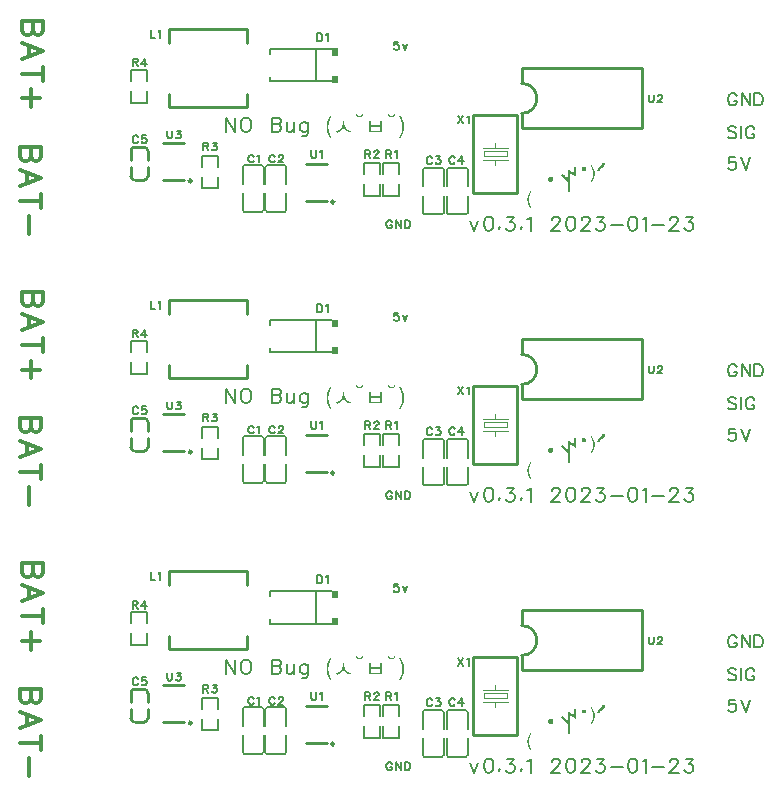
<source format=gto>
G04 Layer: TopSilkscreenLayer*
G04 EasyEDA Pro v1.9.28.eba1c1, 2023-02-22 19:28:42*
G04 Gerber Generator version 0.3*
G04 Scale: 100 percent, Rotated: No, Reflected: No*
G04 Dimensions in millimeters*
G04 Leading zeros omitted, absolute positions, 3 integers and 3 decimals*
G04 Panelize: Stamp Hole, Column: 1, Row: 3, Board Size: 127.734mm x 20.95mm, Panelized Board Size: 127.734mm x 82.847mm, Panelized Method: All Objects*
%FSLAX33Y33*%
%MOMM*%
%ADD10C,0.15*%
%ADD11C,0.299999*%
%ADD12C,0.2*%
%ADD13C,0.2032*%
%ADD14C,0.1524*%
%ADD15C,0.254*%
%ADD16C,0.0254*%
%ADD17C,0.1000*%
%ADD18C,0.1*%
G75*


G04 Text Start*
G04 //text: 5v*
G54D10*
G01X25870Y7089D02*
G01X25540Y7089D01*
G01X25507Y6795D01*
G01X25540Y6828D01*
G01X25639Y6861D01*
G01X25738D01*
G01X25837Y6828D01*
G01X25900Y6761D01*
G01X25933Y6662D01*
G01Y6596D01*
G01X25900Y6500D01*
G01X25837Y6434D01*
G01X25738Y6401D01*
G01X25639D01*
G01X25540Y6434D01*
G01X25507Y6467D01*
G01X25476Y6533D01*
G01X26241Y6861D02*
G01X26439Y6401D01*
G01X26634Y6861D02*
G01X26439Y6401D01*
G04 //text: GND*
G01X25331Y-8186D02*
G01X25298Y-8123D01*
G01X25235Y-8057D01*
G01X25169Y-8024D01*
G01X25037D01*
G01X24971Y-8057D01*
G01X24905Y-8123D01*
G01X24872Y-8186D01*
G01X24841Y-8285D01*
G01Y-8451D01*
G01X24872Y-8547D01*
G01X24905Y-8613D01*
G01X24971Y-8679D01*
G01X25037Y-8712D01*
G01X25169D01*
G01X25235Y-8679D01*
G01X25298Y-8613D01*
G01X25331Y-8547D01*
G01Y-8451D01*
G01X25169Y-8451D02*
G01X25331Y-8451D01*
G01X25639Y-8024D02*
G01X25639Y-8712D01*
G01X25639Y-8024D02*
G01X26099Y-8712D01*
G01X26099Y-8024D02*
G01X26099Y-8712D01*
G01X26406Y-8024D02*
G01X26406Y-8712D01*
G01X26406Y-8024D02*
G01X26637Y-8024D01*
G01X26734Y-8057D01*
G01X26800Y-8123D01*
G01X26833Y-8186D01*
G01X26866Y-8285D01*
G01Y-8451D01*
G01X26833Y-8547D01*
G01X26800Y-8613D01*
G01X26734Y-8679D01*
G01X26637Y-8712D01*
G01X26406D01*
G04 //text: BAT-*
G54D11*
G01X-4355Y-1862D02*
G01X-6125Y-1862D01*
G01X-4355Y-1862D02*
G01X-4355Y-2621D01*
G01X-4439Y-2875D01*
G01X-4523Y-2959D01*
G01X-4693Y-3043D01*
G01X-4861D01*
G01X-5031Y-2959D01*
G01X-5115Y-2875D01*
G01X-5198Y-2621D01*
G01X-5198Y-1862D02*
G01X-5198Y-2621D01*
G01X-5282Y-2875D01*
G01X-5366Y-2959D01*
G01X-5536Y-3043D01*
G01X-5790D01*
G01X-5958Y-2959D01*
G01X-6042Y-2875D01*
G01X-6125Y-2621D01*
G01Y-1862D01*
G01X-4355Y-4422D02*
G01X-6125Y-3749D01*
G01X-4355Y-4422D02*
G01X-6125Y-5098D01*
G01X-5536Y-4000D02*
G01X-5536Y-4846D01*
G01X-4355Y-6393D02*
G01X-6125Y-6393D01*
G01X-4355Y-5804D02*
G01X-4355Y-6985D01*
G01X-5366Y-7689D02*
G01X-5366Y-9207D01*
G04 //text: BAT+*
G01X-4219Y8867D02*
G01X-5989Y8867D01*
G01X-4219Y8867D02*
G01X-4219Y8108D01*
G01X-4303Y7854D01*
G01X-4387Y7770D01*
G01X-4557Y7686D01*
G01X-4724D01*
G01X-4895Y7770D01*
G01X-4978Y7854D01*
G01X-5062Y8108D01*
G01X-5062Y8867D02*
G01X-5062Y8108D01*
G01X-5146Y7854D01*
G01X-5230Y7770D01*
G01X-5400Y7686D01*
G01X-5654D01*
G01X-5822Y7770D01*
G01X-5905Y7854D01*
G01X-5989Y8108D01*
G01Y8867D01*
G01X-4219Y6307D02*
G01X-5989Y6980D01*
G01X-4219Y6307D02*
G01X-5989Y5631D01*
G01X-5400Y6728D02*
G01X-5400Y5883D01*
G01X-4219Y4336D02*
G01X-5989Y4336D01*
G01X-4219Y4925D02*
G01X-4219Y3744D01*
G01X-4470Y2281D02*
G01X-5989Y2281D01*
G01X-5230Y3040D02*
G01X-5230Y1521D01*
G04 //text: 5V*
G54D10*
G01X54397Y-2715D02*
G01X53896Y-2715D01*
G01X53845Y-3165D01*
G01X53896Y-3117D01*
G01X54046Y-3066D01*
G01X54196D01*
G01X54346Y-3117D01*
G01X54445Y-3216D01*
G01X54496Y-3365D01*
G01Y-3467D01*
G01X54445Y-3617D01*
G01X54346Y-3716D01*
G01X54196Y-3767D01*
G01X54046D01*
G01X53896Y-3716D01*
G01X53845Y-3665D01*
G01X53797Y-3566D01*
G01X54887Y-2715D02*
G01X55286Y-3767D01*
G01X55687Y-2715D02*
G01X55286Y-3767D01*
G04 //text: GND*
G01X54547Y2494D02*
G01X54496Y2596D01*
G01X54397Y2695D01*
G01X54295Y2746D01*
G01X54097D01*
G01X53995Y2695D01*
G01X53896Y2596D01*
G01X53845Y2494D01*
G01X53797Y2344D01*
G01Y2096D01*
G01X53845Y1946D01*
G01X53896Y1844D01*
G01X53995Y1745D01*
G01X54097Y1694D01*
G01X54295D01*
G01X54397Y1745D01*
G01X54496Y1844D01*
G01X54547Y1946D01*
G01Y2096D01*
G01X54295Y2096D02*
G01X54547Y2096D01*
G01X54935Y2746D02*
G01X54935Y1694D01*
G01X54935Y2746D02*
G01X55636Y1694D01*
G01X55636Y2746D02*
G01X55636Y1694D01*
G01X56025Y2746D02*
G01X56025Y1694D01*
G01X56025Y2746D02*
G01X56375Y2746D01*
G01X56525Y2695D01*
G01X56627Y2596D01*
G01X56675Y2494D01*
G01X56726Y2344D01*
G01Y2096D01*
G01X56675Y1946D01*
G01X56627Y1844D01*
G01X56525Y1745D01*
G01X56375Y1694D01*
G01X56025D01*
G04 //text: SIG*
G01X54496Y-198D02*
G01X54397Y-99D01*
G01X54247Y-48D01*
G01X54046D01*
G01X53896Y-99D01*
G01X53797Y-198D01*
G01Y-300D01*
G01X53845Y-399D01*
G01X53896Y-450D01*
G01X53995Y-498D01*
G01X54295Y-599D01*
G01X54397Y-650D01*
G01X54445Y-698D01*
G01X54496Y-800D01*
G01Y-950D01*
G01X54397Y-1049D01*
G01X54247Y-1100D01*
G01X54046D01*
G01X53896Y-1049D01*
G01X53797Y-950D01*
G01X54887Y-48D02*
G01X54887Y-1100D01*
G01X56025Y-300D02*
G01X55977Y-198D01*
G01X55875Y-99D01*
G01X55776Y-48D01*
G01X55575D01*
G01X55476Y-99D01*
G01X55377Y-198D01*
G01X55326Y-300D01*
G01X55275Y-450D01*
G01Y-698D01*
G01X55326Y-848D01*
G01X55377Y-950D01*
G01X55476Y-1049D01*
G01X55575Y-1100D01*
G01X55776D01*
G01X55875Y-1049D01*
G01X55977Y-950D01*
G01X56025Y-848D01*
G01Y-698D01*
G01X55776Y-698D02*
G01X56025Y-698D01*
G04 //text: v0.3.1 2023-01-23*
G54D12*
G01X31976Y-8118D02*
G01X32314Y-8905D01*
G01X32652Y-8118D02*
G01X32314Y-8905D01*
G01X33459Y-7724D02*
G01X33292Y-7780D01*
G01X33177Y-7948D01*
G01X33122Y-8230D01*
G01Y-8397D01*
G01X33177Y-8679D01*
G01X33292Y-8847D01*
G01X33459Y-8905D01*
G01X33571D01*
G01X33741Y-8847D01*
G01X33853Y-8679D01*
G01X33909Y-8397D01*
G01Y-8230D01*
G01X33853Y-7948D01*
G01X33741Y-7780D01*
G01X33571Y-7724D01*
G01X33459D01*
G01X34435Y-8623D02*
G01X34379Y-8679D01*
G01X34435Y-8735D01*
G01X34493Y-8679D01*
G01X34435Y-8623D01*
G01X35075Y-7724D02*
G01X35692Y-7724D01*
G01X35357Y-8174D01*
G01X35524D01*
G01X35636Y-8230D01*
G01X35692Y-8285D01*
G01X35751Y-8453D01*
G01Y-8567D01*
G01X35692Y-8735D01*
G01X35580Y-8847D01*
G01X35413Y-8905D01*
G01X35243D01*
G01X35075Y-8847D01*
G01X35019Y-8791D01*
G01X34963Y-8679D01*
G01X36276Y-8623D02*
G01X36220Y-8679D01*
G01X36276Y-8735D01*
G01X36332Y-8679D01*
G01X36276Y-8623D01*
G01X36802Y-7948D02*
G01X36914Y-7892D01*
G01X37084Y-7724D01*
G01Y-8905D01*
G01X38870Y-8004D02*
G01X38870Y-7948D01*
G01X38926Y-7836D01*
G01X38981Y-7780D01*
G01X39096Y-7724D01*
G01X39319D01*
G01X39431Y-7780D01*
G01X39489Y-7836D01*
G01X39545Y-7948D01*
G01Y-8059D01*
G01X39489Y-8174D01*
G01X39375Y-8341D01*
G01X38814Y-8905D01*
G01X39601D01*
G01X40409Y-7724D02*
G01X40239Y-7780D01*
G01X40127Y-7948D01*
G01X40071Y-8230D01*
G01Y-8397D01*
G01X40127Y-8679D01*
G01X40239Y-8847D01*
G01X40409Y-8905D01*
G01X40521D01*
G01X40688Y-8847D01*
G01X40803Y-8679D01*
G01X40858Y-8397D01*
G01Y-8230D01*
G01X40803Y-7948D01*
G01X40688Y-7780D01*
G01X40521Y-7724D01*
G01X40409D01*
G01X41384Y-8004D02*
G01X41384Y-7948D01*
G01X41440Y-7836D01*
G01X41496Y-7780D01*
G01X41610Y-7724D01*
G01X41834D01*
G01X41948Y-7780D01*
G01X42004Y-7836D01*
G01X42060Y-7948D01*
G01Y-8059D01*
G01X42004Y-8174D01*
G01X41890Y-8341D01*
G01X41328Y-8905D01*
G01X42116D01*
G01X42697Y-7724D02*
G01X43317Y-7724D01*
G01X42979Y-8174D01*
G01X43150D01*
G01X43261Y-8230D01*
G01X43317Y-8285D01*
G01X43373Y-8453D01*
G01Y-8567D01*
G01X43317Y-8735D01*
G01X43205Y-8847D01*
G01X43035Y-8905D01*
G01X42868D01*
G01X42697Y-8847D01*
G01X42642Y-8791D01*
G01X42586Y-8679D01*
G01X43843Y-8397D02*
G01X44856Y-8397D01*
G01X45664Y-7724D02*
G01X45494Y-7780D01*
G01X45382Y-7948D01*
G01X45326Y-8230D01*
G01Y-8397D01*
G01X45382Y-8679D01*
G01X45494Y-8847D01*
G01X45664Y-8905D01*
G01X45776D01*
G01X45944Y-8847D01*
G01X46058Y-8679D01*
G01X46114Y-8397D01*
G01Y-8230D01*
G01X46058Y-7948D01*
G01X45944Y-7780D01*
G01X45776Y-7724D01*
G01X45664D01*
G01X46584Y-7948D02*
G01X46695Y-7892D01*
G01X46866Y-7724D01*
G01Y-8905D01*
G01X47335Y-8397D02*
G01X48346Y-8397D01*
G01X48872Y-8004D02*
G01X48872Y-7948D01*
G01X48931Y-7836D01*
G01X48986Y-7780D01*
G01X49098Y-7724D01*
G01X49324D01*
G01X49436Y-7780D01*
G01X49492Y-7836D01*
G01X49548Y-7948D01*
G01Y-8059D01*
G01X49492Y-8174D01*
G01X49380Y-8341D01*
G01X48816Y-8905D01*
G01X49604D01*
G01X50188Y-7724D02*
G01X50805Y-7724D01*
G01X50467Y-8174D01*
G01X50637D01*
G01X50749Y-8230D01*
G01X50805Y-8285D01*
G01X50861Y-8453D01*
G01Y-8567D01*
G01X50805Y-8735D01*
G01X50693Y-8847D01*
G01X50526Y-8905D01*
G01X50356D01*
G01X50188Y-8847D01*
G01X50132Y-8791D01*
G01X50074Y-8679D01*
G04 //text: ₍ ‧ꀈ˙⁾՜*
G36*
G01X40230Y-5217D02*
G01X40230Y-5640D01*
G01X40439D01*
G01Y-4058D01*
G01X40467Y-4065D01*
G01X40480Y-4072D01*
G01X40513Y-4094D01*
G01X40535Y-4108D01*
G01X40580Y-4135D01*
G01X40607Y-4152D01*
G01X40640Y-4176D01*
G01X40662Y-4190D01*
G01X40708Y-4217D01*
G01X40734Y-4234D01*
G01X40768Y-4258D01*
G01X40789Y-4271D01*
G01X40835Y-4299D01*
G01X40861Y-4316D01*
G01X40876Y-4326D01*
G01X40930Y-4367D01*
G01X40935Y-4340D01*
G01X40937Y-4292D01*
G01X40939Y-3908D01*
G01Y-3494D01*
G01X40739D01*
G01Y-4021D01*
G01X40712Y-4014D01*
G01X40698Y-4008D01*
G01X40671Y-3989D01*
G01X40658Y-3981D01*
G01X40635Y-3968D01*
G01X40621Y-3960D01*
G01X40598Y-3944D01*
G01X40585Y-3935D01*
G01X40562Y-3923D01*
G01X40548Y-3914D01*
G01X40526Y-3898D01*
G01X40512Y-3890D01*
G01X40489Y-3878D01*
G01X40476Y-3869D01*
G01X40453Y-3853D01*
G01X40439Y-3844D01*
G01X40417Y-3832D01*
G01X40403Y-3823D01*
G01X40380Y-3807D01*
G01X40367Y-3799D01*
G01X40344Y-3787D01*
G01X40330Y-3778D01*
G01X40308Y-3762D01*
G01X40294Y-3753D01*
G01X40271Y-3741D01*
G01X40258Y-3732D01*
G01X40230Y-3712D01*
G01Y-4112D01*
G01X40225Y-4445D01*
G01X40223Y-4483D01*
G01X40220Y-4500D01*
G01X40219Y-4504D01*
G01X40218Y-4506D01*
G01Y-4507D01*
G01X40217Y-4508D01*
G01X40210Y-4505D01*
G01X40204Y-4501D01*
G01X40199Y-4496D01*
G01X40189Y-4483D01*
G01X40178Y-4472D01*
G01X40159Y-4457D01*
G01X40144Y-4438D01*
G01X40132Y-4426D01*
G01X40113Y-4411D01*
G01X40098Y-4392D01*
G01X40087Y-4381D01*
G01X40068Y-4366D01*
G01X40053Y-4347D01*
G01X40041Y-4335D01*
G01X40022Y-4320D01*
G01X40007Y-4301D01*
G01X39996Y-4290D01*
G01X39977Y-4275D01*
G01X39967Y-4262D01*
G01X39961Y-4255D01*
G01X39954Y-4249D01*
G01X39945Y-4242D01*
G01X39924Y-4228D01*
G01X39912Y-4218D01*
G01X39905Y-4211D01*
G01X39898Y-4201D01*
G01X39887Y-4190D01*
G01X39868Y-4175D01*
G01X39853Y-4156D01*
G01X39841Y-4144D01*
G01X39822Y-4129D01*
G01X39807Y-4110D01*
G01X39796Y-4099D01*
G01X39789Y-4094D01*
G01X39783Y-4090D01*
G01X39777Y-4088D01*
G01X39771D01*
G01X39767Y-4090D01*
G01X39762Y-4092D01*
G01X39758Y-4096D01*
G01X39748Y-4108D01*
G01X39738Y-4120D01*
G01X39719Y-4135D01*
G01X39708Y-4147D01*
G01X39693Y-4166D01*
G01X39680Y-4176D01*
G01X39674Y-4181D01*
G01X39668Y-4187D01*
G01X39662Y-4195D01*
G01X39658Y-4203D01*
G01X39654Y-4212D01*
G01Y-4219D01*
G01X39657Y-4225D01*
G01X39662Y-4230D01*
G01X39675Y-4241D01*
G01X39690Y-4260D01*
G01X39701Y-4271D01*
G01X39720Y-4286D01*
G01X39735Y-4305D01*
G01X39746Y-4317D01*
G01X39765Y-4332D01*
G01X39781Y-4351D01*
G01X39792Y-4362D01*
G01X39811Y-4377D01*
G01X39826Y-4396D01*
G01X39837Y-4407D01*
G01X39856Y-4423D01*
G01X39871Y-4442D01*
G01X39883Y-4453D01*
G01X39902Y-4468D01*
G01X39912Y-4480D01*
G01X39917Y-4487D01*
G01X39925Y-4494D01*
G01X39933Y-4501D01*
G01X39954Y-4515D01*
G01X39967Y-4525D01*
G01X39973Y-4532D01*
G01X39981Y-4542D01*
G01X39992Y-4553D01*
G01X40011Y-4568D01*
G01X40026Y-4587D01*
G01X40037Y-4598D01*
G01X40056Y-4613D01*
G01X40071Y-4632D01*
G01X40083Y-4644D01*
G01X40102Y-4659D01*
G01X40117Y-4678D01*
G01X40128Y-4689D01*
G01X40147Y-4704D01*
G01X40162Y-4723D01*
G01X40174Y-4735D01*
G01X40193Y-4750D01*
G01X40203Y-4762D01*
G01X40217Y-4780D01*
G01X40221Y-4785D01*
G01X40223Y-4794D01*
G01X40227Y-4850D01*
G01X40230Y-5217D01*
G37*
G36*
G01X37044Y-6967D02*
G01X37049Y-6971D01*
G01X37060Y-6974D01*
G01X37076Y-6975D01*
G01X37098Y-6976D01*
G01X37148D01*
G01X37139Y-6953D01*
G01X37133Y-6937D01*
G01X37123Y-6920D01*
G01X37112Y-6901D01*
G01X37096Y-6865D01*
G01X37087Y-6848D01*
G01X37076Y-6828D01*
G01X37053Y-6776D01*
G01X37037Y-6742D01*
G01X37030Y-6726D01*
G01X37012Y-6680D01*
G01X37003Y-6655D01*
G01X36994Y-6626D01*
G01X36983Y-6583D01*
G01X36962Y-6480D01*
G01X36958Y-6453D01*
G01X36953Y-6417D01*
G01X36950Y-6377D01*
G01X36948Y-6315D01*
G01X36946Y-6298D01*
G01X36942Y-6282D01*
G01X36940Y-6267D01*
G01Y-6249D01*
G01X36942Y-6233D01*
G01X36945Y-6222D01*
G01X36947Y-6202D01*
G01X36949Y-6118D01*
G01X36951Y-6096D01*
G01X36955Y-6082D01*
G01X36957Y-6067D01*
G01X36959Y-6041D01*
G01X36962Y-6026D01*
G01X36964Y-6018D01*
G01X36969Y-5998D01*
G01X36974Y-5972D01*
G01X36977Y-5960D01*
G01X36981Y-5949D01*
G01X36989Y-5930D01*
G01X36993Y-5919D01*
G01X36996Y-5907D01*
G01X37001Y-5881D01*
G01X37006Y-5865D01*
G01X37010Y-5857D01*
G01X37020Y-5838D01*
G01X37028Y-5813D01*
G01X37035Y-5797D01*
G01X37047Y-5775D01*
G01X37056Y-5749D01*
G01X37062Y-5733D01*
G01X37076Y-5710D01*
G01X37092Y-5674D01*
G01X37101Y-5657D01*
G01X37112Y-5637D01*
G01X37126Y-5606D01*
G01X37133Y-5594D01*
G01X37137Y-5587D01*
G01X37139Y-5585D01*
G01X37140Y-5577D01*
G01X37126Y-5571D01*
G01X37102Y-5568D01*
G01X37069Y-5567D01*
G01X37063Y-5568D01*
G01X37058Y-5569D01*
G01X37053Y-5571D01*
G01X37049Y-5574D01*
G01X37045Y-5577D01*
G01X37042Y-5581D01*
G01X37030Y-5602D01*
G01X36998Y-5653D01*
G01X36944Y-5744D01*
G01X36934Y-5761D01*
G01X36926Y-5778D01*
G01X36914Y-5805D01*
G01X36905Y-5822D01*
G01X36894Y-5842D01*
G01X36871Y-5894D01*
G01X36862Y-5913D01*
G01X36856Y-5933D01*
G01X36847Y-5966D01*
G01X36839Y-5985D01*
G01X36835Y-5994D01*
G01X36833Y-6003D01*
G01X36831Y-6012D01*
G01X36830Y-6030D01*
G01X36828Y-6046D01*
G01X36821Y-6069D01*
G01X36817Y-6090D01*
G01X36814Y-6106D01*
G01X36812Y-6130D01*
G01X36811Y-6148D01*
G01X36808Y-6162D01*
G01X36806Y-6167D01*
G01X36805Y-6187D01*
G01X36803Y-6290D01*
G01X36805Y-6389D01*
G01X36806Y-6412D01*
G01X36807Y-6416D01*
G01X36810Y-6425D01*
G01X36814Y-6450D01*
G01X36821Y-6498D01*
G01X36826Y-6517D01*
G01X36839Y-6558D01*
G01X36847Y-6584D01*
G01X36856Y-6619D01*
G01X36862Y-6639D01*
G01X36878Y-6673D01*
G01X36885Y-6690D01*
G01X36903Y-6735D01*
G01X36912Y-6754D01*
G01X36917Y-6761D01*
G01X36926Y-6772D01*
G01X36935Y-6786D01*
G01X36948Y-6811D01*
G01X37026Y-6935D01*
G01X37044Y-6967D01*
G37*
G36*
G01X42162Y-4767D02*
G01X42163Y-4771D01*
G01X42171Y-4774D01*
G01X42186Y-4775D01*
G01X42208Y-4776D01*
G01X42225Y-4775D01*
G01X42243Y-4773D01*
G01X42249Y-4772D01*
G01X42255Y-4769D01*
G01X42257Y-4768D01*
G01X42259Y-4767D01*
G01X42260Y-4765D01*
G01X42261Y-4764D01*
G01X42265Y-4755D01*
G01X42271Y-4742D01*
G01X42344Y-4626D01*
G01X42353Y-4609D01*
G01X42362Y-4592D01*
G01X42371Y-4569D01*
G01X42377Y-4559D01*
G01X42383Y-4549D01*
G01X42396Y-4530D01*
G01X42403Y-4517D01*
G01X42406Y-4508D01*
G01X42413Y-4486D01*
G01X42421Y-4471D01*
G01X42425Y-4464D01*
G01X42429Y-4455D01*
G01X42432Y-4446D01*
G01X42437Y-4424D01*
G01X42442Y-4410D01*
G01X42446Y-4402D01*
G01X42453Y-4391D01*
G01X42456Y-4380D01*
G01X42460Y-4368D01*
G01X42467Y-4326D01*
G01X42476Y-4292D01*
G01X42480Y-4271D01*
G01X42483Y-4255D01*
G01X42485Y-4230D01*
G01X42486Y-4213D01*
G01X42489Y-4199D01*
G01X42491Y-4190D01*
G01X42493Y-4176D01*
G01X42494Y-4147D01*
G01X42495Y-4098D01*
G01X42497Y-4078D01*
G01X42498Y-4071D01*
G01X42500Y-4065D01*
G01X42501Y-4058D01*
G01X42500Y-4051D01*
G01X42496Y-4035D01*
G01X42495Y-4021D01*
G01X42494Y-3992D01*
G01X42493Y-3944D01*
G01X42491Y-3923D01*
G01X42487Y-3909D01*
G01X42483Y-3884D01*
G01X42476Y-3836D01*
G01X42471Y-3817D01*
G01X42439Y-3721D01*
G01X42430Y-3696D01*
G01X42410Y-3651D01*
G01X42396Y-3619D01*
G01X42387Y-3602D01*
G01X42362Y-3562D01*
G01X42308Y-3471D01*
G01X42262Y-3399D01*
G01X42258Y-3393D01*
G01X42253Y-3389D01*
G01X42247Y-3385D01*
G01X42240Y-3382D01*
G01X42233Y-3379D01*
G01X42214Y-3376D01*
G01X42203D01*
G01X42158D01*
G01X42165Y-3403D01*
G01X42171Y-3419D01*
G01X42185Y-3442D01*
G01X42201Y-3478D01*
G01X42210Y-3495D01*
G01X42221Y-3515D01*
G01X42230Y-3535D01*
G01X42248Y-3580D01*
G01X42255Y-3596D01*
G01X42264Y-3613D01*
G01X42271Y-3624D01*
G01X42275Y-3633D01*
G01X42278Y-3642D01*
G01X42283Y-3664D01*
G01X42290Y-3685D01*
G01X42302Y-3713D01*
G01X42308Y-3735D01*
G01X42312Y-3755D01*
G01X42321Y-3787D01*
G01X42326Y-3808D01*
G01X42335Y-3853D01*
G01X42339Y-3880D01*
G01X42344Y-3917D01*
G01X42348Y-3962D01*
G01X42350Y-3993D01*
G01X42353Y-4008D01*
G01X42355Y-4019D01*
G01X42356Y-4037D01*
G01X42358Y-4099D01*
G01X42356Y-4160D01*
G01X42354Y-4184D01*
G01X42353Y-4189D01*
G01X42351Y-4197D01*
G01X42350Y-4208D01*
G01X42348Y-4256D01*
G01X42346Y-4273D01*
G01X42342Y-4289D01*
G01X42337Y-4314D01*
G01X42330Y-4361D01*
G01X42326Y-4380D01*
G01X42294Y-4476D01*
G01X42278Y-4520D01*
G01X42269Y-4542D01*
G01X42260Y-4559D01*
G01X42253Y-4569D01*
G01X42246Y-4585D01*
G01X42238Y-4611D01*
G01X42230Y-4626D01*
G01X42221Y-4642D01*
G01X42205Y-4678D01*
G01X42196Y-4695D01*
G01X42185Y-4715D01*
G01X42176Y-4735D01*
G01X42162Y-4767D01*
G37*
G36*
G01X42735Y-3817D02*
G01X42739Y-3840D01*
G01X42967D01*
G01Y-3803D01*
G01Y-3779D01*
G01X42969Y-3761D01*
G01X42971Y-3753D01*
G01X42985Y-3717D01*
G01X42990Y-3706D01*
G01X42995Y-3698D01*
G01X43001Y-3690D01*
G01X43008Y-3685D01*
G01X43020Y-3675D01*
G01X43030Y-3662D01*
G01X43036Y-3655D01*
G01X43043Y-3649D01*
G01X43052Y-3642D01*
G01X43089Y-3618D01*
G01X43117Y-3598D01*
G01X43130Y-3590D01*
G01X43153Y-3578D01*
G01X43167Y-3569D01*
G01X43208Y-3540D01*
G01X43233Y-3521D01*
G01X43254Y-3503D01*
G01X43263Y-3495D01*
G01X43273Y-3484D01*
G01X43285Y-3468D01*
G01X43294Y-3458D01*
G01X43298Y-3452D01*
G01X43308Y-3436D01*
G01X43319Y-3410D01*
G01X43328Y-3393D01*
G01X43332Y-3386D01*
G01X43336Y-3375D01*
G01X43340Y-3362D01*
G01X43344Y-3335D01*
G01X43353Y-3253D01*
G01X43355Y-3231D01*
G01Y-3214D01*
G01X43354Y-3208D01*
G01Y-3204D01*
G01X43353Y-3203D01*
G01X43350Y-3201D01*
G01X43344Y-3199D01*
G01X43334Y-3198D01*
G01X43305Y-3195D01*
G01X43235Y-3194D01*
G01X43121D01*
G01Y-3240D01*
G01Y-3269D01*
G01X43119Y-3284D01*
G01X43117Y-3297D01*
G01X43103Y-3335D01*
G01X43098Y-3346D01*
G01X43093Y-3354D01*
G01X43087Y-3361D01*
G01X43080Y-3367D01*
G01X43068Y-3377D01*
G01X43058Y-3390D01*
G01X43052Y-3396D01*
G01X43045Y-3403D01*
G01X43036Y-3410D01*
G01X43011Y-3426D01*
G01X42996Y-3437D01*
G01X42989Y-3444D01*
G01X42975Y-3453D01*
G01X42953Y-3465D01*
G01X42939Y-3474D01*
G01X42911Y-3494D01*
G01X42879Y-3515D01*
G01X42866Y-3525D01*
G01X42860Y-3532D01*
G01X42853Y-3542D01*
G01X42841Y-3553D01*
G01X42822Y-3568D01*
G01X42807Y-3587D01*
G01X42796Y-3598D01*
G01X42783Y-3608D01*
G01X42778Y-3615D01*
G01X42774Y-3622D01*
G01X42769Y-3640D01*
G01X42762Y-3658D01*
G01X42753Y-3677D01*
G01X42750Y-3691D01*
G01X42746Y-3707D01*
G01X42739Y-3760D01*
G01X42735Y-3779D01*
G01X42733Y-3788D01*
G01Y-3796D01*
G01Y-3806D01*
G01X42735Y-3817D01*
G37*
G36*
G01X38708Y-4767D02*
G01X38712Y-4769D01*
G01X38717Y-4771D01*
G01X38733Y-4774D01*
G01X38754Y-4775D01*
G01X38780Y-4776D01*
G01X38823Y-4775D01*
G01X38846Y-4773D01*
G01X38853Y-4771D01*
G01X38869Y-4765D01*
G01X38889Y-4753D01*
G01X38906Y-4742D01*
G01X38935Y-4721D01*
G01X38949Y-4708D01*
G01X38956Y-4700D01*
G01X38961Y-4693D01*
G01X38968Y-4676D01*
G01X38980Y-4655D01*
G01X38985Y-4645D01*
G01X38994Y-4621D01*
G01X38996Y-4614D01*
G01X38999Y-4599D01*
G01X39002Y-4582D01*
G01X39003Y-4563D01*
G01Y-4553D01*
G01X39002Y-4534D01*
G01X39000Y-4514D01*
G01X38997Y-4502D01*
G01X38983Y-4470D01*
G01X38971Y-4443D01*
G01X38965Y-4434D01*
G01X38960Y-4427D01*
G01X38953Y-4421D01*
G01X38940Y-4411D01*
G01X38930Y-4399D01*
G01X38925Y-4392D01*
G01X38919Y-4386D01*
G01X38912Y-4381D01*
G01X38903Y-4376D01*
G01X38862Y-4356D01*
G01X38851Y-4352D01*
G01X38839Y-4348D01*
G01X38817Y-4344D01*
G01X38787Y-4341D01*
G01X38751Y-4340D01*
G01X38733Y-4342D01*
G01X38726Y-4344D01*
G01X38689Y-4358D01*
G01X38670Y-4367D01*
G01X38663Y-4371D01*
G01X38653Y-4380D01*
G01X38635Y-4394D01*
G01X38628Y-4399D01*
G01X38621Y-4407D01*
G01X38614Y-4415D01*
G01X38608Y-4426D01*
G01X38585Y-4462D01*
G01X38581Y-4470D01*
G01X38577Y-4480D01*
G01X38574Y-4493D01*
G01X38567Y-4535D01*
G01X38562Y-4553D01*
G01X38560Y-4561D01*
G01Y-4569D01*
G01Y-4579D01*
G01X38562Y-4590D01*
G01X38571Y-4630D01*
G01X38577Y-4648D01*
G01X38585Y-4662D01*
G01X38603Y-4690D01*
G01X38613Y-4702D01*
G01X38632Y-4717D01*
G01X38644Y-4728D01*
G01X38654Y-4741D01*
G01X38660Y-4746D01*
G01X38667Y-4750D01*
G01X38685Y-4756D01*
G01X38700Y-4763D01*
G01X38708Y-4767D01*
G37*
G36*
G01X41439Y-3726D02*
G01X41439Y-3894D01*
G01X41776D01*
G01Y-3567D01*
G01X41753Y-3562D01*
G01X41745Y-3561D01*
G01X41700Y-3559D01*
G01X41585Y-3558D01*
G01X41439D01*
G01Y-3726D01*
G37*
G04 //text: NO Bug*
G54D13*
G01X11278Y658D02*
G01X11278Y-521D01*
G01X11278Y658D02*
G01X12062Y-521D01*
G01X12062Y658D02*
G01X12062Y-521D01*
G01X12873Y658D02*
G01X12761Y602D01*
G01X12649Y490D01*
G01X12593Y376D01*
G01X12537Y208D01*
G01Y-71D01*
G01X12593Y-241D01*
G01X12649Y-353D01*
G01X12761Y-465D01*
G01X12873Y-521D01*
G01X13099D01*
G01X13211Y-465D01*
G01X13322Y-353D01*
G01X13378Y-241D01*
G01X13434Y-71D01*
G01Y208D01*
G01X13378Y376D01*
G01X13322Y490D01*
G01X13211Y602D01*
G01X13099Y658D01*
G01X12873D01*
G01X15166Y658D02*
G01X15166Y-521D01*
G01X15166Y658D02*
G01X15672Y658D01*
G01X15839Y602D01*
G01X15895Y546D01*
G01X15951Y434D01*
G01Y320D01*
G01X15895Y208D01*
G01X15839Y152D01*
G01X15672Y97D01*
G01X15166Y97D02*
G01X15672Y97D01*
G01X15839Y41D01*
G01X15895Y-15D01*
G01X15951Y-130D01*
G01Y-297D01*
G01X15895Y-409D01*
G01X15839Y-465D01*
G01X15672Y-521D01*
G01X15166D01*
G01X16424Y264D02*
G01X16424Y-297D01*
G01X16480Y-465D01*
G01X16594Y-521D01*
G01X16761D01*
G01X16873Y-465D01*
G01X17041Y-297D01*
G01X17041Y264D02*
G01X17041Y-521D01*
G01X18189Y264D02*
G01X18189Y-632D01*
G01X18133Y-803D01*
G01X18077Y-859D01*
G01X17963Y-914D01*
G01X17795D01*
G01X17683Y-859D01*
G01X18189Y97D02*
G01X18077Y208D01*
G01X17963Y264D01*
G01X17795D01*
G01X17683Y208D01*
G01X17572Y97D01*
G01X17513Y-71D01*
G01Y-185D01*
G01X17572Y-353D01*
G01X17683Y-465D01*
G01X17795Y-521D01*
G01X17963D01*
G01X18077Y-465D01*
G01X18189Y-353D01*
G04 //text: (ㅅ˘ㅂ˘)*
G36*
G01X22279Y949D02*
G01X22282Y928D01*
G01X22285Y909D01*
G01X22288Y897D01*
G01X22297Y870D01*
G01X22308Y840D01*
G01X22314Y826D01*
G01X22320Y815D01*
G01X22337Y788D01*
G01X22341Y781D01*
G01X22348Y773D01*
G01X22353Y769D01*
G01X22359Y764D01*
G01X22367Y756D01*
G01X22373Y748D01*
G01X22377Y744D01*
G01X22380Y742D01*
G01X22390Y738D01*
G01X22393Y736D01*
G01X22397Y734D01*
G01X22404Y727D01*
G01X22414Y721D01*
G01X22442Y709D01*
G01X22459Y702D01*
G01X22467Y700D01*
G01X22500Y694D01*
G01X22517Y690D01*
G01X22529Y688D01*
G01X22546D01*
G01X22551Y687D01*
G01X22553Y686D01*
G01X22555Y685D01*
G01X22557Y684D01*
G01X22561Y683D01*
G01X22576Y682D01*
G01X22592Y683D01*
G01X22601Y684D01*
G01X22609Y686D01*
G01X22615Y687D01*
G01X22648Y688D01*
G01X22658Y690D01*
G01X22694Y700D01*
G01X22708Y705D01*
G01X22719Y709D01*
G01X22734Y718D01*
G01X22752Y728D01*
G01X22758Y732D01*
G01X22773Y743D01*
G01X22780Y748D01*
G01X22786Y754D01*
G01X22792Y761D01*
G01X22798Y768D01*
G01X22805Y776D01*
G01X22813Y782D01*
G01X22817Y786D01*
G01X22819Y790D01*
G01X22823Y799D01*
G01X22827Y808D01*
G01X22837Y823D01*
G01X22843Y837D01*
G01X22855Y867D01*
G01X22857Y875D01*
G01X22860Y883D01*
G01X22862Y892D01*
G01X22867Y916D01*
G01X22870Y928D01*
G01X22871Y932D01*
G01Y939D01*
G01X22870Y943D01*
G01X22866Y945D01*
G01X22857Y947D01*
G01X22843Y948D01*
G01X22824Y949D01*
G01X22782D01*
G01X22779Y928D01*
G01X22777Y917D01*
G01X22774Y906D01*
G01X22771Y900D01*
G01X22764Y887D01*
G01X22754Y870D01*
G01X22750Y863D01*
G01X22740Y849D01*
G01X22734Y842D01*
G01X22728Y836D01*
G01X22721Y829D01*
G01X22691Y808D01*
G01X22682Y803D01*
G01X22676Y801D01*
G01X22656Y796D01*
G01X22641Y791D01*
G01X22627Y788D01*
G01X22617Y786D01*
G01X22600Y785D01*
G01X22589Y784D01*
G01X22579Y782D01*
G01X22575Y781D01*
G01X22565D01*
G01X22556Y783D01*
G01X22542Y785D01*
G01X22518Y786D01*
G01X22508Y787D01*
G01X22506Y788D01*
G01X22482Y797D01*
G01X22471Y802D01*
G01X22460Y808D01*
G01X22439Y821D01*
G01X22431Y828D01*
G01X22425Y837D01*
G01X22416Y848D01*
G01X22409Y855D01*
G01X22403Y866D01*
G01X22396Y883D01*
G01X22390Y895D01*
G01X22385Y902D01*
G01X22382Y909D01*
G01X22380Y916D01*
G01X22378Y929D01*
G01X22377Y933D01*
G01X22375Y936D01*
G01X22373Y939D01*
G01X22370Y941D01*
G01X22368Y943D01*
G01X22364Y945D01*
G01X22361Y946D01*
G01X22352Y947D01*
G01X22335Y948D01*
G01X22312Y949D01*
G37*
G36*
G01X25012Y949D02*
G01X25012Y927D01*
G01X25014Y914D01*
G01X25018Y899D01*
G01X25023Y878D01*
G01X25026Y869D01*
G01X25029Y863D01*
G01X25033Y856D01*
G01X25038Y845D01*
G01X25043Y828D01*
G01X25048Y818D01*
G01X25064Y794D01*
G01X25068Y787D01*
G01X25075Y779D01*
G01X25079Y775D01*
G01X25087Y770D01*
G01X25094Y762D01*
G01X25101Y753D01*
G01X25105Y749D01*
G01X25111Y744D01*
G01X25128Y733D01*
G01X25138Y726D01*
G01X25143Y722D01*
G01X25147Y719D01*
G01X25152Y717D01*
G01X25169Y712D01*
G01X25179Y706D01*
G01X25184Y704D01*
G01X25191Y701D01*
G01X25199Y699D01*
G01X25227Y694D01*
G01X25245Y690D01*
G01X25258Y688D01*
G01X25281Y687D01*
G01X25286Y686D01*
G01X25287D01*
G01X25288Y685D01*
G01X25290Y684D01*
G01X25295Y683D01*
G01X25309Y682D01*
G01X25325Y683D01*
G01X25334Y684D01*
G01X25342Y686D01*
G01X25355Y688D01*
G01X25380Y689D01*
G01X25389Y690D01*
G01X25402Y694D01*
G01X25422Y699D01*
G01X25432Y702D01*
G01X25437Y705D01*
G01X25444Y709D01*
G01X25455Y714D01*
G01X25467Y717D01*
G01X25471Y719D01*
G01X25476Y722D01*
G01X25482Y727D01*
G01X25487Y732D01*
G01X25507Y744D01*
G01X25515Y751D01*
G01X25520Y755D01*
G01X25531Y770D01*
G01X25537Y777D01*
G01X25540Y781D01*
G01X25549Y794D01*
G01X25570Y829D01*
G01X25576Y843D01*
G01X25586Y872D01*
G01X25592Y890D01*
G01X25596Y905D01*
G01X25600Y929D01*
G01X25602Y939D01*
G01X25603Y943D01*
G01X25602Y945D01*
G01X25594Y947D01*
G01X25580Y948D01*
G01X25561Y949D01*
G01X25515D01*
G01X25509Y928D01*
G01X25502Y903D01*
G01X25497Y891D01*
G01X25494Y884D01*
G01X25490Y877D01*
G01X25486Y870D01*
G01X25467Y843D01*
G01X25463Y838D01*
G01X25458Y834D01*
G01X25453Y829D01*
G01X25446Y824D01*
G01X25421Y809D01*
G01X25410Y803D01*
G01X25394Y797D01*
G01X25377Y792D01*
G01X25361Y788D01*
G01X25349Y786D01*
G01X25338Y785D01*
G01X25317Y784D01*
G01X25309Y783D01*
G01X25301Y781D01*
G01X25293D01*
G01X25283Y783D01*
G01X25271Y785D01*
G01X25250Y786D01*
G01X25242Y787D01*
G01X25212Y797D01*
G01X25204Y800D01*
G01X25194Y805D01*
G01X25190Y808D01*
G01X25185Y812D01*
G01X25173Y821D01*
G01X25165Y828D01*
G01X25155Y841D01*
G01X25147Y848D01*
G01X25138Y855D01*
G01X25135Y859D01*
G01X25132Y863D01*
G01X25127Y877D01*
G01X25119Y895D01*
G01X25114Y907D01*
G01X25106Y931D01*
G01X25102Y938D01*
G01X25100Y941D01*
G01X25096Y945D01*
G01X25094Y946D01*
G01X25088Y947D01*
G01X25078Y948D01*
G01X25048Y949D01*
G37*
G36*
G01X20091Y815D02*
G01X20082Y793D01*
G01X20077Y785D01*
G01X20075Y781D01*
G01X20066Y771D01*
G01X20046Y740D01*
G01X20035Y724D01*
G01X20031Y718D01*
G01X20027Y711D01*
G01X20020Y693D01*
G01X20014Y681D01*
G01X19997Y655D01*
G01X19991Y644D01*
G01X19985Y632D01*
G01X19978Y614D01*
G01X19972Y602D01*
G01X19964Y590D01*
G01X19958Y576D01*
G01X19946Y546D01*
G01X19941Y535D01*
G01X19935Y524D01*
G01X19930Y516D01*
G01X19927Y510D01*
G01X19921Y494D01*
G01X19911Y465D01*
G01X19897Y431D01*
G01X19892Y416D01*
G01X19884Y387D01*
G01X19882Y382D01*
G01X19867Y343D01*
G01X19859Y314D01*
G01X19853Y294D01*
G01X19847Y272D01*
G01X19844Y262D01*
G01X19841Y248D01*
G01X19836Y224D01*
G01X19832Y207D01*
G01X19829Y194D01*
G01X19824Y169D01*
G01X19820Y153D01*
G01X19819Y142D01*
G01X19818Y125D01*
G01X19814Y111D01*
G01X19813Y100D01*
G01X19811Y83D01*
G01X19809Y73D01*
G01X19808Y68D01*
G01X19807Y61D01*
G01X19806Y28D01*
G01X19804Y18D01*
G01X19803Y12D01*
G01X19802Y7D01*
G01X19801Y-2D01*
G01X19800Y-27D01*
G01Y-47D01*
G01X19799Y-56D01*
G01X19797Y-65D01*
G01X19796Y-70D01*
G01X19795Y-80D01*
G01X19794Y-119D01*
G01Y-133D01*
G01X19795Y-180D01*
G01X19796Y-197D01*
G01X19797Y-200D01*
G01X19798Y-205D01*
G01X19799Y-213D01*
G01X19800Y-236D01*
G01X19801Y-254D01*
G01X19802Y-267D01*
G01X19803Y-272D01*
G01X19804Y-278D01*
G01X19805Y-285D01*
G01X19806Y-322D01*
G01X19808Y-334D01*
G01X19811Y-345D01*
G01X19814Y-363D01*
G01X19818Y-392D01*
G01X19820Y-403D01*
G01X19822Y-414D01*
G01X19827Y-430D01*
G01X19829Y-438D01*
G01X19830Y-447D01*
G01X19831Y-462D01*
G01X19832Y-469D01*
G01X19834Y-475D01*
G01X19838Y-485D01*
G01X19840Y-491D01*
G01X19842Y-497D01*
G01Y-503D01*
G01X19843Y-512D01*
G01X19844Y-518D01*
G01X19846Y-524D01*
G01X19852Y-536D01*
G01X19854Y-544D01*
G01X19856Y-552D01*
G01X19861Y-576D01*
G01X19864Y-588D01*
G01X19881Y-634D01*
G01X19888Y-654D01*
G01X19897Y-679D01*
G01X19933Y-770D01*
G01X19938Y-780D01*
G01X19944Y-791D01*
G01X19949Y-799D01*
G01X19952Y-805D01*
G01X19962Y-833D01*
G01X19968Y-846D01*
G01X19976Y-858D01*
G01X19991Y-886D01*
G01X20003Y-907D01*
G01X20009Y-918D01*
G01X20013Y-930D01*
G01X20024Y-949D01*
G01X20036Y-969D01*
G01X20041Y-978D01*
G01X20052Y-994D01*
G01X20057Y-1003D01*
G01X20067Y-1020D01*
G01X20072Y-1026D01*
G01X20076Y-1030D01*
G01X20082Y-1039D01*
G01X20085Y-1045D01*
G01X20087Y-1048D01*
G01X20092Y-1051D01*
G01X20098Y-1053D01*
G01X20106Y-1054D01*
G01X20116Y-1056D01*
G01X20142Y-1057D01*
G01X20158D01*
G01X20190D01*
G01X20203Y-1056D01*
G01X20215Y-1054D01*
G01X20220Y-1052D01*
G01X20222D01*
G01X20223Y-1051D01*
G01X20224Y-1050D01*
G01Y-1049D01*
G01Y-1048D01*
G01Y-1044D01*
G01X20223Y-1039D01*
G01X20221Y-1035D01*
G01X20218Y-1030D01*
G01X20203Y-1006D01*
G01X20191Y-985D01*
G01X20182Y-967D01*
G01X20173Y-952D01*
G01X20170Y-947D01*
G01X20159Y-923D01*
G01X20153Y-911D01*
G01X20146Y-898D01*
G01X20135Y-874D01*
G01X20129Y-863D01*
G01X20124Y-855D01*
G01X20120Y-845D01*
G01X20115Y-828D01*
G01X20106Y-813D01*
G01X20103Y-807D01*
G01X20091Y-774D01*
G01X20082Y-754D01*
G01X20077Y-742D01*
G01X20069Y-712D01*
G01X20064Y-701D01*
G01X20055Y-681D01*
G01X20050Y-659D01*
G01X20045Y-645D01*
G01X20037Y-626D01*
G01X20033Y-612D01*
G01X20030Y-598D01*
G01X20018Y-560D01*
G01X20013Y-543D01*
G01X20007Y-515D01*
G01X20000Y-494D01*
G01X19997Y-485D01*
G01X19995Y-477D01*
G01X19994Y-466D01*
G01Y-457D01*
G01X19991Y-445D01*
G01X19987Y-436D01*
G01X19984Y-429D01*
G01X19982Y-416D01*
G01Y-392D01*
G01X19980Y-381D01*
G01X19976Y-365D01*
G01X19973Y-351D01*
G01X19972Y-343D01*
G01X19970Y-335D01*
G01Y-315D01*
G01X19969Y-301D01*
G01X19968Y-290D01*
G01X19965Y-279D01*
G01X19962Y-264D01*
G01X19960Y-247D01*
G01X19958Y-197D01*
G01Y-106D01*
G01X19959Y16D01*
G01X19960Y28D01*
G01X19962Y36D01*
G01X19965Y51D01*
G01X19967Y61D01*
G01X19969Y81D01*
G01X19970Y109D01*
G01X19972Y122D01*
G01X19976Y138D01*
G01X19979Y152D01*
G01X19985Y185D01*
G01X19988Y201D01*
G01X19992Y217D01*
G01X19995Y231D01*
G01X20000Y256D01*
G01X20006Y277D01*
G01X20012Y305D01*
G01X20024Y343D01*
G01X20037Y382D01*
G01X20046Y412D01*
G01X20060Y451D01*
G01X20065Y470D01*
G01X20070Y482D01*
G01X20077Y498D01*
G01X20085Y519D01*
G01X20091Y535D01*
G01X20102Y559D01*
G01X20109Y579D01*
G01X20115Y596D01*
G01X20129Y626D01*
G01X20138Y647D01*
G01X20144Y658D01*
G01X20152Y671D01*
G01X20167Y699D01*
G01X20185Y731D01*
G01X20194Y748D01*
G01X20206Y768D01*
G01X20218Y790D01*
G01X20224Y800D01*
G01X20226Y804D01*
G01X20225Y808D01*
G01X20221Y810D01*
G01X20215Y812D01*
G01X20211Y813D01*
G01X20199Y814D01*
G01X20146Y815D01*
G37*
G36*
G01X25994Y815D02*
G01X25970Y815D01*
G01X25960Y814D01*
G01X25947Y812D01*
G01X25941Y810D01*
G01X25936Y808D01*
G01X25934Y806D01*
G01Y805D01*
G01X25933Y804D01*
G01Y803D01*
G01X25934Y798D01*
G01X25935Y792D01*
G01X25937Y787D01*
G01X25939Y782D01*
G01X25955Y758D01*
G01X25966Y737D01*
G01X25979Y714D01*
G01X25991Y693D01*
G01X25996Y681D01*
G01X26001Y669D01*
G01X26015Y644D01*
G01X26020Y633D01*
G01X26025Y621D01*
G01X26035Y599D01*
G01X26047Y567D01*
G01X26053Y554D01*
G01X26057Y547D01*
G01X26062Y536D01*
G01X26068Y519D01*
G01X26076Y500D01*
G01X26080Y488D01*
G01X26089Y458D01*
G01X26094Y446D01*
G01X26100Y433D01*
G01X26105Y421D01*
G01X26109Y406D01*
G01X26118Y376D01*
G01X26121Y365D01*
G01X26126Y344D01*
G01X26131Y331D01*
G01X26138Y314D01*
G01X26140Y306D01*
G01X26146Y273D01*
G01X26149Y261D01*
G01X26158Y231D01*
G01X26161Y216D01*
G01X26163Y208D01*
G01X26164Y194D01*
G01X26165Y188D01*
G01X26166Y182D01*
G01X26171Y170D01*
G01X26174Y162D01*
G01X26176Y148D01*
G01Y120D01*
G01X26178Y109D01*
G01X26182Y92D01*
G01X26185Y79D01*
G01X26186Y71D01*
G01X26187Y62D01*
G01X26188Y43D01*
G01Y28D01*
G01X26190Y18D01*
G01X26192Y7D01*
G01X26194Y-7D01*
G01X26195Y-31D01*
G01X26197Y-40D01*
G01X26198Y-46D01*
G01X26199Y-59D01*
G01X26200Y-133D01*
G01X26199Y-207D01*
G01X26198Y-221D01*
G01X26196Y-229D01*
G01X26195Y-241D01*
G01X26193Y-262D01*
G01X26192Y-270D01*
G01X26190Y-278D01*
G01X26189Y-285D01*
G01X26187Y-322D01*
G01X26186Y-334D01*
G01X26182Y-350D01*
G01X26179Y-363D01*
G01X26177Y-375D01*
G01X26176Y-386D01*
G01Y-401D01*
G01X26173Y-415D01*
G01X26169Y-424D01*
G01X26166Y-430D01*
G01X26165Y-437D01*
G01X26164Y-444D01*
G01X26163Y-462D01*
G01X26161Y-470D01*
G01X26158Y-483D01*
G01X26150Y-518D01*
G01X26146Y-533D01*
G01X26121Y-618D01*
G01X26109Y-657D01*
G01X26100Y-685D01*
G01X26086Y-723D01*
G01X26080Y-742D01*
G01X26076Y-754D01*
G01X26065Y-777D01*
G01X26052Y-809D01*
G01X26041Y-831D01*
G01X26037Y-842D01*
G01X26024Y-872D01*
G01X26020Y-883D01*
G01X26014Y-895D01*
G01X26006Y-907D01*
G01X25995Y-932D01*
G01X25990Y-943D01*
G01X25982Y-955D01*
G01X25967Y-983D01*
G01X25961Y-994D01*
G01X25936Y-1034D01*
G01X25931Y-1046D01*
G01X25930Y-1048D01*
G01X25933Y-1052D01*
G01X25945Y-1055D01*
G01X25965Y-1057D01*
G01X25994D01*
G01X26061D01*
G01X26070Y-1042D01*
G01X26081Y-1025D01*
G01X26097Y-1002D01*
G01X26106Y-988D01*
G01X26124Y-958D01*
G01X26131Y-946D01*
G01X26136Y-935D01*
G01X26143Y-919D01*
G01X26146Y-913D01*
G01X26150Y-906D01*
G01X26163Y-888D01*
G01X26166Y-881D01*
G01X26171Y-868D01*
G01X26185Y-844D01*
G01X26190Y-833D01*
G01X26195Y-820D01*
G01X26208Y-792D01*
G01X26217Y-771D01*
G01X26223Y-759D01*
G01X26227Y-752D01*
G01X26232Y-742D01*
G01X26237Y-724D01*
G01X26247Y-702D01*
G01X26254Y-682D01*
G01X26261Y-665D01*
G01X26270Y-645D01*
G01X26272Y-638D01*
G01X26274Y-630D01*
G01X26278Y-613D01*
G01X26281Y-602D01*
G01X26283Y-596D01*
G01X26287Y-589D01*
G01X26290Y-584D01*
G01X26291Y-578D01*
G01X26292Y-566D01*
G01X26293Y-561D01*
G01X26295Y-556D01*
G01X26300Y-547D01*
G01X26302Y-542D01*
G01X26303Y-536D01*
G01X26304Y-524D01*
G01X26305Y-519D01*
G01X26307Y-514D01*
G01X26312Y-504D01*
G01X26314Y-498D01*
G01X26315Y-492D01*
G01Y-478D01*
G01X26317Y-465D01*
G01X26322Y-450D01*
G01X26325Y-436D01*
G01X26331Y-406D01*
G01X26334Y-392D01*
G01X26337Y-382D01*
G01X26338Y-376D01*
G01X26339Y-369D01*
G01X26340Y-337D01*
G01X26341Y-326D01*
G01X26345Y-310D01*
G01X26348Y-297D01*
G01X26350Y-288D01*
G01X26351Y-270D01*
G01X26353Y-218D01*
G01X26354Y-204D01*
G01X26355Y-200D01*
G01X26356Y-194D01*
G01X26357Y-186D01*
G01X26358Y-164D01*
G01Y-145D01*
G01X26360Y-133D01*
G01X26361Y-127D01*
G01X26362Y-122D01*
G01Y-113D01*
G01X26360Y-103D01*
G01X26359Y-94D01*
G01X26358Y-70D01*
G01X26357Y-50D01*
G01Y-40D01*
G01X26355Y-31D01*
G01X26354Y-27D01*
G01X26353Y-13D01*
G01X26351Y47D01*
G01X26349Y62D01*
G01X26347Y72D01*
G01X26344Y87D01*
G01X26342Y97D01*
G01X26340Y117D01*
G01X26339Y137D01*
G01Y144D01*
G01X26337Y151D01*
G01X26335Y158D01*
G01X26331Y167D01*
G01X26329Y174D01*
G01X26328Y181D01*
G01X26325Y206D01*
G01X26323Y212D01*
G01X26318Y222D01*
G01X26317Y229D01*
G01X26315Y241D01*
G01Y254D01*
G01X26314Y262D01*
G01X26311Y271D01*
G01X26306Y278D01*
G01X26304Y284D01*
G01X26302Y292D01*
G01X26297Y316D01*
G01X26285Y355D01*
G01X26278Y378D01*
G01X26272Y397D01*
G01X26264Y416D01*
G01X26260Y429D01*
G01X26256Y444D01*
G01X26253Y453D01*
G01X26250Y459D01*
G01X26246Y466D01*
G01X26241Y476D01*
G01X26236Y494D01*
G01X26223Y523D01*
G01X26209Y555D01*
G01X26194Y585D01*
G01X26186Y601D01*
G01X26179Y619D01*
G01X26174Y628D01*
G01X26171Y632D01*
G01X26167Y637D01*
G01X26165Y641D01*
G01X26163Y644D01*
G01X26157Y658D01*
G01X26146Y677D01*
G01X26131Y705D01*
G01X26124Y715D01*
G01X26112Y737D01*
G01X26103Y753D01*
G01X26099Y759D01*
G01X26094Y764D01*
G01X26088Y773D01*
G01X26082Y785D01*
G01X26078Y791D01*
G01X26073Y797D01*
G01X26067Y803D01*
G01X26063Y806D01*
G01X26058Y809D01*
G01X26051Y811D01*
G01X26043Y812D01*
G01X26033Y814D01*
G01X26009Y815D01*
G37*
G36*
G01X21152Y379D02*
G01X21152Y215D01*
G01X21150Y55D01*
G01X21149Y44D01*
G01Y43D01*
G01X21147Y38D01*
G01X21144Y22D01*
G01X21141Y3D01*
G01X21139Y-7D01*
G01X21135Y-18D01*
G01X21128Y-33D01*
G01X21123Y-51D01*
G01X21118Y-63D01*
G01X21108Y-86D01*
G01X21099Y-107D01*
G01X21093Y-118D01*
G01X21076Y-145D01*
G01X21065Y-163D01*
G01X21042Y-194D01*
G01X21030Y-211D01*
G01X21019Y-225D01*
G01X21013Y-231D01*
G01X21005Y-238D01*
G01X20999Y-242D01*
G01X20991Y-250D01*
G01X20981Y-263D01*
G01X20969Y-273D01*
G01X20961Y-280D01*
G01X20951Y-293D01*
G01X20938Y-303D01*
G01X20931Y-310D01*
G01X20924Y-319D01*
G01X20920Y-323D01*
G01X20916Y-325D01*
G01X20908Y-329D01*
G01X20904Y-331D01*
G01X20900Y-333D01*
G01X20894Y-339D01*
G01X20882Y-348D01*
G01X20848Y-372D01*
G01X20804Y-400D01*
G01X20799Y-403D01*
G01X20775Y-414D01*
G01X20763Y-420D01*
G01X20750Y-427D01*
G01X20726Y-437D01*
G01X20715Y-443D01*
G01X20708Y-448D01*
G01X20697Y-453D01*
G01X20679Y-458D01*
G01X20660Y-466D01*
G01X20647Y-471D01*
G01X20633Y-474D01*
G01X20627Y-477D01*
G01X20625Y-478D01*
G01X20624Y-479D01*
G01X20622Y-480D01*
G01X20621Y-482D01*
G01X20620Y-485D01*
G01X20621Y-490D01*
G01X20622Y-496D01*
G01X20624Y-503D01*
G01X20629Y-513D01*
G01X20635Y-525D01*
G01X20643Y-537D01*
G01X20653Y-562D01*
G01X20659Y-573D01*
G01X20667Y-585D01*
G01X20673Y-597D01*
G01X20676Y-602D01*
G01X20680Y-605D01*
G01X20684Y-607D01*
G01X20688Y-606D01*
G01X20752Y-585D01*
G01X20781Y-574D01*
G01X20806Y-563D01*
G01X20829Y-553D01*
G01X20847Y-545D01*
G01X20854Y-542D01*
G01X20861Y-537D01*
G01X20873Y-529D01*
G01X20880Y-525D01*
G01X20887Y-521D01*
G01X20907Y-512D01*
G01X20912Y-509D01*
G01X20919Y-502D01*
G01X20924Y-499D01*
G01X20946Y-484D01*
G01X20956Y-477D01*
G01X20961Y-472D01*
G01X20966Y-469D01*
G01X20989Y-454D01*
G01X20999Y-447D01*
G01X21011Y-436D01*
G01X21020Y-430D01*
G01X21027Y-422D01*
G01X21037Y-409D01*
G01X21045Y-403D01*
G01X21058Y-394D01*
G01X21071Y-382D01*
G01X21080Y-375D01*
G01X21088Y-368D01*
G01X21097Y-355D01*
G01X21106Y-345D01*
G01X21116Y-333D01*
G01X21122Y-325D01*
G01X21130Y-318D01*
G01X21135Y-314D01*
G01X21139Y-310D01*
G01X21142Y-305D01*
G01X21152Y-289D01*
G01X21156Y-283D01*
G01X21161Y-278D01*
G01X21164Y-273D01*
G01X21184Y-243D01*
G01X21195Y-227D01*
G01X21199Y-220D01*
G01X21203Y-213D01*
G01X21211Y-195D01*
G01X21217Y-184D01*
G01X21224Y-173D01*
G01X21230Y-167D01*
G01X21233Y-165D01*
G01X21236Y-164D01*
G01X21239Y-166D01*
G01X21243Y-170D01*
G01X21248Y-179D01*
G01X21253Y-197D01*
G01X21255Y-201D01*
G01X21258Y-205D01*
G01X21264Y-212D01*
G01X21270Y-223D01*
G01X21276Y-237D01*
G01X21280Y-243D01*
G01X21284Y-248D01*
G01X21288Y-251D01*
G01X21292Y-255D01*
G01X21295Y-258D01*
G01X21298Y-262D01*
G01X21302Y-271D01*
G01X21306Y-277D01*
G01X21310Y-283D01*
G01X21315Y-291D01*
G01X21340Y-321D01*
G01X21346Y-328D01*
G01X21351Y-334D01*
G01X21358Y-340D01*
G01X21365Y-345D01*
G01X21369Y-350D01*
G01X21373Y-355D01*
G01X21379Y-366D01*
G01X21383Y-371D01*
G01X21388Y-375D01*
G01X21397Y-380D01*
G01X21403Y-384D01*
G01X21407Y-387D01*
G01X21411Y-392D01*
G01X21415Y-398D01*
G01X21423Y-405D01*
G01X21436Y-415D01*
G01X21446Y-424D01*
G01X21458Y-433D01*
G01X21470Y-442D01*
G01X21484Y-454D01*
G01X21522Y-482D01*
G01X21537Y-491D01*
G01X21567Y-509D01*
G01X21578Y-515D01*
G01X21589Y-521D01*
G01X21605Y-527D01*
G01X21611Y-531D01*
G01X21618Y-535D01*
G01X21631Y-544D01*
G01X21638Y-548D01*
G01X21646Y-551D01*
G01X21671Y-560D01*
G01X21691Y-569D01*
G01X21705Y-574D01*
G01X21727Y-579D01*
G01X21739Y-585D01*
G01X21746Y-587D01*
G01X21753Y-590D01*
G01X21761Y-592D01*
G01X21774Y-594D01*
G01X21778D01*
G01X21782D01*
G01X21784Y-593D01*
G01X21787Y-591D01*
G01X21789Y-590D01*
G01X21790Y-587D01*
G01X21793Y-579D01*
G01X21797Y-568D01*
G01X21806Y-553D01*
G01X21821Y-518D01*
G01X21832Y-495D01*
G01X21842Y-469D01*
G01X21821Y-466D01*
G01X21811Y-465D01*
G01X21802Y-463D01*
G01X21791Y-459D01*
G01X21778Y-453D01*
G01X21758Y-445D01*
G01X21728Y-435D01*
G01X21714Y-429D01*
G01X21702Y-423D01*
G01X21690Y-415D01*
G01X21665Y-404D01*
G01X21654Y-398D01*
G01X21628Y-382D01*
G01X21610Y-370D01*
G01X21579Y-348D01*
G01X21562Y-336D01*
G01X21535Y-315D01*
G01X21526Y-309D01*
G01X21518Y-301D01*
G01X21509Y-289D01*
G01X21496Y-278D01*
G01X21488Y-271D01*
G01X21478Y-258D01*
G01X21466Y-248D01*
G01X21458Y-240D01*
G01X21449Y-228D01*
G01X21440Y-218D01*
G01X21430Y-206D01*
G01X21418Y-189D01*
G01X21404Y-171D01*
G01X21396Y-157D01*
G01X21388Y-143D01*
G01X21379Y-128D01*
G01X21376Y-122D01*
G01X21365Y-99D01*
G01X21359Y-87D01*
G01X21355Y-79D01*
G01X21352Y-73D01*
G01X21346Y-57D01*
G01X21327Y-3D01*
G01X21325Y7D01*
G01X21322Y18D01*
G01X21319Y36D01*
G01X21312Y91D01*
G01Y98D01*
G01X21310Y150D01*
G01X21309Y246D01*
G01Y379D01*
G37*
G36*
G01X23412Y361D02*
G01X23412Y-118D01*
G01X23564D01*
G01X24351D01*
G01Y-439D01*
G01X23961D01*
G01X23574Y-437D01*
G01X23568Y-436D01*
G01X23567D01*
G01X23566Y-433D01*
G01X23565Y-412D01*
G01X23564Y-275D01*
G01Y-118D01*
G01X23412D01*
G01Y-579D01*
G01X24503D01*
G01Y361D01*
G01X24351D01*
G01Y21D01*
G01X23564D01*
G01Y361D01*
G37*
G04 //text: U1*
G54D14*
G01X18491Y-2106D02*
G01X18491Y-2570D01*
G01X18522Y-2662D01*
G01X18585Y-2725D01*
G01X18677Y-2756D01*
G01X18740D01*
G01X18832Y-2725D01*
G01X18893Y-2662D01*
G01X18926Y-2570D01*
G01Y-2106D01*
G01X19225Y-2230D02*
G01X19289Y-2197D01*
G01X19380Y-2106D01*
G01Y-2756D01*
G04 //text: D1*
G01X18999Y7800D02*
G01X18999Y7150D01*
G01X18999Y7800D02*
G01X19215Y7800D01*
G01X19309Y7770D01*
G01X19370Y7709D01*
G01X19401Y7645D01*
G01X19434Y7554D01*
G01Y7399D01*
G01X19401Y7305D01*
G01X19370Y7244D01*
G01X19309Y7181D01*
G01X19215Y7150D01*
G01X18999D01*
G01X19733Y7676D02*
G01X19797Y7709D01*
G01X19888Y7800D01*
G01Y7150D01*
G04 //text: R1*
G01X24841Y-2106D02*
G01X24841Y-2756D01*
G01X24841Y-2106D02*
G01X25121Y-2106D01*
G01X25212Y-2136D01*
G01X25243Y-2167D01*
G01X25276Y-2230D01*
G01Y-2291D01*
G01X25243Y-2352D01*
G01X25212Y-2383D01*
G01X25121Y-2416D01*
G01X24841D01*
G01X25057Y-2416D02*
G01X25276Y-2756D01*
G01X25575Y-2230D02*
G01X25639Y-2197D01*
G01X25730Y-2106D01*
G01Y-2756D01*
G04 //text: L1*
G01X4902Y8054D02*
G01X4902Y7404D01*
G01X4902Y7404D02*
G01X5273Y7404D01*
G01X5575Y7930D02*
G01X5636Y7963D01*
G01X5730Y8054D01*
G01Y7404D01*
G04 //text: C1*
G01X13622Y-2642D02*
G01X13592Y-2578D01*
G01X13528Y-2517D01*
G01X13467Y-2487D01*
G01X13343D01*
G01X13282Y-2517D01*
G01X13218Y-2578D01*
G01X13188Y-2642D01*
G01X13157Y-2733D01*
G01Y-2888D01*
G01X13188Y-2982D01*
G01X13218Y-3043D01*
G01X13282Y-3106D01*
G01X13343Y-3137D01*
G01X13467D01*
G01X13528Y-3106D01*
G01X13592Y-3043D01*
G01X13622Y-2982D01*
G01X13922Y-2611D02*
G01X13985Y-2578D01*
G01X14077Y-2487D01*
G01Y-3137D01*
G04 //text: C2*
G01X15400Y-2642D02*
G01X15370Y-2578D01*
G01X15306Y-2517D01*
G01X15245Y-2487D01*
G01X15121D01*
G01X15060Y-2517D01*
G01X14996Y-2578D01*
G01X14966Y-2642D01*
G01X14935Y-2733D01*
G01Y-2888D01*
G01X14966Y-2982D01*
G01X14996Y-3043D01*
G01X15060Y-3106D01*
G01X15121Y-3137D01*
G01X15245D01*
G01X15306Y-3106D01*
G01X15370Y-3043D01*
G01X15400Y-2982D01*
G01X15733Y-2642D02*
G01X15733Y-2611D01*
G01X15763Y-2548D01*
G01X15794Y-2517D01*
G01X15855Y-2487D01*
G01X15979D01*
G01X16040Y-2517D01*
G01X16073Y-2548D01*
G01X16104Y-2611D01*
G01Y-2672D01*
G01X16073Y-2733D01*
G01X16010Y-2827D01*
G01X15700Y-3137D01*
G01X16134D01*
G04 //text: C3*
G01X28735Y-2769D02*
G01X28705Y-2705D01*
G01X28641Y-2644D01*
G01X28580Y-2614D01*
G01X28456D01*
G01X28395Y-2644D01*
G01X28331Y-2705D01*
G01X28301Y-2769D01*
G01X28270Y-2860D01*
G01Y-3015D01*
G01X28301Y-3109D01*
G01X28331Y-3170D01*
G01X28395Y-3233D01*
G01X28456Y-3264D01*
G01X28580D01*
G01X28641Y-3233D01*
G01X28705Y-3170D01*
G01X28735Y-3109D01*
G01X29098Y-2614D02*
G01X29439Y-2614D01*
G01X29253Y-2860D01*
G01X29345D01*
G01X29408Y-2891D01*
G01X29439Y-2924D01*
G01X29469Y-3015D01*
G01Y-3078D01*
G01X29439Y-3170D01*
G01X29375Y-3233D01*
G01X29284Y-3264D01*
G01X29190D01*
G01X29098Y-3233D01*
G01X29068Y-3200D01*
G01X29035Y-3139D01*
G04 //text: C4*
G01X30640Y-2769D02*
G01X30610Y-2705D01*
G01X30546Y-2644D01*
G01X30485Y-2614D01*
G01X30361D01*
G01X30300Y-2644D01*
G01X30236Y-2705D01*
G01X30206Y-2769D01*
G01X30175Y-2860D01*
G01Y-3015D01*
G01X30206Y-3109D01*
G01X30236Y-3170D01*
G01X30300Y-3233D01*
G01X30361Y-3264D01*
G01X30485D01*
G01X30546Y-3233D01*
G01X30610Y-3170D01*
G01X30640Y-3109D01*
G01X31250Y-2614D02*
G01X30940Y-3045D01*
G01X31405D01*
G01X31250Y-2614D02*
G01X31250Y-3264D01*
G04 //text: R2*
G01X23063Y-2106D02*
G01X23063Y-2756D01*
G01X23063Y-2106D02*
G01X23343Y-2106D01*
G01X23434Y-2136D01*
G01X23465Y-2167D01*
G01X23498Y-2230D01*
G01Y-2291D01*
G01X23465Y-2352D01*
G01X23434Y-2383D01*
G01X23343Y-2416D01*
G01X23063D01*
G01X23279Y-2416D02*
G01X23498Y-2756D01*
G01X23828Y-2261D02*
G01X23828Y-2230D01*
G01X23861Y-2167D01*
G01X23891Y-2136D01*
G01X23952Y-2106D01*
G01X24077D01*
G01X24138Y-2136D01*
G01X24168Y-2167D01*
G01X24201Y-2230D01*
G01Y-2291D01*
G01X24168Y-2352D01*
G01X24107Y-2446D01*
G01X23797Y-2756D01*
G01X24232D01*
G04 //text: U2*
G01X47058Y2602D02*
G01X47058Y2137D01*
G01X47088Y2046D01*
G01X47152Y1982D01*
G01X47243Y1952D01*
G01X47307D01*
G01X47398Y1982D01*
G01X47459Y2046D01*
G01X47492Y2137D01*
G01Y2602D01*
G01X47822Y2447D02*
G01X47822Y2477D01*
G01X47855Y2541D01*
G01X47886Y2571D01*
G01X47947Y2602D01*
G01X48071D01*
G01X48132Y2571D01*
G01X48163Y2541D01*
G01X48196Y2477D01*
G01Y2416D01*
G01X48163Y2355D01*
G01X48102Y2261D01*
G01X47792Y1952D01*
G01X48226D01*
G04 //text: X1*
G01X30937Y815D02*
G01X31372Y165D01*
G01X31372Y815D02*
G01X30937Y165D01*
G01X31671Y691D02*
G01X31735Y724D01*
G01X31826Y815D01*
G01Y165D01*
G04 //text: U3*
G01X6299Y-455D02*
G01X6299Y-919D01*
G01X6330Y-1011D01*
G01X6393Y-1074D01*
G01X6485Y-1105D01*
G01X6548D01*
G01X6640Y-1074D01*
G01X6701Y-1011D01*
G01X6734Y-919D01*
G01Y-455D01*
G01X7097Y-455D02*
G01X7437Y-455D01*
G01X7249Y-701D01*
G01X7343D01*
G01X7404Y-732D01*
G01X7437Y-765D01*
G01X7468Y-856D01*
G01Y-919D01*
G01X7437Y-1011D01*
G01X7374Y-1074D01*
G01X7282Y-1105D01*
G01X7188D01*
G01X7097Y-1074D01*
G01X7064Y-1041D01*
G01X7033Y-980D01*
G04 //text: C5*
G01X3843Y-991D02*
G01X3813Y-927D01*
G01X3749Y-866D01*
G01X3688Y-836D01*
G01X3564D01*
G01X3503Y-866D01*
G01X3439Y-927D01*
G01X3409Y-991D01*
G01X3378Y-1082D01*
G01Y-1237D01*
G01X3409Y-1331D01*
G01X3439Y-1392D01*
G01X3503Y-1455D01*
G01X3564Y-1486D01*
G01X3688D01*
G01X3749Y-1455D01*
G01X3813Y-1392D01*
G01X3843Y-1331D01*
G01X4516Y-836D02*
G01X4206Y-836D01*
G01X4176Y-1113D01*
G01X4206Y-1082D01*
G01X4298Y-1052D01*
G01X4392D01*
G01X4483Y-1082D01*
G01X4547Y-1146D01*
G01X4577Y-1237D01*
G01Y-1300D01*
G01X4547Y-1392D01*
G01X4483Y-1455D01*
G01X4392Y-1486D01*
G01X4298D01*
G01X4206Y-1455D01*
G01X4176Y-1422D01*
G01X4143Y-1361D01*
G04 //text: R3*
G01X9347Y-1471D02*
G01X9347Y-2121D01*
G01X9347Y-1471D02*
G01X9627Y-1471D01*
G01X9718Y-1501D01*
G01X9749Y-1532D01*
G01X9782Y-1595D01*
G01Y-1656D01*
G01X9749Y-1717D01*
G01X9718Y-1748D01*
G01X9627Y-1781D01*
G01X9347D01*
G01X9563Y-1781D02*
G01X9782Y-2121D01*
G01X10145Y-1471D02*
G01X10485Y-1471D01*
G01X10297Y-1717D01*
G01X10391D01*
G01X10452Y-1748D01*
G01X10485Y-1781D01*
G01X10516Y-1872D01*
G01Y-1935D01*
G01X10485Y-2027D01*
G01X10422Y-2090D01*
G01X10330Y-2121D01*
G01X10236D01*
G01X10145Y-2090D01*
G01X10112Y-2057D01*
G01X10081Y-1996D01*
G04 //text: R4*
G01X3378Y5641D02*
G01X3378Y4991D01*
G01X3378Y5641D02*
G01X3658Y5641D01*
G01X3749Y5611D01*
G01X3780Y5580D01*
G01X3813Y5517D01*
G01Y5456D01*
G01X3780Y5395D01*
G01X3749Y5364D01*
G01X3658Y5331D01*
G01X3378D01*
G01X3594Y5331D02*
G01X3813Y4991D01*
G01X4422Y5641D02*
G01X4112Y5210D01*
G01X4577D01*
G01X4422Y5641D02*
G01X4422Y4991D01*
G04 Text End*

G04 PolygonModel Start*
G54D15*
G01X18023Y-3276D02*
G01X19823Y-3276D01*
G01X18023Y-6376D02*
G01X19823Y-6376D01*
G54D14*
G01X20299Y3724D02*
G01X15007Y3724D01*
G01X20299Y6436D02*
G01X15007Y6436D01*
G01X18922Y3724D02*
G01X18922Y6436D01*
G01X15007Y3724D02*
G01X15007Y4107D01*
G01X15007Y6436D02*
G01X15007Y6053D01*
G36*
G01X20223Y3648D02*
G01X20223Y4158D01*
G01X20680D01*
G01Y3648D01*
G01X20223D01*
G37*
G54D16*
G01X20223Y3648D02*
G01X20223Y4158D01*
G01X20680D01*
G01Y3648D01*
G01X20223D01*
G36*
G01X20223Y6512D02*
G01X20223Y6002D01*
G01X20680D01*
G01Y6512D01*
G01X20223D01*
G37*
G01X20223Y6512D02*
G01X20223Y6002D01*
G01X20680D01*
G01Y6512D01*
G01X20223D01*
G54D14*
G01X24612Y-4990D02*
G01X24612Y-5948D01*
G01X24612Y-5948D02*
G01X25934Y-5948D01*
G01X25934Y-5948D02*
G01X25934Y-4990D01*
G01X24612Y-4137D02*
G01X24612Y-3178D01*
G01X24612Y-3178D02*
G01X25934Y-3178D01*
G01X25934Y-3178D02*
G01X25934Y-4137D01*
G54D15*
G01X6477Y6985D02*
G01X6477Y8128D01*
G01X6477Y8128D02*
G01X13081Y8128D01*
G01X13081Y8128D02*
G01X13081Y6985D01*
G01X13081Y2667D02*
G01X13081Y1524D01*
G01X13081Y1524D02*
G01X6477Y1524D01*
G01X6477Y1524D02*
G01X6477Y2667D01*
G54D14*
G01X14493Y-7161D02*
G01X14493Y-5751D01*
G01X12685Y-5751D02*
G01X12685Y-7161D01*
G01X12838Y-7314D02*
G01X14340Y-7314D01*
G01X14493Y-3539D02*
G01X14493Y-4949D01*
G01X12685Y-4949D02*
G01X12685Y-3539D01*
G01X12838Y-3386D02*
G01X14340Y-3386D01*
G01X12685Y-7161D02*
G03X12838Y-7314I152J0D01*
G01X14340Y-7314D02*
G03X14493Y-7161I0J152D01*
G01X12685Y-3539D02*
G02X12838Y-3386I152J0D01*
G01X14340Y-3386D02*
G02X14493Y-3539I0J-152D01*
G01X16398Y-7161D02*
G01X16398Y-5751D01*
G01X14590Y-5751D02*
G01X14590Y-7161D01*
G01X14743Y-7314D02*
G01X16245Y-7314D01*
G01X16398Y-3539D02*
G01X16398Y-4949D01*
G01X14590Y-4949D02*
G01X14590Y-3539D01*
G01X14743Y-3386D02*
G01X16245Y-3386D01*
G01X14590Y-7161D02*
G03X14743Y-7314I152J0D01*
G01X16245Y-7314D02*
G03X16398Y-7161I0J152D01*
G01X14590Y-3539D02*
G02X14743Y-3386I152J0D01*
G01X16245Y-3386D02*
G02X16398Y-3539I0J-152D01*
G01X29733Y-7383D02*
G01X29733Y-5973D01*
G01X27925Y-5973D02*
G01X27925Y-7383D01*
G01X28078Y-7536D02*
G01X29580Y-7536D01*
G01X29733Y-3761D02*
G01X29733Y-5171D01*
G01X27925Y-5171D02*
G01X27925Y-3761D01*
G01X28078Y-3608D02*
G01X29580Y-3608D01*
G01X27925Y-7383D02*
G03X28078Y-7536I152J0D01*
G01X29580Y-7536D02*
G03X29733Y-7383I0J152D01*
G01X27925Y-3761D02*
G02X28078Y-3608I152J0D01*
G01X29580Y-3608D02*
G02X29733Y-3761I0J-152D01*
G01X31765Y-7383D02*
G01X31765Y-5973D01*
G01X29957Y-5973D02*
G01X29957Y-7383D01*
G01X30110Y-7536D02*
G01X31612Y-7536D01*
G01X31765Y-3761D02*
G01X31765Y-5171D01*
G01X29957Y-5171D02*
G01X29957Y-3761D01*
G01X30110Y-3608D02*
G01X31612Y-3608D01*
G01X29957Y-7383D02*
G03X30110Y-7536I152J0D01*
G01X31612Y-7536D02*
G03X31765Y-7383I0J152D01*
G01X29957Y-3761D02*
G02X30110Y-3608I152J0D01*
G01X31612Y-3608D02*
G02X31765Y-3761I0J-152D01*
G01X24283Y-4137D02*
G01X24283Y-3178D01*
G01X24283Y-3178D02*
G01X22961Y-3178D01*
G01X22961Y-3178D02*
G01X22961Y-4137D01*
G01X24283Y-4990D02*
G01X24283Y-5948D01*
G01X24283Y-5948D02*
G01X22961Y-5948D01*
G01X22961Y-5948D02*
G01X22961Y-4990D01*
G54D15*
G01X46482Y-254D02*
G01X46482Y4826D01*
G01X36322Y-254D02*
G01X36322Y1016D01*
G01X46482Y-254D02*
G01X36322Y-254D01*
G01X46482Y4826D02*
G01X36322Y4826D01*
G01X36322Y3556D02*
G01X36322Y4826D01*
G01X36322Y3556D02*
G02X36322Y1016I0J-1270D01*
G01X34736Y912D02*
G01X35886Y912D01*
G01X35886Y912D02*
G01X35886Y-5738D01*
G01X35886Y-5738D02*
G01X34736Y-5738D01*
G01X33336Y-5738D02*
G01X32186Y-5738D01*
G01X32186Y-5738D02*
G01X32186Y912D01*
G01X32186Y912D02*
G01X33336Y912D01*
G01X33336Y912D02*
G01X34736Y912D01*
G01X34736Y-5738D02*
G01X33336Y-5738D01*
G54D18*
G01X34045Y-1796D02*
G01X34045Y-1496D01*
G01X33045Y-1896D02*
G01X35145Y-1896D01*
G01X33146Y-2596D02*
G01X35045Y-2596D01*
G01X35045Y-2596D02*
G01X35045Y-2196D01*
G01X35045Y-2196D02*
G01X33146Y-2196D01*
G01X33146Y-2196D02*
G01X33146Y-2596D01*
G01X33045Y-2896D02*
G01X35145Y-2896D01*
G01X34036Y-3353D02*
G01X34036Y-2997D01*
G54D15*
G01X5958Y-1498D02*
G01X7758Y-1498D01*
G01X5958Y-4598D02*
G01X7758Y-4598D01*
G01X4337Y-4627D02*
G01X3537Y-4627D01*
G01X4647Y-3517D02*
G01X4647Y-4317D01*
G01X3227Y-3517D02*
G01X3227Y-4317D01*
G01X4652Y-2941D02*
G01X4652Y-2141D01*
G01X4343Y-1832D02*
G01X3543Y-1832D01*
G01X3233Y-2941D02*
G01X3233Y-2141D01*
G01X4343Y-1831D02*
G02X4652Y-2141I0J-310D01*
G01X3233Y-2141D02*
G02X3543Y-1831I310J0D01*
G01X4647Y-4317D02*
G02X4337Y-4627I-310J-0D01*
G01X3537Y-4627D02*
G02X3227Y-4317I0J310D01*
G54D14*
G01X9245Y-4372D02*
G01X9245Y-5331D01*
G01X9245Y-5331D02*
G01X10567Y-5331D01*
G01X10567Y-5331D02*
G01X10567Y-4372D01*
G01X9245Y-3519D02*
G01X9245Y-2561D01*
G01X9245Y-2561D02*
G01X10567Y-2561D01*
G01X10567Y-2561D02*
G01X10567Y-3519D01*
G01X3276Y2884D02*
G01X3276Y1926D01*
G01X3276Y1926D02*
G01X4598Y1926D01*
G01X4598Y1926D02*
G01X4598Y2884D01*
G01X3276Y3737D02*
G01X3276Y4696D01*
G01X3276Y4696D02*
G01X4598Y4696D01*
G01X4598Y4696D02*
G01X4598Y3737D01*
G04 PolygonModel End*

G04 Circle Start*
G54D15*
G01X20193Y-6477D02*
G03X20447Y-6477I127J0D01*
G03X20193I-127J0D01*
G01X8128Y-4699D02*
G03X8382Y-4699I127J0D01*
G03X8128I-127J0D01*
G04 Circle End*
G04 Text End*
G04 //text: 5v*
G54D10*
G01X25870Y30038D02*
G01X25540Y30038D01*
G01X25507Y29744D01*
G01X25540Y29777D01*
G01X25639Y29810D01*
G01X25738D01*
G01X25837Y29777D01*
G01X25900Y29711D01*
G01X25933Y29612D01*
G01Y29546D01*
G01X25900Y29449D01*
G01X25837Y29383D01*
G01X25738Y29350D01*
G01X25639D01*
G01X25540Y29383D01*
G01X25507Y29416D01*
G01X25476Y29482D01*
G01X26241Y29810D02*
G01X26439Y29350D01*
G01X26634Y29810D02*
G01X26439Y29350D01*
G04 //text: GND*
G01X25331Y14763D02*
G01X25298Y14826D01*
G01X25235Y14892D01*
G01X25169Y14925D01*
G01X25037D01*
G01X24971Y14892D01*
G01X24905Y14826D01*
G01X24872Y14763D01*
G01X24841Y14664D01*
G01Y14499D01*
G01X24872Y14402D01*
G01X24905Y14336D01*
G01X24971Y14270D01*
G01X25037Y14237D01*
G01X25169D01*
G01X25235Y14270D01*
G01X25298Y14336D01*
G01X25331Y14402D01*
G01Y14499D01*
G01X25169Y14499D02*
G01X25331Y14499D01*
G01X25639Y14925D02*
G01X25639Y14237D01*
G01X25639Y14925D02*
G01X26099Y14237D01*
G01X26099Y14925D02*
G01X26099Y14237D01*
G01X26406Y14925D02*
G01X26406Y14237D01*
G01X26406Y14925D02*
G01X26637Y14925D01*
G01X26734Y14892D01*
G01X26800Y14826D01*
G01X26833Y14763D01*
G01X26866Y14664D01*
G01Y14499D01*
G01X26833Y14402D01*
G01X26800Y14336D01*
G01X26734Y14270D01*
G01X26637Y14237D01*
G01X26406D01*
G04 //text: BAT-*
G54D11*
G01X-4355Y21087D02*
G01X-6125Y21087D01*
G01X-4355Y21087D02*
G01X-4355Y20328D01*
G01X-4439Y20074D01*
G01X-4523Y19990D01*
G01X-4693Y19906D01*
G01X-4861D01*
G01X-5031Y19990D01*
G01X-5115Y20074D01*
G01X-5198Y20328D01*
G01X-5198Y21087D02*
G01X-5198Y20328D01*
G01X-5282Y20074D01*
G01X-5366Y19990D01*
G01X-5536Y19906D01*
G01X-5790D01*
G01X-5958Y19990D01*
G01X-6042Y20074D01*
G01X-6125Y20328D01*
G01Y21087D01*
G01X-4355Y18527D02*
G01X-6125Y19200D01*
G01X-4355Y18527D02*
G01X-6125Y17851D01*
G01X-5536Y18949D02*
G01X-5536Y18103D01*
G01X-4355Y16556D02*
G01X-6125Y16556D01*
G01X-4355Y17145D02*
G01X-4355Y15964D01*
G01X-5366Y15261D02*
G01X-5366Y13742D01*
G04 //text: BAT+*
G01X-4219Y31816D02*
G01X-5989Y31816D01*
G01X-4219Y31816D02*
G01X-4219Y31057D01*
G01X-4303Y30803D01*
G01X-4387Y30719D01*
G01X-4557Y30635D01*
G01X-4724D01*
G01X-4895Y30719D01*
G01X-4978Y30803D01*
G01X-5062Y31057D01*
G01X-5062Y31816D02*
G01X-5062Y31057D01*
G01X-5146Y30803D01*
G01X-5230Y30719D01*
G01X-5400Y30635D01*
G01X-5654D01*
G01X-5822Y30719D01*
G01X-5905Y30803D01*
G01X-5989Y31057D01*
G01Y31816D01*
G01X-4219Y29256D02*
G01X-5989Y29929D01*
G01X-4219Y29256D02*
G01X-5989Y28580D01*
G01X-5400Y29678D02*
G01X-5400Y28832D01*
G01X-4219Y27285D02*
G01X-5989Y27285D01*
G01X-4219Y27874D02*
G01X-4219Y26693D01*
G01X-4470Y25230D02*
G01X-5989Y25230D01*
G01X-5230Y25990D02*
G01X-5230Y24471D01*
G04 //text: 5V*
G54D10*
G01X54397Y20234D02*
G01X53896Y20234D01*
G01X53845Y19784D01*
G01X53896Y19833D01*
G01X54046Y19883D01*
G01X54196D01*
G01X54346Y19833D01*
G01X54445Y19734D01*
G01X54496Y19584D01*
G01Y19482D01*
G01X54445Y19332D01*
G01X54346Y19233D01*
G01X54196Y19182D01*
G01X54046D01*
G01X53896Y19233D01*
G01X53845Y19284D01*
G01X53797Y19383D01*
G01X54887Y20234D02*
G01X55286Y19182D01*
G01X55687Y20234D02*
G01X55286Y19182D01*
G04 //text: GND*
G01X54547Y25443D02*
G01X54496Y25545D01*
G01X54397Y25644D01*
G01X54295Y25695D01*
G01X54097D01*
G01X53995Y25644D01*
G01X53896Y25545D01*
G01X53845Y25443D01*
G01X53797Y25294D01*
G01Y25045D01*
G01X53845Y24895D01*
G01X53896Y24793D01*
G01X53995Y24694D01*
G01X54097Y24643D01*
G01X54295D01*
G01X54397Y24694D01*
G01X54496Y24793D01*
G01X54547Y24895D01*
G01Y25045D01*
G01X54295Y25045D02*
G01X54547Y25045D01*
G01X54935Y25695D02*
G01X54935Y24643D01*
G01X54935Y25695D02*
G01X55636Y24643D01*
G01X55636Y25695D02*
G01X55636Y24643D01*
G01X56025Y25695D02*
G01X56025Y24643D01*
G01X56025Y25695D02*
G01X56375Y25695D01*
G01X56525Y25644D01*
G01X56627Y25545D01*
G01X56675Y25443D01*
G01X56726Y25294D01*
G01Y25045D01*
G01X56675Y24895D01*
G01X56627Y24793D01*
G01X56525Y24694D01*
G01X56375Y24643D01*
G01X56025D01*
G04 //text: SIG*
G01X54496Y22751D02*
G01X54397Y22850D01*
G01X54247Y22901D01*
G01X54046D01*
G01X53896Y22850D01*
G01X53797Y22751D01*
G01Y22649D01*
G01X53845Y22550D01*
G01X53896Y22500D01*
G01X53995Y22451D01*
G01X54295Y22350D01*
G01X54397Y22299D01*
G01X54445Y22251D01*
G01X54496Y22149D01*
G01Y21999D01*
G01X54397Y21900D01*
G01X54247Y21849D01*
G01X54046D01*
G01X53896Y21900D01*
G01X53797Y21999D01*
G01X54887Y22901D02*
G01X54887Y21849D01*
G01X56025Y22649D02*
G01X55977Y22751D01*
G01X55875Y22850D01*
G01X55776Y22901D01*
G01X55575D01*
G01X55476Y22850D01*
G01X55377Y22751D01*
G01X55326Y22649D01*
G01X55275Y22500D01*
G01Y22251D01*
G01X55326Y22101D01*
G01X55377Y21999D01*
G01X55476Y21900D01*
G01X55575Y21849D01*
G01X55776D01*
G01X55875Y21900D01*
G01X55977Y21999D01*
G01X56025Y22101D01*
G01Y22251D01*
G01X55776Y22251D02*
G01X56025Y22251D01*
G04 //text: v0.3.1 2023-01-23*
G54D12*
G01X31976Y14831D02*
G01X32314Y14044D01*
G01X32652Y14831D02*
G01X32314Y14044D01*
G01X33459Y15225D02*
G01X33292Y15169D01*
G01X33177Y15002D01*
G01X33122Y14720D01*
G01Y14552D01*
G01X33177Y14270D01*
G01X33292Y14102D01*
G01X33459Y14044D01*
G01X33571D01*
G01X33741Y14102D01*
G01X33853Y14270D01*
G01X33909Y14552D01*
G01Y14720D01*
G01X33853Y15002D01*
G01X33741Y15169D01*
G01X33571Y15225D01*
G01X33459D01*
G01X34435Y14326D02*
G01X34379Y14270D01*
G01X34435Y14214D01*
G01X34493Y14270D01*
G01X34435Y14326D01*
G01X35075Y15225D02*
G01X35692Y15225D01*
G01X35357Y14775D01*
G01X35524D01*
G01X35636Y14720D01*
G01X35692Y14664D01*
G01X35751Y14496D01*
G01Y14382D01*
G01X35692Y14214D01*
G01X35580Y14102D01*
G01X35413Y14044D01*
G01X35243D01*
G01X35075Y14102D01*
G01X35019Y14158D01*
G01X34963Y14270D01*
G01X36276Y14326D02*
G01X36220Y14270D01*
G01X36276Y14214D01*
G01X36332Y14270D01*
G01X36276Y14326D01*
G01X36802Y15002D02*
G01X36914Y15057D01*
G01X37084Y15225D01*
G01Y14044D01*
G01X38870Y14946D02*
G01X38870Y15002D01*
G01X38926Y15113D01*
G01X38981Y15169D01*
G01X39096Y15225D01*
G01X39319D01*
G01X39431Y15169D01*
G01X39489Y15113D01*
G01X39545Y15002D01*
G01Y14890D01*
G01X39489Y14775D01*
G01X39375Y14608D01*
G01X38814Y14044D01*
G01X39601D01*
G01X40409Y15225D02*
G01X40239Y15169D01*
G01X40127Y15002D01*
G01X40071Y14720D01*
G01Y14552D01*
G01X40127Y14270D01*
G01X40239Y14102D01*
G01X40409Y14044D01*
G01X40521D01*
G01X40688Y14102D01*
G01X40803Y14270D01*
G01X40858Y14552D01*
G01Y14720D01*
G01X40803Y15002D01*
G01X40688Y15169D01*
G01X40521Y15225D01*
G01X40409D01*
G01X41384Y14946D02*
G01X41384Y15002D01*
G01X41440Y15113D01*
G01X41496Y15169D01*
G01X41610Y15225D01*
G01X41834D01*
G01X41948Y15169D01*
G01X42004Y15113D01*
G01X42060Y15002D01*
G01Y14890D01*
G01X42004Y14775D01*
G01X41890Y14608D01*
G01X41328Y14044D01*
G01X42116D01*
G01X42697Y15225D02*
G01X43317Y15225D01*
G01X42979Y14775D01*
G01X43150D01*
G01X43261Y14720D01*
G01X43317Y14664D01*
G01X43373Y14496D01*
G01Y14382D01*
G01X43317Y14214D01*
G01X43205Y14102D01*
G01X43035Y14044D01*
G01X42868D01*
G01X42697Y14102D01*
G01X42642Y14158D01*
G01X42586Y14270D01*
G01X43843Y14552D02*
G01X44856Y14552D01*
G01X45664Y15225D02*
G01X45494Y15169D01*
G01X45382Y15002D01*
G01X45326Y14720D01*
G01Y14552D01*
G01X45382Y14270D01*
G01X45494Y14102D01*
G01X45664Y14044D01*
G01X45776D01*
G01X45944Y14102D01*
G01X46058Y14270D01*
G01X46114Y14552D01*
G01Y14720D01*
G01X46058Y15002D01*
G01X45944Y15169D01*
G01X45776Y15225D01*
G01X45664D01*
G01X46584Y15002D02*
G01X46695Y15057D01*
G01X46866Y15225D01*
G01Y14044D01*
G01X47335Y14552D02*
G01X48346Y14552D01*
G01X48872Y14946D02*
G01X48872Y15002D01*
G01X48931Y15113D01*
G01X48986Y15169D01*
G01X49098Y15225D01*
G01X49324D01*
G01X49436Y15169D01*
G01X49492Y15113D01*
G01X49548Y15002D01*
G01Y14890D01*
G01X49492Y14775D01*
G01X49380Y14608D01*
G01X48816Y14044D01*
G01X49604D01*
G01X50188Y15225D02*
G01X50805Y15225D01*
G01X50467Y14775D01*
G01X50637D01*
G01X50749Y14720D01*
G01X50805Y14664D01*
G01X50861Y14496D01*
G01Y14382D01*
G01X50805Y14214D01*
G01X50693Y14102D01*
G01X50526Y14044D01*
G01X50356D01*
G01X50188Y14102D01*
G01X50132Y14158D01*
G01X50074Y14270D01*
G04 //text: ₍ ‧ꀈ˙⁾՜*
G36*
G01X40230Y17732D02*
G01X40230Y17310D01*
G01X40439D01*
G01Y18891D01*
G01X40467Y18884D01*
G01X40480Y18878D01*
G01X40513Y18855D01*
G01X40535Y18841D01*
G01X40580Y18814D01*
G01X40607Y18797D01*
G01X40640Y18773D01*
G01X40662Y18760D01*
G01X40708Y18732D01*
G01X40734Y18715D01*
G01X40768Y18691D01*
G01X40789Y18678D01*
G01X40835Y18651D01*
G01X40861Y18634D01*
G01X40876Y18623D01*
G01X40930Y18582D01*
G01X40935Y18609D01*
G01X40937Y18657D01*
G01X40939Y19041D01*
G01Y19455D01*
G01X40739D01*
G01Y18928D01*
G01X40712Y18935D01*
G01X40698Y18942D01*
G01X40671Y18960D01*
G01X40658Y18968D01*
G01X40635Y18981D01*
G01X40621Y18989D01*
G01X40598Y19006D01*
G01X40585Y19014D01*
G01X40562Y19026D01*
G01X40548Y19035D01*
G01X40526Y19051D01*
G01X40512Y19059D01*
G01X40489Y19072D01*
G01X40476Y19080D01*
G01X40453Y19097D01*
G01X40439Y19105D01*
G01X40417Y19117D01*
G01X40403Y19126D01*
G01X40380Y19142D01*
G01X40367Y19150D01*
G01X40344Y19163D01*
G01X40330Y19171D01*
G01X40308Y19187D01*
G01X40294Y19196D01*
G01X40271Y19208D01*
G01X40258Y19217D01*
G01X40230Y19237D01*
G01Y18837D01*
G01X40225Y18505D01*
G01X40223Y18466D01*
G01X40220Y18449D01*
G01X40219Y18445D01*
G01X40218Y18443D01*
G01Y18442D01*
G01X40217D01*
G01Y18441D01*
G01X40210Y18444D01*
G01X40204Y18448D01*
G01X40199Y18453D01*
G01X40189Y18466D01*
G01X40178Y18478D01*
G01X40159Y18493D01*
G01X40144Y18512D01*
G01X40132Y18523D01*
G01X40113Y18538D01*
G01X40098Y18557D01*
G01X40087Y18568D01*
G01X40068Y18584D01*
G01X40053Y18603D01*
G01X40041Y18614D01*
G01X40022Y18629D01*
G01X40007Y18648D01*
G01X39996Y18659D01*
G01X39977Y18674D01*
G01X39967Y18687D01*
G01X39961Y18694D01*
G01X39954Y18701D01*
G01X39945Y18707D01*
G01X39924Y18721D01*
G01X39912Y18731D01*
G01X39905Y18738D01*
G01X39898Y18748D01*
G01X39887Y18759D01*
G01X39868Y18774D01*
G01X39853Y18793D01*
G01X39841Y18805D01*
G01X39822Y18820D01*
G01X39807Y18839D01*
G01X39796Y18850D01*
G01X39789Y18855D01*
G01X39783Y18859D01*
G01X39777Y18861D01*
G01X39771D01*
G01X39767Y18860D01*
G01X39762Y18857D01*
G01X39758Y18853D01*
G01X39748Y18841D01*
G01X39738Y18829D01*
G01X39719Y18814D01*
G01X39708Y18803D01*
G01X39693Y18784D01*
G01X39680Y18773D01*
G01X39674Y18768D01*
G01X39668Y18762D01*
G01X39662Y18755D01*
G01X39658Y18746D01*
G01X39654Y18737D01*
G01Y18730D01*
G01X39657Y18724D01*
G01X39662Y18719D01*
G01X39675Y18709D01*
G01X39690Y18689D01*
G01X39701Y18678D01*
G01X39720Y18663D01*
G01X39735Y18644D01*
G01X39746Y18633D01*
G01X39765Y18618D01*
G01X39781Y18599D01*
G01X39792Y18587D01*
G01X39811Y18572D01*
G01X39826Y18553D01*
G01X39837Y18542D01*
G01X39856Y18527D01*
G01X39871Y18508D01*
G01X39883Y18496D01*
G01X39902Y18481D01*
G01X39912Y18469D01*
G01X39917Y18462D01*
G01X39925Y18455D01*
G01X39933Y18448D01*
G01X39954Y18435D01*
G01X39967Y18424D01*
G01X39973Y18418D01*
G01X39981Y18408D01*
G01X39992Y18396D01*
G01X40011Y18381D01*
G01X40026Y18362D01*
G01X40037Y18351D01*
G01X40056Y18336D01*
G01X40071Y18317D01*
G01X40083Y18305D01*
G01X40102Y18290D01*
G01X40117Y18271D01*
G01X40128Y18260D01*
G01X40147Y18245D01*
G01X40162Y18226D01*
G01X40174Y18214D01*
G01X40193Y18199D01*
G01X40203Y18187D01*
G01X40217Y18169D01*
G01X40221Y18164D01*
G01X40223Y18155D01*
G01X40227Y18099D01*
G01X40230Y17732D01*
G37*
G36*
G01X37044Y15982D02*
G01X37049Y15978D01*
G01X37060Y15976D01*
G01X37076Y15974D01*
G01X37098Y15973D01*
G01X37148D01*
G01X37139Y15996D01*
G01X37133Y16012D01*
G01X37123Y16029D01*
G01X37112Y16048D01*
G01X37096Y16085D01*
G01X37087Y16102D01*
G01X37076Y16121D01*
G01X37053Y16173D01*
G01X37037Y16207D01*
G01X37030Y16223D01*
G01X37012Y16269D01*
G01X37003Y16294D01*
G01X36994Y16323D01*
G01X36983Y16366D01*
G01X36962Y16469D01*
G01X36958Y16496D01*
G01X36953Y16532D01*
G01X36950Y16572D01*
G01X36948Y16634D01*
G01X36946Y16651D01*
G01X36942Y16667D01*
G01X36940Y16683D01*
G01Y16700D01*
G01X36942Y16716D01*
G01X36945Y16727D01*
G01X36947Y16747D01*
G01X36949Y16831D01*
G01X36951Y16853D01*
G01X36955Y16867D01*
G01X36957Y16883D01*
G01X36959Y16909D01*
G01X36962Y16923D01*
G01X36964Y16931D01*
G01X36969Y16951D01*
G01X36974Y16977D01*
G01X36977Y16989D01*
G01X36981Y17000D01*
G01X36989Y17019D01*
G01X36993Y17030D01*
G01X36996Y17042D01*
G01X37001Y17068D01*
G01X37006Y17084D01*
G01X37010Y17092D01*
G01X37020Y17111D01*
G01X37028Y17137D01*
G01X37035Y17153D01*
G01X37047Y17174D01*
G01X37056Y17200D01*
G01X37062Y17216D01*
G01X37076Y17239D01*
G01X37092Y17275D01*
G01X37101Y17292D01*
G01X37112Y17312D01*
G01X37126Y17343D01*
G01X37133Y17355D01*
G01X37137Y17362D01*
G01X37139Y17364D01*
G01X37140Y17372D01*
G01X37126Y17378D01*
G01X37102Y17381D01*
G01X37069Y17382D01*
G01X37063Y17381D01*
G01X37058Y17380D01*
G01X37053Y17378D01*
G01X37049Y17375D01*
G01X37045Y17372D01*
G01X37042Y17368D01*
G01X37030Y17347D01*
G01X36998Y17296D01*
G01X36944Y17205D01*
G01X36934Y17188D01*
G01X36926Y17171D01*
G01X36914Y17144D01*
G01X36905Y17127D01*
G01X36894Y17107D01*
G01X36871Y17055D01*
G01X36862Y17037D01*
G01X36856Y17016D01*
G01X36847Y16984D01*
G01X36839Y16964D01*
G01X36835Y16955D01*
G01X36833Y16946D01*
G01X36831Y16937D01*
G01X36830Y16919D01*
G01X36828Y16903D01*
G01X36821Y16880D01*
G01X36817Y16860D01*
G01X36814Y16843D01*
G01X36812Y16819D01*
G01X36811Y16802D01*
G01X36808Y16787D01*
G01X36806Y16782D01*
G01X36805Y16763D01*
G01X36803Y16660D01*
G01X36805Y16560D01*
G01X36806Y16537D01*
G01X36807Y16533D01*
G01X36810Y16524D01*
G01X36814Y16499D01*
G01X36821Y16452D01*
G01X36826Y16432D01*
G01X36839Y16391D01*
G01X36847Y16365D01*
G01X36856Y16330D01*
G01X36862Y16310D01*
G01X36878Y16276D01*
G01X36885Y16260D01*
G01X36903Y16214D01*
G01X36912Y16195D01*
G01X36917Y16188D01*
G01X36926Y16177D01*
G01X36935Y16164D01*
G01X36948Y16138D01*
G01X37026Y16014D01*
G01X37044Y15982D01*
G37*
G36*
G01X42162Y18182D02*
G01X42163Y18178D01*
G01X42171Y18176D01*
G01X42186Y18174D01*
G01X42208Y18173D01*
G01X42225Y18174D01*
G01X42243Y18176D01*
G01X42249Y18178D01*
G01X42255Y18180D01*
G01X42257Y18181D01*
G01X42259Y18182D01*
G01X42260Y18184D01*
G01X42261Y18185D01*
G01X42265Y18194D01*
G01X42271Y18207D01*
G01X42344Y18323D01*
G01X42353Y18340D01*
G01X42362Y18357D01*
G01X42371Y18380D01*
G01X42377Y18390D01*
G01X42383Y18400D01*
G01X42396Y18419D01*
G01X42403Y18432D01*
G01X42406Y18441D01*
G01X42413Y18463D01*
G01X42421Y18478D01*
G01X42425Y18485D01*
G01X42429Y18494D01*
G01X42432Y18503D01*
G01X42437Y18525D01*
G01X42442Y18539D01*
G01X42446Y18547D01*
G01X42453Y18559D01*
G01X42456Y18569D01*
G01X42460Y18581D01*
G01X42467Y18623D01*
G01X42476Y18657D01*
G01X42480Y18678D01*
G01X42483Y18694D01*
G01X42485Y18719D01*
G01X42486Y18736D01*
G01X42489Y18751D01*
G01X42491Y18760D01*
G01X42493Y18773D01*
G01X42494Y18802D01*
G01X42495Y18851D01*
G01X42497Y18871D01*
G01X42498Y18878D01*
G01X42500Y18885D01*
G01X42501Y18891D01*
G01X42500Y18898D01*
G01X42496Y18914D01*
G01X42495Y18928D01*
G01X42494Y18957D01*
G01X42493Y19006D01*
G01X42491Y19026D01*
G01X42487Y19041D01*
G01X42483Y19066D01*
G01X42476Y19113D01*
G01X42471Y19132D01*
G01X42439Y19228D01*
G01X42430Y19253D01*
G01X42410Y19298D01*
G01X42396Y19330D01*
G01X42387Y19347D01*
G01X42362Y19387D01*
G01X42308Y19478D01*
G01X42262Y19551D01*
G01X42258Y19556D01*
G01X42253Y19561D01*
G01X42247Y19564D01*
G01X42240Y19568D01*
G01X42233Y19570D01*
G01X42214Y19573D01*
G01X42203D01*
G01X42158D01*
G01X42165Y19546D01*
G01X42171Y19530D01*
G01X42185Y19507D01*
G01X42201Y19471D01*
G01X42210Y19454D01*
G01X42221Y19435D01*
G01X42230Y19414D01*
G01X42248Y19369D01*
G01X42255Y19353D01*
G01X42264Y19336D01*
G01X42271Y19325D01*
G01X42275Y19316D01*
G01X42278Y19307D01*
G01X42283Y19285D01*
G01X42290Y19264D01*
G01X42302Y19236D01*
G01X42308Y19214D01*
G01X42312Y19194D01*
G01X42321Y19162D01*
G01X42326Y19141D01*
G01X42335Y19096D01*
G01X42339Y19069D01*
G01X42344Y19032D01*
G01X42348Y18987D01*
G01X42350Y18956D01*
G01X42353Y18941D01*
G01X42355Y18931D01*
G01X42356Y18912D01*
G01X42358Y18851D01*
G01X42356Y18789D01*
G01X42354Y18765D01*
G01X42353Y18761D01*
G01X42351Y18752D01*
G01X42350Y18741D01*
G01X42348Y18693D01*
G01X42346Y18677D01*
G01X42342Y18661D01*
G01X42337Y18636D01*
G01X42330Y18588D01*
G01X42326Y18569D01*
G01X42294Y18473D01*
G01X42278Y18429D01*
G01X42269Y18408D01*
G01X42260Y18390D01*
G01X42253Y18380D01*
G01X42246Y18364D01*
G01X42238Y18338D01*
G01X42230Y18323D01*
G01X42221Y18307D01*
G01X42205Y18271D01*
G01X42196Y18254D01*
G01X42185Y18235D01*
G01X42176Y18214D01*
G01X42162Y18182D01*
G37*
G36*
G01X42735Y19132D02*
G01X42739Y19110D01*
G01X42967D01*
G01Y19146D01*
G01Y19170D01*
G01X42969Y19188D01*
G01X42971Y19196D01*
G01X42985Y19232D01*
G01X42990Y19243D01*
G01X42995Y19252D01*
G01X43001Y19259D01*
G01X43008Y19264D01*
G01X43020Y19274D01*
G01X43030Y19287D01*
G01X43036Y19294D01*
G01X43043Y19301D01*
G01X43052Y19307D01*
G01X43089Y19331D01*
G01X43117Y19351D01*
G01X43130Y19359D01*
G01X43153Y19372D01*
G01X43167Y19380D01*
G01X43208Y19410D01*
G01X43233Y19428D01*
G01X43254Y19446D01*
G01X43263Y19454D01*
G01X43273Y19465D01*
G01X43285Y19481D01*
G01X43294Y19491D01*
G01X43298Y19497D01*
G01X43308Y19513D01*
G01X43319Y19539D01*
G01X43328Y19556D01*
G01X43332Y19563D01*
G01X43336Y19574D01*
G01X43340Y19587D01*
G01X43344Y19614D01*
G01X43353Y19696D01*
G01X43355Y19718D01*
G01Y19735D01*
G01X43354Y19741D01*
G01Y19745D01*
G01X43353Y19746D01*
G01X43350Y19748D01*
G01X43344Y19750D01*
G01X43334Y19752D01*
G01X43305Y19754D01*
G01X43235Y19755D01*
G01X43121D01*
G01Y19710D01*
G01Y19680D01*
G01X43119Y19665D01*
G01X43117Y19652D01*
G01X43103Y19614D01*
G01X43098Y19604D01*
G01X43093Y19595D01*
G01X43087Y19588D01*
G01X43080Y19582D01*
G01X43068Y19572D01*
G01X43058Y19560D01*
G01X43052Y19553D01*
G01X43045Y19546D01*
G01X43036Y19539D01*
G01X43011Y19523D01*
G01X42996Y19512D01*
G01X42989Y19505D01*
G01X42975Y19496D01*
G01X42953Y19484D01*
G01X42939Y19475D01*
G01X42911Y19455D01*
G01X42879Y19435D01*
G01X42866Y19424D01*
G01X42860Y19418D01*
G01X42853Y19408D01*
G01X42841Y19396D01*
G01X42822Y19381D01*
G01X42807Y19362D01*
G01X42796Y19351D01*
G01X42783Y19341D01*
G01X42778Y19335D01*
G01X42774Y19327D01*
G01X42769Y19310D01*
G01X42762Y19291D01*
G01X42753Y19272D01*
G01X42750Y19259D01*
G01X42746Y19242D01*
G01X42739Y19189D01*
G01X42735Y19171D01*
G01X42733Y19161D01*
G01Y19153D01*
G01Y19143D01*
G01X42735Y19132D01*
G37*
G36*
G01X38708Y18182D02*
G01X38712Y18180D01*
G01X38717Y18178D01*
G01X38733Y18176D01*
G01X38754Y18174D01*
G01X38780Y18173D01*
G01X38823Y18174D01*
G01X38846Y18176D01*
G01X38853Y18178D01*
G01X38869Y18185D01*
G01X38889Y18196D01*
G01X38906Y18207D01*
G01X38935Y18228D01*
G01X38949Y18241D01*
G01X38956Y18249D01*
G01X38961Y18256D01*
G01X38968Y18273D01*
G01X38980Y18295D01*
G01X38985Y18304D01*
G01X38994Y18328D01*
G01X38996Y18335D01*
G01X38999Y18350D01*
G01X39002Y18367D01*
G01X39003Y18386D01*
G01Y18396D01*
G01X39002Y18415D01*
G01X39000Y18435D01*
G01X38997Y18447D01*
G01X38983Y18480D01*
G01X38971Y18507D01*
G01X38965Y18515D01*
G01X38960Y18522D01*
G01X38953Y18528D01*
G01X38940Y18538D01*
G01X38930Y18551D01*
G01X38925Y18557D01*
G01X38919Y18563D01*
G01X38912Y18568D01*
G01X38903Y18573D01*
G01X38862Y18594D01*
G01X38851Y18598D01*
G01X38839Y18601D01*
G01X38817Y18605D01*
G01X38787Y18609D01*
G01X38751D01*
G01X38733Y18607D01*
G01X38726Y18605D01*
G01X38689Y18591D01*
G01X38670Y18582D01*
G01X38663Y18578D01*
G01X38653Y18569D01*
G01X38635Y18555D01*
G01X38628Y18550D01*
G01X38621Y18543D01*
G01X38614Y18534D01*
G01X38608Y18523D01*
G01X38585Y18487D01*
G01X38581Y18479D01*
G01X38577Y18469D01*
G01X38574Y18456D01*
G01X38567Y18414D01*
G01X38562Y18396D01*
G01X38560Y18389D01*
G01Y18380D01*
G01Y18370D01*
G01X38562Y18360D01*
G01X38571Y18319D01*
G01X38577Y18302D01*
G01X38585Y18287D01*
G01X38603Y18260D01*
G01X38613Y18247D01*
G01X38632Y18232D01*
G01X38644Y18221D01*
G01X38654Y18208D01*
G01X38660Y18203D01*
G01X38667Y18199D01*
G01X38685Y18193D01*
G01X38700Y18187D01*
G01X38708Y18182D01*
G37*
G36*
G01X41439Y19223D02*
G01X41439Y19055D01*
G01X41776D01*
G01Y19382D01*
G01X41753Y19387D01*
G01X41745Y19388D01*
G01X41700Y19390D01*
G01X41585Y19391D01*
G01X41439D01*
G01Y19223D01*
G37*
G04 //text: NO Bug*
G54D13*
G01X11278Y23607D02*
G01X11278Y22429D01*
G01X11278Y23607D02*
G01X12062Y22429D01*
G01X12062Y23607D02*
G01X12062Y22429D01*
G01X12873Y23607D02*
G01X12761Y23551D01*
G01X12649Y23439D01*
G01X12593Y23325D01*
G01X12537Y23157D01*
G01Y22878D01*
G01X12593Y22708D01*
G01X12649Y22596D01*
G01X12761Y22484D01*
G01X12873Y22429D01*
G01X13099D01*
G01X13211Y22484D01*
G01X13322Y22596D01*
G01X13378Y22708D01*
G01X13434Y22878D01*
G01Y23157D01*
G01X13378Y23325D01*
G01X13322Y23439D01*
G01X13211Y23551D01*
G01X13099Y23607D01*
G01X12873D01*
G01X15166Y23607D02*
G01X15166Y22429D01*
G01X15166Y23607D02*
G01X15672Y23607D01*
G01X15839Y23551D01*
G01X15895Y23495D01*
G01X15951Y23384D01*
G01Y23269D01*
G01X15895Y23157D01*
G01X15839Y23102D01*
G01X15672Y23046D01*
G01X15166Y23046D02*
G01X15672Y23046D01*
G01X15839Y22990D01*
G01X15895Y22934D01*
G01X15951Y22820D01*
G01Y22652D01*
G01X15895Y22540D01*
G01X15839Y22484D01*
G01X15672Y22429D01*
G01X15166D01*
G01X16424Y23213D02*
G01X16424Y22652D01*
G01X16480Y22484D01*
G01X16594Y22429D01*
G01X16761D01*
G01X16873Y22484D01*
G01X17041Y22652D01*
G01X17041Y23213D02*
G01X17041Y22429D01*
G01X18189Y23213D02*
G01X18189Y22317D01*
G01X18133Y22147D01*
G01X18077Y22091D01*
G01X17963Y22035D01*
G01X17795D01*
G01X17683Y22091D01*
G01X18189Y23046D02*
G01X18077Y23157D01*
G01X17963Y23213D01*
G01X17795D01*
G01X17683Y23157D01*
G01X17572Y23046D01*
G01X17513Y22878D01*
G01Y22764D01*
G01X17572Y22596D01*
G01X17683Y22484D01*
G01X17795Y22429D01*
G01X17963D01*
G01X18077Y22484D01*
G01X18189Y22596D01*
G04 //text: (ㅅ˘ㅂ˘)*
G36*
G01X22279Y23898D02*
G01X22282Y23877D01*
G01X22285Y23859D01*
G01X22288Y23847D01*
G01X22297Y23819D01*
G01X22308Y23790D01*
G01X22314Y23775D01*
G01X22320Y23764D01*
G01X22337Y23737D01*
G01X22341Y23730D01*
G01X22348Y23722D01*
G01X22353Y23718D01*
G01X22359Y23713D01*
G01X22367Y23705D01*
G01X22373Y23697D01*
G01X22377Y23694D01*
G01X22380Y23691D01*
G01X22390Y23687D01*
G01X22393Y23685D01*
G01X22397Y23682D01*
G01X22404Y23677D01*
G01X22414Y23671D01*
G01X22442Y23659D01*
G01X22459Y23651D01*
G01X22467Y23649D01*
G01X22500Y23643D01*
G01X22517Y23639D01*
G01X22529Y23638D01*
G01X22546Y23637D01*
G01X22551Y23636D01*
G01X22553D01*
G01X22554Y23635D01*
G01X22555Y23634D01*
G01X22557Y23633D01*
G01X22561Y23632D01*
G01X22576Y23631D01*
G01X22592Y23632D01*
G01X22601Y23634D01*
G01X22609Y23636D01*
G01X22615Y23637D01*
G01X22648Y23638D01*
G01X22658Y23639D01*
G01X22694Y23649D01*
G01X22708Y23654D01*
G01X22719Y23659D01*
G01X22734Y23668D01*
G01X22752Y23677D01*
G01X22758Y23681D01*
G01X22773Y23692D01*
G01X22780Y23698D01*
G01X22786Y23703D01*
G01X22792Y23711D01*
G01X22798Y23718D01*
G01X22805Y23725D01*
G01X22813Y23731D01*
G01X22817Y23735D01*
G01X22819Y23739D01*
G01X22823Y23748D01*
G01X22827Y23757D01*
G01X22837Y23772D01*
G01X22843Y23786D01*
G01X22855Y23816D01*
G01X22857Y23824D01*
G01X22860Y23832D01*
G01X22862Y23840D01*
G01X22867Y23865D01*
G01X22870Y23877D01*
G01X22871Y23881D01*
G01Y23889D01*
G01X22870Y23892D01*
G01X22866Y23894D01*
G01X22857Y23896D01*
G01X22843Y23897D01*
G01X22824Y23898D01*
G01X22782D01*
G01X22779Y23877D01*
G01X22777Y23867D01*
G01X22774Y23855D01*
G01X22771Y23849D01*
G01X22764Y23836D01*
G01X22754Y23819D01*
G01X22750Y23813D01*
G01X22740Y23798D01*
G01X22734Y23791D01*
G01X22728Y23785D01*
G01X22721Y23778D01*
G01X22691Y23758D01*
G01X22682Y23753D01*
G01X22676Y23751D01*
G01X22656Y23745D01*
G01X22641Y23740D01*
G01X22627Y23737D01*
G01X22617Y23735D01*
G01X22600Y23734D01*
G01X22589D01*
G01X22579Y23731D01*
G01X22575Y23730D01*
G01X22570D01*
G01X22565D01*
G01X22556Y23733D01*
G01X22542Y23734D01*
G01X22518Y23735D01*
G01X22508Y23737D01*
G01X22506D01*
G01X22482Y23746D01*
G01X22471Y23751D01*
G01X22460Y23757D01*
G01X22439Y23771D01*
G01X22431Y23777D01*
G01X22425Y23786D01*
G01X22416Y23798D01*
G01X22409Y23804D01*
G01X22403Y23815D01*
G01X22396Y23833D01*
G01X22390Y23844D01*
G01X22385Y23852D01*
G01X22382Y23858D01*
G01X22380Y23865D01*
G01X22378Y23878D01*
G01X22377Y23882D01*
G01X22375Y23885D01*
G01X22373Y23888D01*
G01X22370Y23891D01*
G01X22368Y23892D01*
G01X22364Y23894D01*
G01X22361Y23895D01*
G01X22352Y23896D01*
G01X22335Y23897D01*
G01X22312Y23898D01*
G37*
G36*
G01X25012Y23898D02*
G01X25012Y23875D01*
G01X25014Y23863D01*
G01X25018Y23848D01*
G01X25023Y23827D01*
G01X25026Y23818D01*
G01X25029Y23813D01*
G01X25033Y23805D01*
G01X25038Y23795D01*
G01X25043Y23777D01*
G01X25048Y23768D01*
G01X25064Y23743D01*
G01X25068Y23736D01*
G01X25075Y23728D01*
G01X25079Y23724D01*
G01X25087Y23719D01*
G01X25094Y23711D01*
G01X25101Y23702D01*
G01X25105Y23698D01*
G01X25128Y23682D01*
G01X25138Y23675D01*
G01X25143Y23671D01*
G01X25147Y23668D01*
G01X25152Y23666D01*
G01X25169Y23661D01*
G01X25179Y23656D01*
G01X25184Y23652D01*
G01X25191Y23650D01*
G01X25199Y23648D01*
G01X25227Y23643D01*
G01X25245Y23639D01*
G01X25258Y23638D01*
G01X25281Y23637D01*
G01X25286Y23636D01*
G01X25287Y23635D01*
G01X25288Y23634D01*
G01X25290Y23633D01*
G01X25295Y23632D01*
G01X25309Y23631D01*
G01X25325Y23632D01*
G01X25334Y23634D01*
G01X25342Y23636D01*
G01X25355Y23637D01*
G01X25380Y23638D01*
G01X25389Y23640D01*
G01X25402Y23643D01*
G01X25422Y23648D01*
G01X25432Y23651D01*
G01X25437Y23654D01*
G01X25444Y23659D01*
G01X25455Y23663D01*
G01X25467Y23666D01*
G01X25471Y23668D01*
G01X25476Y23671D01*
G01X25482Y23677D01*
G01X25487Y23680D01*
G01X25507Y23694D01*
G01X25515Y23700D01*
G01X25520Y23705D01*
G01X25531Y23719D01*
G01X25537Y23726D01*
G01X25540Y23731D01*
G01X25549Y23743D01*
G01X25570Y23778D01*
G01X25576Y23792D01*
G01X25586Y23821D01*
G01X25592Y23839D01*
G01X25596Y23854D01*
G01X25600Y23879D01*
G01X25602Y23888D01*
G01X25603Y23892D01*
G01X25602Y23894D01*
G01X25594Y23896D01*
G01X25580Y23897D01*
G01X25561Y23898D01*
G01X25515D01*
G01X25509Y23877D01*
G01X25502Y23853D01*
G01X25497Y23840D01*
G01X25494Y23833D01*
G01X25490Y23826D01*
G01X25486Y23819D01*
G01X25467Y23792D01*
G01X25463Y23787D01*
G01X25458Y23783D01*
G01X25453Y23778D01*
G01X25446Y23774D01*
G01X25421Y23759D01*
G01X25410Y23753D01*
G01X25394Y23746D01*
G01X25377Y23741D01*
G01X25361Y23737D01*
G01X25349Y23735D01*
G01X25338Y23734D01*
G01X25317D01*
G01X25309Y23732D01*
G01X25301Y23730D01*
G01X25297D01*
G01X25293D01*
G01X25283Y23733D01*
G01X25271Y23734D01*
G01X25250Y23735D01*
G01X25242Y23737D01*
G01X25212Y23746D01*
G01X25204Y23750D01*
G01X25194Y23754D01*
G01X25190Y23757D01*
G01X25185Y23762D01*
G01X25173Y23771D01*
G01X25165Y23777D01*
G01X25155Y23790D01*
G01X25147Y23798D01*
G01X25138Y23804D01*
G01X25135Y23808D01*
G01X25132Y23812D01*
G01X25127Y23826D01*
G01X25119Y23844D01*
G01X25114Y23856D01*
G01X25106Y23880D01*
G01X25102Y23887D01*
G01X25100Y23890D01*
G01X25098Y23892D01*
G01X25096Y23894D01*
G01X25094Y23895D01*
G01X25088Y23896D01*
G01X25078Y23897D01*
G01X25048Y23898D01*
G37*
G36*
G01X20091Y23765D02*
G01X20082Y23742D01*
G01X20077Y23734D01*
G01X20075Y23730D01*
G01X20066Y23720D01*
G01X20046Y23689D01*
G01X20035Y23673D01*
G01X20031Y23667D01*
G01X20027Y23660D01*
G01X20020Y23642D01*
G01X20014Y23631D01*
G01X19997Y23604D01*
G01X19991Y23593D01*
G01X19985Y23581D01*
G01X19978Y23563D01*
G01X19972Y23552D01*
G01X19964Y23539D01*
G01X19958Y23525D01*
G01X19946Y23495D01*
G01X19941Y23484D01*
G01X19935Y23473D01*
G01X19930Y23466D01*
G01X19927Y23459D01*
G01X19921Y23443D01*
G01X19911Y23414D01*
G01X19897Y23380D01*
G01X19892Y23365D01*
G01X19884Y23336D01*
G01X19882Y23331D01*
G01X19867Y23293D01*
G01X19859Y23263D01*
G01X19853Y23243D01*
G01X19847Y23221D01*
G01X19844Y23211D01*
G01X19841Y23197D01*
G01X19836Y23173D01*
G01X19832Y23157D01*
G01X19829Y23143D01*
G01X19824Y23119D01*
G01X19820Y23102D01*
G01X19819Y23092D01*
G01X19818Y23074D01*
G01X19814Y23060D01*
G01X19813Y23049D01*
G01X19811Y23032D01*
G01X19809Y23022D01*
G01X19808Y23017D01*
G01X19807Y23010D01*
G01X19806Y22978D01*
G01X19804Y22967D01*
G01X19803Y22962D01*
G01X19802Y22956D01*
G01X19801Y22947D01*
G01X19800Y22922D01*
G01Y22903D01*
G01X19799Y22893D01*
G01X19797Y22884D01*
G01X19796Y22880D01*
G01X19795Y22869D01*
G01X19794Y22830D01*
G01Y22816D01*
G01X19795Y22769D01*
G01X19796Y22752D01*
G01X19797Y22749D01*
G01X19798Y22744D01*
G01X19799Y22736D01*
G01X19800Y22713D01*
G01X19801Y22695D01*
G01X19802Y22682D01*
G01X19803Y22677D01*
G01X19804Y22671D01*
G01X19805Y22664D01*
G01X19806Y22627D01*
G01X19808Y22616D01*
G01X19811Y22604D01*
G01X19814Y22586D01*
G01X19818Y22558D01*
G01X19820Y22546D01*
G01X19822Y22535D01*
G01X19827Y22519D01*
G01X19830Y22503D01*
G01X19831Y22488D01*
G01X19832Y22481D01*
G01X19834Y22474D01*
G01X19838Y22465D01*
G01X19840Y22459D01*
G01X19842Y22453D01*
G01Y22446D01*
G01X19843Y22437D01*
G01X19844Y22431D01*
G01X19846Y22425D01*
G01X19852Y22412D01*
G01X19854Y22405D01*
G01X19856Y22398D01*
G01X19861Y22373D01*
G01X19864Y22362D01*
G01X19881Y22315D01*
G01X19888Y22295D01*
G01X19897Y22271D01*
G01X19933Y22180D01*
G01X19938Y22169D01*
G01X19944Y22158D01*
G01X19949Y22150D01*
G01X19952Y22144D01*
G01X19962Y22116D01*
G01X19968Y22104D01*
G01X19976Y22091D01*
G01X19991Y22063D01*
G01X20003Y22042D01*
G01X20009Y22030D01*
G01X20013Y22019D01*
G01X20024Y22000D01*
G01X20036Y21980D01*
G01X20041Y21970D01*
G01X20052Y21956D01*
G01X20057Y21947D01*
G01X20067Y21930D01*
G01X20072Y21924D01*
G01X20076Y21919D01*
G01X20082Y21910D01*
G01X20085Y21904D01*
G01X20087Y21901D01*
G01X20092Y21899D01*
G01X20098Y21897D01*
G01X20106Y21895D01*
G01X20116Y21894D01*
G01X20142Y21892D01*
G01X20158D01*
G01X20190Y21893D01*
G01X20203Y21894D01*
G01X20215Y21895D01*
G01X20220Y21897D01*
G01X20222Y21898D01*
G01X20223D01*
G01X20224Y21899D01*
G01Y21900D01*
G01Y21901D01*
G01Y21905D01*
G01X20223Y21910D01*
G01X20221Y21915D01*
G01X20218Y21919D01*
G01X20203Y21944D01*
G01X20191Y21964D01*
G01X20182Y21982D01*
G01X20173Y21997D01*
G01X20170Y22002D01*
G01X20159Y22026D01*
G01X20153Y22038D01*
G01X20146Y22051D01*
G01X20135Y22075D01*
G01X20129Y22086D01*
G01X20124Y22093D01*
G01X20120Y22104D01*
G01X20115Y22121D01*
G01X20106Y22137D01*
G01X20103Y22143D01*
G01X20097Y22158D01*
G01X20091Y22175D01*
G01X20082Y22196D01*
G01X20077Y22208D01*
G01X20069Y22237D01*
G01X20064Y22249D01*
G01X20055Y22268D01*
G01X20050Y22290D01*
G01X20045Y22304D01*
G01X20037Y22323D01*
G01X20033Y22337D01*
G01X20030Y22351D01*
G01X20018Y22389D01*
G01X20013Y22406D01*
G01X20007Y22434D01*
G01X20000Y22456D01*
G01X19997Y22464D01*
G01X19995Y22472D01*
G01X19994Y22483D01*
G01Y22492D01*
G01X19991Y22504D01*
G01X19987Y22513D01*
G01X19984Y22521D01*
G01X19982Y22533D01*
G01Y22558D01*
G01X19980Y22568D01*
G01X19976Y22584D01*
G01X19973Y22598D01*
G01X19972Y22606D01*
G01X19970Y22615D01*
G01Y22634D01*
G01X19969Y22649D01*
G01X19968Y22659D01*
G01X19965Y22670D01*
G01X19962Y22685D01*
G01X19960Y22702D01*
G01X19958Y22752D01*
G01Y22843D01*
G01X19959Y22965D01*
G01X19960Y22978D01*
G01X19962Y22985D01*
G01X19965Y23000D01*
G01X19967Y23010D01*
G01X19969Y23031D01*
G01X19970Y23058D01*
G01X19972Y23072D01*
G01X19976Y23087D01*
G01X19979Y23101D01*
G01X19985Y23134D01*
G01X19988Y23150D01*
G01X19992Y23167D01*
G01X19995Y23181D01*
G01X20000Y23205D01*
G01X20006Y23227D01*
G01X20012Y23254D01*
G01X20024Y23292D01*
G01X20037Y23331D01*
G01X20046Y23361D01*
G01X20060Y23400D01*
G01X20065Y23419D01*
G01X20070Y23432D01*
G01X20077Y23447D01*
G01X20085Y23468D01*
G01X20091Y23484D01*
G01X20102Y23508D01*
G01X20109Y23528D01*
G01X20115Y23545D01*
G01X20129Y23575D01*
G01X20138Y23596D01*
G01X20144Y23608D01*
G01X20152Y23620D01*
G01X20167Y23647D01*
G01X20173Y23659D01*
G01X20185Y23679D01*
G01X20194Y23697D01*
G01X20206Y23717D01*
G01X20218Y23739D01*
G01X20224Y23750D01*
G01X20226Y23754D01*
G01X20225Y23757D01*
G01X20221Y23760D01*
G01X20215Y23762D01*
G01X20211D01*
G01X20199Y23763D01*
G01X20146Y23765D01*
G37*
G36*
G01X25994Y23765D02*
G01X25970Y23764D01*
G01X25960Y23763D01*
G01X25947Y23761D01*
G01X25941Y23759D01*
G01X25935Y23757D01*
G01Y23756D01*
G01X25934Y23755D01*
G01Y23754D01*
G01X25933Y23753D01*
G01X25934Y23746D01*
G01X25935Y23741D01*
G01X25937Y23736D01*
G01X25939Y23731D01*
G01X25955Y23707D01*
G01X25966Y23686D01*
G01X25979Y23664D01*
G01X25991Y23642D01*
G01X25996Y23631D01*
G01X26001Y23617D01*
G01X26015Y23594D01*
G01X26020Y23582D01*
G01X26025Y23570D01*
G01X26035Y23549D01*
G01X26043Y23528D01*
G01X26047Y23516D01*
G01X26053Y23503D01*
G01X26057Y23496D01*
G01X26062Y23486D01*
G01X26068Y23468D01*
G01X26076Y23449D01*
G01X26080Y23437D01*
G01X26089Y23408D01*
G01X26094Y23395D01*
G01X26100Y23382D01*
G01X26105Y23370D01*
G01X26109Y23355D01*
G01X26118Y23325D01*
G01X26121Y23315D01*
G01X26126Y23293D01*
G01X26131Y23280D01*
G01X26138Y23263D01*
G01X26140Y23255D01*
G01X26146Y23222D01*
G01X26149Y23210D01*
G01X26158Y23180D01*
G01X26161Y23165D01*
G01X26163Y23157D01*
G01X26164Y23143D01*
G01X26165Y23137D01*
G01X26166Y23131D01*
G01X26171Y23119D01*
G01X26174Y23111D01*
G01X26176Y23097D01*
G01Y23070D01*
G01X26178Y23058D01*
G01X26182Y23042D01*
G01X26185Y23028D01*
G01X26186Y23021D01*
G01X26187Y23011D01*
G01X26188Y22992D01*
G01Y22978D01*
G01X26190Y22967D01*
G01X26192Y22957D01*
G01X26194Y22943D01*
G01X26195Y22918D01*
G01X26197Y22909D01*
G01X26198Y22904D01*
G01X26199Y22890D01*
G01X26200Y22816D01*
G01X26199Y22742D01*
G01X26198Y22727D01*
G01X26196Y22720D01*
G01X26195Y22708D01*
G01X26193Y22687D01*
G01X26192Y22679D01*
G01X26190Y22671D01*
G01X26189Y22664D01*
G01X26187Y22627D01*
G01X26186Y22616D01*
G01X26182Y22599D01*
G01X26179Y22586D01*
G01X26177Y22575D01*
G01X26176Y22563D01*
G01Y22548D01*
G01X26174Y22541D01*
G01X26173Y22534D01*
G01X26169Y22525D01*
G01X26166Y22519D01*
G01X26165Y22512D01*
G01X26164Y22505D01*
G01X26163Y22487D01*
G01X26161Y22479D01*
G01X26158Y22466D01*
G01X26150Y22431D01*
G01X26146Y22416D01*
G01X26121Y22331D01*
G01X26109Y22292D01*
G01X26100Y22265D01*
G01X26086Y22226D01*
G01X26080Y22207D01*
G01X26076Y22195D01*
G01X26065Y22173D01*
G01X26061Y22162D01*
G01X26052Y22141D01*
G01X26041Y22118D01*
G01X26037Y22107D01*
G01X26024Y22077D01*
G01X26020Y22066D01*
G01X26014Y22055D01*
G01X26006Y22042D01*
G01X25995Y22018D01*
G01X25990Y22007D01*
G01X25982Y21994D01*
G01X25967Y21966D01*
G01X25961Y21956D01*
G01X25943Y21925D01*
G01X25936Y21915D01*
G01X25931Y21903D01*
G01X25930Y21901D01*
G01X25933Y21897D01*
G01X25945Y21894D01*
G01X25965Y21892D01*
G01X25994D01*
G01X26061D01*
G01X26070Y21907D01*
G01X26081Y21925D01*
G01X26097Y21947D01*
G01X26106Y21961D01*
G01X26124Y21992D01*
G01X26131Y22003D01*
G01X26136Y22015D01*
G01X26143Y22029D01*
G01X26146Y22037D01*
G01X26150Y22043D01*
G01X26163Y22061D01*
G01X26166Y22069D01*
G01X26171Y22081D01*
G01X26185Y22106D01*
G01X26190Y22117D01*
G01X26195Y22129D01*
G01X26208Y22157D01*
G01X26217Y22178D01*
G01X26223Y22189D01*
G01X26227Y22197D01*
G01X26232Y22207D01*
G01X26237Y22225D01*
G01X26247Y22247D01*
G01X26254Y22268D01*
G01X26261Y22284D01*
G01X26270Y22304D01*
G01X26272Y22311D01*
G01X26274Y22319D01*
G01X26278Y22337D01*
G01X26281Y22347D01*
G01X26283Y22353D01*
G01X26287Y22360D01*
G01X26290Y22365D01*
G01X26291Y22371D01*
G01X26292Y22382D01*
G01X26293Y22388D01*
G01X26295Y22393D01*
G01X26300Y22403D01*
G01X26302Y22408D01*
G01X26303Y22413D01*
G01X26304Y22425D01*
G01X26305Y22431D01*
G01X26307Y22436D01*
G01X26312Y22445D01*
G01X26314Y22451D01*
G01X26315Y22457D01*
G01Y22472D01*
G01X26317Y22484D01*
G01X26322Y22499D01*
G01X26325Y22513D01*
G01X26331Y22544D01*
G01X26334Y22557D01*
G01X26337Y22567D01*
G01X26338Y22573D01*
G01X26339Y22580D01*
G01X26340Y22612D01*
G01X26341Y22623D01*
G01X26345Y22639D01*
G01X26348Y22652D01*
G01X26350Y22661D01*
G01X26351Y22680D01*
G01X26353Y22730D01*
G01X26354Y22745D01*
G01X26356Y22755D01*
G01X26357Y22763D01*
G01X26358Y22786D01*
G01Y22804D01*
G01X26360Y22816D01*
G01X26361Y22822D01*
G01X26362Y22826D01*
G01Y22836D01*
G01X26360Y22846D01*
G01X26359Y22855D01*
G01X26358Y22880D01*
G01X26357Y22900D01*
G01Y22909D01*
G01X26355Y22918D01*
G01X26354Y22922D01*
G01X26353Y22936D01*
G01X26351Y22996D01*
G01X26349Y23012D01*
G01X26347Y23022D01*
G01X26344Y23037D01*
G01X26342Y23046D01*
G01X26340Y23066D01*
G01X26339Y23087D01*
G01Y23094D01*
G01X26337Y23100D01*
G01X26335Y23107D01*
G01X26331Y23117D01*
G01X26328Y23130D01*
G01X26325Y23155D01*
G01X26323Y23162D01*
G01X26318Y23171D01*
G01X26317Y23178D01*
G01X26315Y23190D01*
G01Y23203D01*
G01X26314Y23211D01*
G01X26312Y23217D01*
G01X26311Y23220D01*
G01X26306Y23227D01*
G01X26304Y23233D01*
G01X26302Y23241D01*
G01X26297Y23265D01*
G01X26285Y23304D01*
G01X26278Y23328D01*
G01X26272Y23347D01*
G01X26264Y23365D01*
G01X26260Y23379D01*
G01X26256Y23393D01*
G01X26253Y23403D01*
G01X26250Y23408D01*
G01X26246Y23415D01*
G01X26241Y23425D01*
G01X26236Y23443D01*
G01X26223Y23472D01*
G01X26218Y23483D01*
G01X26209Y23504D01*
G01X26194Y23534D01*
G01X26186Y23551D01*
G01X26179Y23569D01*
G01X26174Y23577D01*
G01X26171Y23581D01*
G01X26167Y23586D01*
G01X26165Y23589D01*
G01X26163Y23594D01*
G01X26157Y23607D01*
G01X26146Y23626D01*
G01X26131Y23653D01*
G01X26124Y23665D01*
G01X26112Y23686D01*
G01X26103Y23702D01*
G01X26099Y23708D01*
G01X26094Y23713D01*
G01X26088Y23723D01*
G01X26082Y23734D01*
G01X26078Y23740D01*
G01X26073Y23746D01*
G01X26067Y23753D01*
G01X26063Y23755D01*
G01X26058Y23758D01*
G01X26051Y23760D01*
G01X26043Y23762D01*
G01X26033Y23763D01*
G01X26009Y23764D01*
G37*
G36*
G01X21152Y23328D02*
G01X21152Y23165D01*
G01X21150Y23005D01*
G01X21149Y22994D01*
G01Y22992D01*
G01X21147Y22986D01*
G01X21144Y22971D01*
G01X21141Y22951D01*
G01X21139Y22943D01*
G01X21135Y22932D01*
G01X21128Y22916D01*
G01X21123Y22898D01*
G01X21118Y22886D01*
G01X21108Y22864D01*
G01X21099Y22842D01*
G01X21093Y22831D01*
G01X21076Y22804D01*
G01X21065Y22786D01*
G01X21042Y22755D01*
G01X21030Y22739D01*
G01X21019Y22724D01*
G01X21013Y22718D01*
G01X21005Y22712D01*
G01X20999Y22707D01*
G01X20991Y22699D01*
G01X20981Y22687D01*
G01X20969Y22677D01*
G01X20961Y22669D01*
G01X20951Y22656D01*
G01X20938Y22646D01*
G01X20931Y22639D01*
G01X20924Y22630D01*
G01X20920Y22627D01*
G01X20916Y22624D01*
G01X20908Y22620D01*
G01X20904Y22618D01*
G01X20900Y22616D01*
G01X20894Y22610D01*
G01X20882Y22601D01*
G01X20848Y22577D01*
G01X20804Y22550D01*
G01X20799Y22547D01*
G01X20775Y22536D01*
G01X20763Y22530D01*
G01X20750Y22522D01*
G01X20726Y22512D01*
G01X20715Y22505D01*
G01X20708Y22501D01*
G01X20697Y22497D01*
G01X20679Y22491D01*
G01X20660Y22483D01*
G01X20647Y22478D01*
G01X20633Y22475D01*
G01X20627Y22473D01*
G01X20625Y22472D01*
G01X20624Y22470D01*
G01X20622Y22469D01*
G01X20621Y22468D01*
G01X20620Y22464D01*
G01X20621Y22459D01*
G01X20622Y22454D01*
G01X20624Y22446D01*
G01X20629Y22436D01*
G01X20635Y22425D01*
G01X20643Y22411D01*
G01X20653Y22388D01*
G01X20659Y22376D01*
G01X20667Y22364D01*
G01X20673Y22353D01*
G01X20676Y22347D01*
G01X20680Y22344D01*
G01X20684Y22343D01*
G01X20688D01*
G01X20752Y22365D01*
G01X20781Y22375D01*
G01X20806Y22386D01*
G01X20829Y22396D01*
G01X20847Y22404D01*
G01X20854Y22408D01*
G01X20861Y22412D01*
G01X20873Y22421D01*
G01X20880Y22425D01*
G01X20887Y22428D01*
G01X20907Y22437D01*
G01X20912Y22440D01*
G01X20919Y22446D01*
G01X20924Y22450D01*
G01X20946Y22465D01*
G01X20956Y22472D01*
G01X20961Y22477D01*
G01X20966Y22481D01*
G01X20989Y22495D01*
G01X20999Y22502D01*
G01X21011Y22513D01*
G01X21020Y22519D01*
G01X21027Y22527D01*
G01X21037Y22539D01*
G01X21045Y22547D01*
G01X21058Y22556D01*
G01X21071Y22567D01*
G01X21080Y22574D01*
G01X21088Y22582D01*
G01X21097Y22594D01*
G01X21106Y22604D01*
G01X21116Y22616D01*
G01X21122Y22624D01*
G01X21130Y22631D01*
G01X21135Y22634D01*
G01X21139Y22639D01*
G01X21142Y22644D01*
G01X21152Y22660D01*
G01X21156Y22666D01*
G01X21161Y22671D01*
G01X21164Y22676D01*
G01X21184Y22707D01*
G01X21195Y22722D01*
G01X21199Y22729D01*
G01X21203Y22736D01*
G01X21211Y22754D01*
G01X21217Y22766D01*
G01X21224Y22776D01*
G01X21230Y22783D01*
G01X21233Y22785D01*
G01X21236D01*
G01X21239Y22783D01*
G01X21243Y22780D01*
G01X21248Y22770D01*
G01X21253Y22753D01*
G01X21255Y22748D01*
G01X21258Y22744D01*
G01X21264Y22737D01*
G01X21270Y22726D01*
G01X21276Y22712D01*
G01X21280Y22706D01*
G01X21284Y22702D01*
G01X21288Y22698D01*
G01X21292Y22695D01*
G01X21295Y22691D01*
G01X21298Y22687D01*
G01X21302Y22678D01*
G01X21306Y22672D01*
G01X21310Y22666D01*
G01X21315Y22658D01*
G01X21340Y22628D01*
G01X21346Y22621D01*
G01X21351Y22615D01*
G01X21358Y22609D01*
G01X21365Y22603D01*
G01X21369Y22599D01*
G01X21373Y22594D01*
G01X21379Y22583D01*
G01X21383Y22578D01*
G01X21388Y22574D01*
G01X21397Y22569D01*
G01X21403Y22566D01*
G01X21407Y22562D01*
G01X21411Y22558D01*
G01X21415Y22551D01*
G01X21423Y22544D01*
G01X21436Y22534D01*
G01X21446Y22525D01*
G01X21458Y22516D01*
G01X21470Y22507D01*
G01X21484Y22495D01*
G01X21509Y22477D01*
G01X21522Y22468D01*
G01X21537Y22459D01*
G01X21567Y22440D01*
G01X21578Y22434D01*
G01X21589Y22428D01*
G01X21605Y22422D01*
G01X21611Y22419D01*
G01X21618Y22414D01*
G01X21631Y22406D01*
G01X21638Y22402D01*
G01X21646Y22398D01*
G01X21671Y22389D01*
G01X21691Y22380D01*
G01X21705Y22375D01*
G01X21727Y22370D01*
G01X21739Y22365D01*
G01X21746Y22362D01*
G01X21753Y22359D01*
G01X21761Y22357D01*
G01X21774Y22355D01*
G01X21778D01*
G01X21782Y22356D01*
G01X21784D01*
G01X21787Y22358D01*
G01X21789Y22360D01*
G01X21790Y22362D01*
G01X21793Y22370D01*
G01X21797Y22381D01*
G01X21806Y22396D01*
G01X21821Y22431D01*
G01X21832Y22454D01*
G01X21842Y22480D01*
G01X21821Y22483D01*
G01X21811Y22485D01*
G01X21802Y22487D01*
G01X21791Y22490D01*
G01X21778Y22496D01*
G01X21758Y22504D01*
G01X21728Y22515D01*
G01X21714Y22521D01*
G01X21702Y22527D01*
G01X21690Y22534D01*
G01X21665Y22545D01*
G01X21654Y22551D01*
G01X21628Y22567D01*
G01X21610Y22579D01*
G01X21579Y22601D01*
G01X21562Y22614D01*
G01X21535Y22634D01*
G01X21526Y22641D01*
G01X21518Y22648D01*
G01X21509Y22661D01*
G01X21496Y22671D01*
G01X21488Y22679D01*
G01X21478Y22691D01*
G01X21466Y22701D01*
G01X21458Y22709D01*
G01X21449Y22721D01*
G01X21440Y22731D01*
G01X21430Y22743D01*
G01X21418Y22760D01*
G01X21404Y22779D01*
G01X21396Y22792D01*
G01X21388Y22806D01*
G01X21379Y22821D01*
G01X21376Y22826D01*
G01X21365Y22851D01*
G01X21359Y22862D01*
G01X21355Y22870D01*
G01X21352Y22876D01*
G01X21346Y22892D01*
G01X21327Y22946D01*
G01X21325Y22956D01*
G01X21322Y22967D01*
G01X21319Y22985D01*
G01X21312Y23040D01*
G01Y23047D01*
G01X21310Y23100D01*
G01X21309Y23195D01*
G01Y23328D01*
G37*
G36*
G01X23412Y23310D02*
G01X23412Y22831D01*
G01X23564D01*
G01X24351D01*
G01Y22510D01*
G01X23961D01*
G01X23574Y22513D01*
G01X23568D01*
G01X23567D01*
G01X23566Y22516D01*
G01X23565Y22537D01*
G01X23564Y22674D01*
G01Y22831D01*
G01X23412D01*
G01Y22371D01*
G01X24503D01*
G01Y23310D01*
G01X24351D01*
G01Y22971D01*
G01X23564D01*
G01Y23310D01*
G37*
G04 //text: U1*
G54D14*
G01X18491Y20844D02*
G01X18491Y20379D01*
G01X18522Y20287D01*
G01X18585Y20224D01*
G01X18677Y20193D01*
G01X18740D01*
G01X18832Y20224D01*
G01X18893Y20287D01*
G01X18926Y20379D01*
G01Y20844D01*
G01X19225Y20719D02*
G01X19289Y20752D01*
G01X19380Y20844D01*
G01Y20193D01*
G04 //text: D1*
G01X18999Y30750D02*
G01X18999Y30099D01*
G01X18999Y30750D02*
G01X19215Y30750D01*
G01X19309Y30719D01*
G01X19370Y30658D01*
G01X19401Y30595D01*
G01X19434Y30503D01*
G01Y30348D01*
G01X19401Y30254D01*
G01X19370Y30193D01*
G01X19309Y30130D01*
G01X19215Y30099D01*
G01X18999D01*
G01X19733Y30625D02*
G01X19797Y30658D01*
G01X19888Y30750D01*
G01Y30099D01*
G04 //text: R1*
G01X24841Y20844D02*
G01X24841Y20193D01*
G01X24841Y20844D02*
G01X25121Y20844D01*
G01X25212Y20813D01*
G01X25243Y20783D01*
G01X25276Y20719D01*
G01Y20658D01*
G01X25243Y20597D01*
G01X25212Y20567D01*
G01X25121Y20534D01*
G01X24841D01*
G01X25057Y20534D02*
G01X25276Y20193D01*
G01X25575Y20719D02*
G01X25639Y20752D01*
G01X25730Y20844D01*
G01Y20193D01*
G04 //text: L1*
G01X4902Y31004D02*
G01X4902Y30353D01*
G01X4902Y30353D02*
G01X5273Y30353D01*
G01X5575Y30879D02*
G01X5636Y30912D01*
G01X5730Y31004D01*
G01Y30353D01*
G04 //text: C1*
G01X13622Y20308D02*
G01X13592Y20371D01*
G01X13528Y20432D01*
G01X13467Y20463D01*
G01X13343D01*
G01X13282Y20432D01*
G01X13218Y20371D01*
G01X13188Y20308D01*
G01X13157Y20216D01*
G01Y20061D01*
G01X13188Y19967D01*
G01X13218Y19906D01*
G01X13282Y19843D01*
G01X13343Y19812D01*
G01X13467D01*
G01X13528Y19843D01*
G01X13592Y19906D01*
G01X13622Y19967D01*
G01X13922Y20338D02*
G01X13985Y20371D01*
G01X14077Y20463D01*
G01Y19812D01*
G04 //text: C2*
G01X15400Y20308D02*
G01X15370Y20371D01*
G01X15306Y20432D01*
G01X15245Y20463D01*
G01X15121D01*
G01X15060Y20432D01*
G01X14996Y20371D01*
G01X14966Y20308D01*
G01X14935Y20216D01*
G01Y20061D01*
G01X14966Y19967D01*
G01X14996Y19906D01*
G01X15060Y19843D01*
G01X15121Y19812D01*
G01X15245D01*
G01X15306Y19843D01*
G01X15370Y19906D01*
G01X15400Y19967D01*
G01X15733Y20308D02*
G01X15733Y20338D01*
G01X15763Y20402D01*
G01X15794Y20432D01*
G01X15855Y20463D01*
G01X15979D01*
G01X16040Y20432D01*
G01X16073Y20402D01*
G01X16104Y20338D01*
G01Y20277D01*
G01X16073Y20216D01*
G01X16010Y20122D01*
G01X15700Y19812D01*
G01X16134D01*
G04 //text: C3*
G01X28735Y20181D02*
G01X28705Y20244D01*
G01X28641Y20305D01*
G01X28580Y20336D01*
G01X28456D01*
G01X28395Y20305D01*
G01X28331Y20244D01*
G01X28301Y20181D01*
G01X28270Y20089D01*
G01Y19934D01*
G01X28301Y19840D01*
G01X28331Y19779D01*
G01X28395Y19716D01*
G01X28456Y19685D01*
G01X28580D01*
G01X28641Y19716D01*
G01X28705Y19779D01*
G01X28735Y19840D01*
G01X29098Y20336D02*
G01X29439Y20336D01*
G01X29253Y20089D01*
G01X29345D01*
G01X29408Y20059D01*
G01X29439Y20026D01*
G01X29469Y19934D01*
G01Y19871D01*
G01X29439Y19779D01*
G01X29375Y19716D01*
G01X29284Y19685D01*
G01X29190D01*
G01X29098Y19716D01*
G01X29068Y19749D01*
G01X29035Y19810D01*
G04 //text: C4*
G01X30640Y20181D02*
G01X30610Y20244D01*
G01X30546Y20305D01*
G01X30485Y20336D01*
G01X30361D01*
G01X30300Y20305D01*
G01X30236Y20244D01*
G01X30206Y20181D01*
G01X30175Y20089D01*
G01Y19934D01*
G01X30206Y19840D01*
G01X30236Y19779D01*
G01X30300Y19716D01*
G01X30361Y19685D01*
G01X30485D01*
G01X30546Y19716D01*
G01X30610Y19779D01*
G01X30640Y19840D01*
G01X31250Y20336D02*
G01X30940Y19904D01*
G01X31405D01*
G01X31250Y20336D02*
G01X31250Y19685D01*
G04 //text: R2*
G01X23063Y20844D02*
G01X23063Y20193D01*
G01X23063Y20844D02*
G01X23343Y20844D01*
G01X23434Y20813D01*
G01X23465Y20783D01*
G01X23498Y20719D01*
G01Y20658D01*
G01X23465Y20597D01*
G01X23434Y20567D01*
G01X23343Y20534D01*
G01X23063D01*
G01X23279Y20534D02*
G01X23498Y20193D01*
G01X23828Y20689D02*
G01X23828Y20719D01*
G01X23861Y20783D01*
G01X23891Y20813D01*
G01X23952Y20844D01*
G01X24077D01*
G01X24138Y20813D01*
G01X24168Y20783D01*
G01X24201Y20719D01*
G01Y20658D01*
G01X24168Y20597D01*
G01X24107Y20503D01*
G01X23797Y20193D01*
G01X24232D01*
G04 //text: U2*
G01X47058Y25551D02*
G01X47058Y25086D01*
G01X47088Y24995D01*
G01X47152Y24931D01*
G01X47243Y24901D01*
G01X47307D01*
G01X47398Y24931D01*
G01X47459Y24995D01*
G01X47492Y25086D01*
G01Y25551D01*
G01X47822Y25396D02*
G01X47822Y25427D01*
G01X47855Y25490D01*
G01X47886Y25521D01*
G01X47947Y25551D01*
G01X48071D01*
G01X48132Y25521D01*
G01X48163Y25490D01*
G01X48196Y25427D01*
G01Y25366D01*
G01X48163Y25305D01*
G01X48102Y25211D01*
G01X47792Y24901D01*
G01X48226D01*
G04 //text: X1*
G01X30937Y23765D02*
G01X31372Y23114D01*
G01X31372Y23765D02*
G01X30937Y23114D01*
G01X31671Y23640D02*
G01X31735Y23673D01*
G01X31826Y23765D01*
G01Y23114D01*
G04 //text: U3*
G01X6299Y22495D02*
G01X6299Y22030D01*
G01X6330Y21938D01*
G01X6393Y21875D01*
G01X6485Y21844D01*
G01X6548D01*
G01X6640Y21875D01*
G01X6701Y21938D01*
G01X6734Y22030D01*
G01Y22495D01*
G01X7097Y22495D02*
G01X7437Y22495D01*
G01X7249Y22248D01*
G01X7343D01*
G01X7404Y22218D01*
G01X7437Y22185D01*
G01X7468Y22093D01*
G01Y22030D01*
G01X7437Y21938D01*
G01X7374Y21875D01*
G01X7282Y21844D01*
G01X7188D01*
G01X7097Y21875D01*
G01X7064Y21908D01*
G01X7033Y21969D01*
G04 //text: C5*
G01X3843Y21959D02*
G01X3813Y22022D01*
G01X3749Y22083D01*
G01X3688Y22114D01*
G01X3564D01*
G01X3503Y22083D01*
G01X3439Y22022D01*
G01X3409Y21959D01*
G01X3378Y21867D01*
G01Y21712D01*
G01X3409Y21618D01*
G01X3439Y21557D01*
G01X3503Y21494D01*
G01X3564Y21463D01*
G01X3688D01*
G01X3749Y21494D01*
G01X3813Y21557D01*
G01X3843Y21618D01*
G01X4516Y22114D02*
G01X4206Y22114D01*
G01X4176Y21837D01*
G01X4206Y21867D01*
G01X4298Y21898D01*
G01X4392D01*
G01X4483Y21867D01*
G01X4547Y21804D01*
G01X4577Y21712D01*
G01Y21649D01*
G01X4547Y21557D01*
G01X4483Y21494D01*
G01X4392Y21463D01*
G01X4298D01*
G01X4206Y21494D01*
G01X4176Y21527D01*
G01X4143Y21588D01*
G04 //text: R3*
G01X9347Y21479D02*
G01X9347Y20828D01*
G01X9347Y21479D02*
G01X9627Y21479D01*
G01X9718Y21448D01*
G01X9749Y21418D01*
G01X9782Y21354D01*
G01Y21293D01*
G01X9749Y21232D01*
G01X9718Y21202D01*
G01X9627Y21169D01*
G01X9347D01*
G01X9563Y21169D02*
G01X9782Y20828D01*
G01X10145Y21479D02*
G01X10485Y21479D01*
G01X10297Y21232D01*
G01X10391D01*
G01X10452Y21202D01*
G01X10485Y21169D01*
G01X10516Y21077D01*
G01Y21014D01*
G01X10485Y20922D01*
G01X10422Y20859D01*
G01X10330Y20828D01*
G01X10236D01*
G01X10145Y20859D01*
G01X10112Y20892D01*
G01X10081Y20953D01*
G04 //text: R4*
G01X3378Y28591D02*
G01X3378Y27940D01*
G01X3378Y28591D02*
G01X3658Y28591D01*
G01X3749Y28560D01*
G01X3780Y28530D01*
G01X3813Y28466D01*
G01Y28405D01*
G01X3780Y28344D01*
G01X3749Y28314D01*
G01X3658Y28281D01*
G01X3378D01*
G01X3594Y28281D02*
G01X3813Y27940D01*
G01X4422Y28591D02*
G01X4112Y28159D01*
G01X4577D01*
G01X4422Y28591D02*
G01X4422Y27940D01*
G04 Text End*
G54D15*
G01X18023Y19673D02*
G01X19823Y19673D01*
G01X18023Y16573D02*
G01X19823Y16573D01*
G54D14*
G01X20299Y26673D02*
G01X15007Y26673D01*
G01X20299Y29385D02*
G01X15007Y29385D01*
G01X18922Y26673D02*
G01X18922Y29385D01*
G01X15007Y26673D02*
G01X15007Y27057D01*
G01X15007Y29385D02*
G01X15007Y29002D01*
G36*
G01X20223Y26597D02*
G01X20223Y27107D01*
G01X20680D01*
G01Y26597D01*
G01X20223D01*
G37*
G54D16*
G01X20223Y26597D02*
G01X20223Y27107D01*
G01X20680D01*
G01Y26597D01*
G01X20223D01*
G36*
G01X20223Y29462D02*
G01X20223Y28951D01*
G01X20680D01*
G01Y29462D01*
G01X20223D01*
G37*
G01X20223Y29462D02*
G01X20223Y28951D01*
G01X20680D01*
G01Y29462D01*
G01X20223D01*
G54D14*
G01X24612Y17960D02*
G01X24612Y17001D01*
G01X24612Y17001D02*
G01X25934Y17001D01*
G01X25934Y17001D02*
G01X25934Y17960D01*
G01X24612Y18812D02*
G01X24612Y19771D01*
G01X24612Y19771D02*
G01X25934Y19771D01*
G01X25934Y19771D02*
G01X25934Y18812D01*
G54D15*
G01X6477Y29934D02*
G01X6477Y31077D01*
G01X6477Y31077D02*
G01X13081Y31077D01*
G01X13081Y31077D02*
G01X13081Y29934D01*
G01X13081Y25616D02*
G01X13081Y24473D01*
G01X13081Y24473D02*
G01X6477Y24473D01*
G01X6477Y24473D02*
G01X6477Y25616D01*
G54D14*
G01X14493Y15788D02*
G01X14493Y17198D01*
G01X12685Y17198D02*
G01X12685Y15788D01*
G01X12838Y15636D02*
G01X14340Y15636D01*
G01X14493Y19410D02*
G01X14493Y18000D01*
G01X12685Y18000D02*
G01X12685Y19410D01*
G01X12838Y19563D02*
G01X14340Y19563D01*
G01X12685Y15788D02*
G03X12838Y15636I152J0D01*
G01X14340Y15636D02*
G03X14493Y15788I0J152D01*
G01X12685Y19410D02*
G02X12838Y19563I152J0D01*
G01X14340Y19563D02*
G02X14493Y19410I0J-152D01*
G01X16398Y15788D02*
G01X16398Y17198D01*
G01X14590Y17198D02*
G01X14590Y15788D01*
G01X14743Y15636D02*
G01X16245Y15636D01*
G01X16398Y19410D02*
G01X16398Y18000D01*
G01X14590Y18000D02*
G01X14590Y19410D01*
G01X14743Y19563D02*
G01X16245Y19563D01*
G01X14590Y15788D02*
G03X14743Y15636I152J0D01*
G01X16245Y15636D02*
G03X16398Y15788I0J152D01*
G01X14590Y19410D02*
G02X14743Y19563I152J0D01*
G01X16245Y19563D02*
G02X16398Y19410I0J-152D01*
G01X29733Y15566D02*
G01X29733Y16976D01*
G01X27925Y16976D02*
G01X27925Y15566D01*
G01X28078Y15414D02*
G01X29580Y15414D01*
G01X29733Y19188D02*
G01X29733Y17778D01*
G01X27925Y17778D02*
G01X27925Y19188D01*
G01X28078Y19341D02*
G01X29580Y19341D01*
G01X27925Y15566D02*
G03X28078Y15414I152J0D01*
G01X29580Y15414D02*
G03X29733Y15566I0J152D01*
G01X27925Y19188D02*
G02X28078Y19341I152J0D01*
G01X29580Y19341D02*
G02X29733Y19188I0J-152D01*
G01X31765Y15566D02*
G01X31765Y16976D01*
G01X29957Y16976D02*
G01X29957Y15566D01*
G01X30110Y15414D02*
G01X31612Y15414D01*
G01X31765Y19188D02*
G01X31765Y17778D01*
G01X29957Y17778D02*
G01X29957Y19188D01*
G01X30110Y19341D02*
G01X31612Y19341D01*
G01X29957Y15566D02*
G03X30110Y15414I152J0D01*
G01X31612Y15414D02*
G03X31765Y15566I0J152D01*
G01X29957Y19188D02*
G02X30110Y19341I152J0D01*
G01X31612Y19341D02*
G02X31765Y19188I0J-152D01*
G01X24283Y18812D02*
G01X24283Y19771D01*
G01X24283Y19771D02*
G01X22961Y19771D01*
G01X22961Y19771D02*
G01X22961Y18812D01*
G01X24283Y17960D02*
G01X24283Y17001D01*
G01X24283Y17001D02*
G01X22961Y17001D01*
G01X22961Y17001D02*
G01X22961Y17960D01*
G54D15*
G01X46482Y22695D02*
G01X46482Y27775D01*
G01X36322Y22695D02*
G01X36322Y23965D01*
G01X46482Y22695D02*
G01X36322Y22695D01*
G01X46482Y27775D02*
G01X36322Y27775D01*
G01X36322Y26505D02*
G01X36322Y27775D01*
G01X36322Y26505D02*
G02X36322Y23965I0J-1270D01*
G01X34736Y23861D02*
G01X35886Y23861D01*
G01X35886Y23861D02*
G01X35886Y17211D01*
G01X35886Y17211D02*
G01X34736Y17211D01*
G01X33336Y17211D02*
G01X32186Y17211D01*
G01X32186Y17211D02*
G01X32186Y23861D01*
G01X32186Y23861D02*
G01X33336Y23861D01*
G01X33336Y23861D02*
G01X34736Y23861D01*
G01X34736Y17211D02*
G01X33336Y17211D01*
G54D18*
G01X34045Y21154D02*
G01X34045Y21454D01*
G01X33045Y21054D02*
G01X35145Y21054D01*
G01X33146Y20354D02*
G01X35045Y20354D01*
G01X35045Y20354D02*
G01X35045Y20754D01*
G01X35045Y20754D02*
G01X33146Y20754D01*
G01X33146Y20754D02*
G01X33146Y20354D01*
G01X33045Y20054D02*
G01X35145Y20054D01*
G01X34036Y19596D02*
G01X34036Y19952D01*
G54D15*
G01X5958Y21451D02*
G01X7758Y21451D01*
G01X5958Y18351D02*
G01X7758Y18351D01*
G01X4337Y18322D02*
G01X3537Y18322D01*
G01X4647Y19432D02*
G01X4647Y18632D01*
G01X3227Y19432D02*
G01X3227Y18632D01*
G01X4652Y20008D02*
G01X4652Y20808D01*
G01X4343Y21118D02*
G01X3543Y21118D01*
G01X3233Y20008D02*
G01X3233Y20808D01*
G01X4343Y21118D02*
G02X4652Y20808I0J-310D01*
G01X3233Y20808D02*
G02X3543Y21118I310J0D01*
G01X4647Y18632D02*
G02X4337Y18322I-310J-0D01*
G01X3537Y18322D02*
G02X3227Y18632I0J310D01*
G54D14*
G01X9245Y18577D02*
G01X9245Y17618D01*
G01X9245Y17618D02*
G01X10567Y17618D01*
G01X10567Y17618D02*
G01X10567Y18577D01*
G01X9245Y19430D02*
G01X9245Y20389D01*
G01X9245Y20389D02*
G01X10567Y20389D01*
G01X10567Y20389D02*
G01X10567Y19430D01*
G01X3276Y25834D02*
G01X3276Y24875D01*
G01X3276Y24875D02*
G01X4598Y24875D01*
G01X4598Y24875D02*
G01X4598Y25834D01*
G01X3276Y26686D02*
G01X3276Y27645D01*
G01X3276Y27645D02*
G01X4598Y27645D01*
G01X4598Y27645D02*
G01X4598Y26686D01*
G04 PolygonModel End*
G54D15*
G01X20193Y16472D02*
G03X20447Y16472I127J0D01*
G03X20193I-127J0D01*
G01X8128Y18250D02*
G03X8382Y18250I127J0D01*
G03X8128I-127J0D01*
G04 Circle End*
G04 Text End*
G04 //text: 5v*
G54D10*
G01X25870Y52988D02*
G01X25540Y52988D01*
G01X25507Y52693D01*
G01X25540Y52726D01*
G01X25639Y52759D01*
G01X25738D01*
G01X25837Y52726D01*
G01X25900Y52660D01*
G01X25933Y52561D01*
G01Y52495D01*
G01X25900Y52398D01*
G01X25837Y52332D01*
G01X25738Y52299D01*
G01X25639D01*
G01X25540Y52332D01*
G01X25507Y52365D01*
G01X25476Y52431D01*
G01X26241Y52759D02*
G01X26439Y52299D01*
G01X26634Y52759D02*
G01X26439Y52299D01*
G04 //text: GND*
G01X25331Y37712D02*
G01X25298Y37775D01*
G01X25235Y37842D01*
G01X25169Y37875D01*
G01X25037D01*
G01X24971Y37842D01*
G01X24905Y37775D01*
G01X24872Y37712D01*
G01X24841Y37613D01*
G01Y37448D01*
G01X24872Y37351D01*
G01X24905Y37285D01*
G01X24971Y37219D01*
G01X25037Y37186D01*
G01X25169D01*
G01X25235Y37219D01*
G01X25298Y37285D01*
G01X25331Y37351D01*
G01Y37448D01*
G01X25169Y37448D02*
G01X25331Y37448D01*
G01X25639Y37875D02*
G01X25639Y37186D01*
G01X25639Y37875D02*
G01X26099Y37186D01*
G01X26099Y37875D02*
G01X26099Y37186D01*
G01X26406Y37875D02*
G01X26406Y37186D01*
G01X26406Y37875D02*
G01X26637Y37875D01*
G01X26734Y37842D01*
G01X26800Y37775D01*
G01X26833Y37712D01*
G01X26866Y37613D01*
G01Y37448D01*
G01X26833Y37351D01*
G01X26800Y37285D01*
G01X26734Y37219D01*
G01X26637Y37186D01*
G01X26406D01*
G04 //text: BAT-*
G54D11*
G01X-4355Y44037D02*
G01X-6125Y44037D01*
G01X-4355Y44037D02*
G01X-4355Y43277D01*
G01X-4439Y43023D01*
G01X-4523Y42939D01*
G01X-4693Y42855D01*
G01X-4861D01*
G01X-5031Y42939D01*
G01X-5115Y43023D01*
G01X-5198Y43277D01*
G01X-5198Y44037D02*
G01X-5198Y43277D01*
G01X-5282Y43023D01*
G01X-5366Y42939D01*
G01X-5536Y42855D01*
G01X-5790D01*
G01X-5958Y42939D01*
G01X-6042Y43023D01*
G01X-6125Y43277D01*
G01Y44037D01*
G01X-4355Y41476D02*
G01X-6125Y42149D01*
G01X-4355Y41476D02*
G01X-6125Y40801D01*
G01X-5536Y41898D02*
G01X-5536Y41052D01*
G01X-4355Y39505D02*
G01X-6125Y39505D01*
G01X-4355Y40095D02*
G01X-4355Y38913D01*
G01X-5366Y38210D02*
G01X-5366Y36691D01*
G04 //text: BAT+*
G01X-4219Y54766D02*
G01X-5989Y54766D01*
G01X-4219Y54766D02*
G01X-4219Y54006D01*
G01X-4303Y53752D01*
G01X-4387Y53668D01*
G01X-4557Y53584D01*
G01X-4724D01*
G01X-4895Y53668D01*
G01X-4978Y53752D01*
G01X-5062Y54006D01*
G01X-5062Y54766D02*
G01X-5062Y54006D01*
G01X-5146Y53752D01*
G01X-5230Y53668D01*
G01X-5400Y53584D01*
G01X-5654D01*
G01X-5822Y53668D01*
G01X-5905Y53752D01*
G01X-5989Y54006D01*
G01Y54766D01*
G01X-4219Y52205D02*
G01X-5989Y52878D01*
G01X-4219Y52205D02*
G01X-5989Y51530D01*
G01X-5400Y52627D02*
G01X-5400Y51781D01*
G01X-4219Y50234D02*
G01X-5989Y50234D01*
G01X-4219Y50823D02*
G01X-4219Y49642D01*
G01X-4470Y48179D02*
G01X-5989Y48179D01*
G01X-5230Y48939D02*
G01X-5230Y47420D01*
G04 //text: 5V*
G54D10*
G01X54397Y43183D02*
G01X53896Y43183D01*
G01X53845Y42734D01*
G01X53896Y42782D01*
G01X54046Y42833D01*
G01X54196D01*
G01X54346Y42782D01*
G01X54445Y42683D01*
G01X54496Y42533D01*
G01Y42431D01*
G01X54445Y42281D01*
G01X54346Y42182D01*
G01X54196Y42132D01*
G01X54046D01*
G01X53896Y42182D01*
G01X53845Y42233D01*
G01X53797Y42332D01*
G01X54887Y43183D02*
G01X55286Y42132D01*
G01X55687Y43183D02*
G01X55286Y42132D01*
G04 //text: GND*
G01X54547Y48393D02*
G01X54496Y48494D01*
G01X54397Y48593D01*
G01X54295Y48644D01*
G01X54097D01*
G01X53995Y48593D01*
G01X53896Y48494D01*
G01X53845Y48393D01*
G01X53797Y48243D01*
G01Y47994D01*
G01X53845Y47844D01*
G01X53896Y47742D01*
G01X53995Y47643D01*
G01X54097Y47593D01*
G01X54295D01*
G01X54397Y47643D01*
G01X54496Y47742D01*
G01X54547Y47844D01*
G01Y47994D01*
G01X54295Y47994D02*
G01X54547Y47994D01*
G01X54935Y48644D02*
G01X54935Y47593D01*
G01X54935Y48644D02*
G01X55636Y47593D01*
G01X55636Y48644D02*
G01X55636Y47593D01*
G01X56025Y48644D02*
G01X56025Y47593D01*
G01X56025Y48644D02*
G01X56375Y48644D01*
G01X56525Y48593D01*
G01X56627Y48494D01*
G01X56675Y48393D01*
G01X56726Y48243D01*
G01Y47994D01*
G01X56675Y47844D01*
G01X56627Y47742D01*
G01X56525Y47643D01*
G01X56375Y47593D01*
G01X56025D01*
G04 //text: SIG*
G01X54496Y45700D02*
G01X54397Y45799D01*
G01X54247Y45850D01*
G01X54046D01*
G01X53896Y45799D01*
G01X53797Y45700D01*
G01Y45599D01*
G01X53845Y45500D01*
G01X53896Y45449D01*
G01X53995Y45401D01*
G01X54295Y45299D01*
G01X54397Y45248D01*
G01X54445Y45200D01*
G01X54496Y45098D01*
G01Y44948D01*
G01X54397Y44849D01*
G01X54247Y44799D01*
G01X54046D01*
G01X53896Y44849D01*
G01X53797Y44948D01*
G01X54887Y45850D02*
G01X54887Y44799D01*
G01X56025Y45599D02*
G01X55977Y45700D01*
G01X55875Y45799D01*
G01X55776Y45850D01*
G01X55575D01*
G01X55476Y45799D01*
G01X55377Y45700D01*
G01X55326Y45599D01*
G01X55275Y45449D01*
G01Y45200D01*
G01X55326Y45050D01*
G01X55377Y44948D01*
G01X55476Y44849D01*
G01X55575Y44799D01*
G01X55776D01*
G01X55875Y44849D01*
G01X55977Y44948D01*
G01X56025Y45050D01*
G01Y45200D01*
G01X55776Y45200D02*
G01X56025Y45200D01*
G04 //text: v0.3.1 2023-01-23*
G54D12*
G01X31976Y37781D02*
G01X32314Y36993D01*
G01X32652Y37781D02*
G01X32314Y36993D01*
G01X33459Y38174D02*
G01X33292Y38118D01*
G01X33177Y37951D01*
G01X33122Y37669D01*
G01Y37501D01*
G01X33177Y37219D01*
G01X33292Y37052D01*
G01X33459Y36993D01*
G01X33571D01*
G01X33741Y37052D01*
G01X33853Y37219D01*
G01X33909Y37501D01*
G01Y37669D01*
G01X33853Y37951D01*
G01X33741Y38118D01*
G01X33571Y38174D01*
G01X33459D01*
G01X34435Y37275D02*
G01X34379Y37219D01*
G01X34435Y37163D01*
G01X34493Y37219D01*
G01X34435Y37275D01*
G01X35075Y38174D02*
G01X35692Y38174D01*
G01X35357Y37725D01*
G01X35524D01*
G01X35636Y37669D01*
G01X35692Y37613D01*
G01X35751Y37445D01*
G01Y37331D01*
G01X35692Y37163D01*
G01X35580Y37052D01*
G01X35413Y36993D01*
G01X35243D01*
G01X35075Y37052D01*
G01X35019Y37107D01*
G01X34963Y37219D01*
G01X36276Y37275D02*
G01X36220Y37219D01*
G01X36276Y37163D01*
G01X36332Y37219D01*
G01X36276Y37275D01*
G01X36802Y37951D02*
G01X36914Y38007D01*
G01X37084Y38174D01*
G01Y36993D01*
G01X38870Y37895D02*
G01X38870Y37951D01*
G01X38926Y38063D01*
G01X38981Y38118D01*
G01X39096Y38174D01*
G01X39319D01*
G01X39431Y38118D01*
G01X39489Y38063D01*
G01X39545Y37951D01*
G01Y37839D01*
G01X39489Y37725D01*
G01X39375Y37557D01*
G01X38814Y36993D01*
G01X39601D01*
G01X40409Y38174D02*
G01X40239Y38118D01*
G01X40127Y37951D01*
G01X40071Y37669D01*
G01Y37501D01*
G01X40127Y37219D01*
G01X40239Y37052D01*
G01X40409Y36993D01*
G01X40521D01*
G01X40688Y37052D01*
G01X40803Y37219D01*
G01X40858Y37501D01*
G01Y37669D01*
G01X40803Y37951D01*
G01X40688Y38118D01*
G01X40521Y38174D01*
G01X40409D01*
G01X41384Y37895D02*
G01X41384Y37951D01*
G01X41440Y38063D01*
G01X41496Y38118D01*
G01X41610Y38174D01*
G01X41834D01*
G01X41948Y38118D01*
G01X42004Y38063D01*
G01X42060Y37951D01*
G01Y37839D01*
G01X42004Y37725D01*
G01X41890Y37557D01*
G01X41328Y36993D01*
G01X42116D01*
G01X42697Y38174D02*
G01X43317Y38174D01*
G01X42979Y37725D01*
G01X43150D01*
G01X43261Y37669D01*
G01X43317Y37613D01*
G01X43373Y37445D01*
G01Y37331D01*
G01X43317Y37163D01*
G01X43205Y37052D01*
G01X43035Y36993D01*
G01X42868D01*
G01X42697Y37052D01*
G01X42642Y37107D01*
G01X42586Y37219D01*
G01X43843Y37501D02*
G01X44856Y37501D01*
G01X45664Y38174D02*
G01X45494Y38118D01*
G01X45382Y37951D01*
G01X45326Y37669D01*
G01Y37501D01*
G01X45382Y37219D01*
G01X45494Y37052D01*
G01X45664Y36993D01*
G01X45776D01*
G01X45944Y37052D01*
G01X46058Y37219D01*
G01X46114Y37501D01*
G01Y37669D01*
G01X46058Y37951D01*
G01X45944Y38118D01*
G01X45776Y38174D01*
G01X45664D01*
G01X46584Y37951D02*
G01X46695Y38007D01*
G01X46866Y38174D01*
G01Y36993D01*
G01X47335Y37501D02*
G01X48346Y37501D01*
G01X48872Y37895D02*
G01X48872Y37951D01*
G01X48931Y38063D01*
G01X48986Y38118D01*
G01X49098Y38174D01*
G01X49324D01*
G01X49436Y38118D01*
G01X49492Y38063D01*
G01X49548Y37951D01*
G01Y37839D01*
G01X49492Y37725D01*
G01X49380Y37557D01*
G01X48816Y36993D01*
G01X49604D01*
G01X50188Y38174D02*
G01X50805Y38174D01*
G01X50467Y37725D01*
G01X50637D01*
G01X50749Y37669D01*
G01X50805Y37613D01*
G01X50861Y37445D01*
G01Y37331D01*
G01X50805Y37163D01*
G01X50693Y37052D01*
G01X50526Y36993D01*
G01X50356D01*
G01X50188Y37052D01*
G01X50132Y37107D01*
G01X50074Y37219D01*
G04 //text: ₍ ‧ꀈ˙⁾՜*
G36*
G01X40230Y40682D02*
G01X40230Y40259D01*
G01X40439D01*
G01Y41841D01*
G01X40467Y41833D01*
G01X40480Y41827D01*
G01X40513Y41804D01*
G01X40535Y41791D01*
G01X40580Y41763D01*
G01X40607Y41746D01*
G01X40640Y41722D01*
G01X40662Y41709D01*
G01X40708Y41682D01*
G01X40734Y41665D01*
G01X40768Y41641D01*
G01X40789Y41627D01*
G01X40835Y41600D01*
G01X40861Y41583D01*
G01X40876Y41572D01*
G01X40930Y41532D01*
G01X40935Y41559D01*
G01X40937Y41607D01*
G01X40939Y41991D01*
G01Y42404D01*
G01X40739D01*
G01Y41877D01*
G01X40712Y41884D01*
G01X40698Y41891D01*
G01X40671Y41909D01*
G01X40658Y41918D01*
G01X40635Y41930D01*
G01X40621Y41939D01*
G01X40598Y41955D01*
G01X40585Y41963D01*
G01X40562Y41975D01*
G01X40548Y41984D01*
G01X40526Y42000D01*
G01X40512Y42009D01*
G01X40489Y42021D01*
G01X40476Y42030D01*
G01X40453Y42046D01*
G01X40439Y42054D01*
G01X40417Y42066D01*
G01X40403Y42075D01*
G01X40380Y42091D01*
G01X40367Y42099D01*
G01X40344Y42112D01*
G01X40330Y42121D01*
G01X40308Y42137D01*
G01X40294Y42145D01*
G01X40271Y42157D01*
G01X40258Y42166D01*
G01X40230Y42186D01*
G01Y41786D01*
G01X40225Y41454D01*
G01X40223Y41415D01*
G01X40220Y41398D01*
G01X40219Y41394D01*
G01X40218Y41392D01*
G01Y41391D01*
G01X40217D01*
G01X40210Y41394D01*
G01X40204Y41397D01*
G01X40199Y41403D01*
G01X40189Y41415D01*
G01X40178Y41427D01*
G01X40159Y41442D01*
G01X40144Y41461D01*
G01X40132Y41472D01*
G01X40113Y41487D01*
G01X40098Y41506D01*
G01X40087Y41518D01*
G01X40068Y41533D01*
G01X40053Y41552D01*
G01X40041Y41563D01*
G01X40022Y41578D01*
G01X40007Y41597D01*
G01X39996Y41609D01*
G01X39977Y41624D01*
G01X39967Y41636D01*
G01X39961Y41643D01*
G01X39954Y41650D01*
G01X39945Y41657D01*
G01X39924Y41670D01*
G01X39912Y41680D01*
G01X39905Y41687D01*
G01X39898Y41697D01*
G01X39887Y41709D01*
G01X39868Y41724D01*
G01X39853Y41743D01*
G01X39841Y41754D01*
G01X39822Y41769D01*
G01X39807Y41788D01*
G01X39796Y41799D01*
G01X39789Y41804D01*
G01X39783Y41808D01*
G01X39777Y41810D01*
G01X39771D01*
G01X39767Y41809D01*
G01X39762Y41806D01*
G01X39758Y41802D01*
G01X39748Y41791D01*
G01X39738Y41778D01*
G01X39719Y41763D01*
G01X39708Y41752D01*
G01X39693Y41733D01*
G01X39680Y41722D01*
G01X39674Y41717D01*
G01X39668Y41711D01*
G01X39662Y41704D01*
G01X39658Y41695D01*
G01X39654Y41687D01*
G01Y41679D01*
G01X39657Y41673D01*
G01X39662Y41668D01*
G01X39675Y41658D01*
G01X39690Y41639D01*
G01X39701Y41627D01*
G01X39720Y41612D01*
G01X39735Y41593D01*
G01X39746Y41582D01*
G01X39765Y41567D01*
G01X39781Y41548D01*
G01X39792Y41536D01*
G01X39811Y41521D01*
G01X39826Y41502D01*
G01X39837Y41491D01*
G01X39856Y41476D01*
G01X39871Y41457D01*
G01X39883Y41446D01*
G01X39902Y41430D01*
G01X39912Y41418D01*
G01X39917Y41411D01*
G01X39925Y41404D01*
G01X39933Y41397D01*
G01X39954Y41384D01*
G01X39967Y41374D01*
G01X39973Y41367D01*
G01X39981Y41357D01*
G01X39992Y41346D01*
G01X40011Y41330D01*
G01X40026Y41311D01*
G01X40037Y41300D01*
G01X40056Y41285D01*
G01X40071Y41266D01*
G01X40083Y41255D01*
G01X40102Y41240D01*
G01X40117Y41221D01*
G01X40128Y41209D01*
G01X40147Y41194D01*
G01X40162Y41175D01*
G01X40174Y41164D01*
G01X40193Y41149D01*
G01X40203Y41136D01*
G01X40217Y41118D01*
G01X40221Y41113D01*
G01X40223Y41105D01*
G01X40227Y41048D01*
G01X40230Y40682D01*
G37*
G36*
G01X37044Y38932D02*
G01X37049Y38928D01*
G01X37060Y38925D01*
G01X37076Y38923D01*
G01X37098Y38922D01*
G01X37148D01*
G01X37139Y38945D01*
G01X37133Y38961D01*
G01X37123Y38978D01*
G01X37112Y38997D01*
G01X37096Y39034D01*
G01X37087Y39051D01*
G01X37076Y39070D01*
G01X37053Y39122D01*
G01X37037Y39156D01*
G01X37030Y39172D01*
G01X37012Y39218D01*
G01X37003Y39243D01*
G01X36994Y39272D01*
G01X36983Y39315D01*
G01X36962Y39418D01*
G01X36958Y39445D01*
G01X36953Y39482D01*
G01X36950Y39521D01*
G01X36948Y39583D01*
G01X36946Y39601D01*
G01X36942Y39616D01*
G01X36940Y39632D01*
G01Y39649D01*
G01X36942Y39665D01*
G01X36945Y39677D01*
G01X36947Y39696D01*
G01X36949Y39781D01*
G01X36951Y39802D01*
G01X36955Y39816D01*
G01X36957Y39832D01*
G01X36959Y39858D01*
G01X36962Y39872D01*
G01X36964Y39880D01*
G01X36969Y39901D01*
G01X36974Y39926D01*
G01X36977Y39938D01*
G01X36981Y39949D01*
G01X36989Y39969D01*
G01X36993Y39979D01*
G01X36996Y39991D01*
G01X37001Y40017D01*
G01X37006Y40033D01*
G01X37010Y40042D01*
G01X37020Y40060D01*
G01X37028Y40086D01*
G01X37035Y40102D01*
G01X37047Y40124D01*
G01X37056Y40149D01*
G01X37062Y40165D01*
G01X37076Y40188D01*
G01X37092Y40225D01*
G01X37101Y40242D01*
G01X37112Y40261D01*
G01X37126Y40292D01*
G01X37133Y40305D01*
G01X37137Y40311D01*
G01X37139Y40313D01*
G01X37140Y40321D01*
G01X37126Y40327D01*
G01X37102Y40330D01*
G01X37069Y40331D01*
G01X37063Y40330D01*
G01X37058Y40329D01*
G01X37053Y40327D01*
G01X37049Y40324D01*
G01X37045Y40321D01*
G01X37042Y40318D01*
G01X37030Y40296D01*
G01X36998Y40245D01*
G01X36944Y40154D01*
G01X36934Y40137D01*
G01X36926Y40120D01*
G01X36914Y40093D01*
G01X36905Y40076D01*
G01X36894Y40057D01*
G01X36871Y40005D01*
G01X36862Y39986D01*
G01X36856Y39965D01*
G01X36847Y39933D01*
G01X36839Y39913D01*
G01X36835Y39904D01*
G01X36833Y39895D01*
G01X36831Y39886D01*
G01X36830Y39868D01*
G01X36828Y39852D01*
G01X36821Y39829D01*
G01X36817Y39809D01*
G01X36814Y39792D01*
G01X36812Y39768D01*
G01X36811Y39751D01*
G01X36808Y39736D01*
G01X36806Y39731D01*
G01X36805Y39712D01*
G01X36803Y39609D01*
G01X36805Y39509D01*
G01X36806Y39487D01*
G01X36807Y39483D01*
G01X36810Y39473D01*
G01X36814Y39448D01*
G01X36821Y39401D01*
G01X36826Y39382D01*
G01X36839Y39341D01*
G01X36847Y39315D01*
G01X36856Y39280D01*
G01X36862Y39259D01*
G01X36878Y39225D01*
G01X36885Y39209D01*
G01X36903Y39163D01*
G01X36912Y39144D01*
G01X36917Y39137D01*
G01X36926Y39126D01*
G01X36935Y39113D01*
G01X36948Y39087D01*
G01X37026Y38963D01*
G01X37044Y38932D01*
G37*
G36*
G01X42162Y41132D02*
G01X42163Y41128D01*
G01X42171Y41125D01*
G01X42186Y41123D01*
G01X42208Y41122D01*
G01X42225Y41123D01*
G01X42243Y41125D01*
G01X42249Y41127D01*
G01X42255Y41129D01*
G01X42257Y41130D01*
G01X42259Y41131D01*
G01X42260Y41133D01*
G01X42261Y41134D01*
G01X42265Y41143D01*
G01X42271Y41157D01*
G01X42344Y41272D01*
G01X42353Y41290D01*
G01X42362Y41307D01*
G01X42371Y41329D01*
G01X42377Y41340D01*
G01X42383Y41349D01*
G01X42396Y41368D01*
G01X42403Y41382D01*
G01X42406Y41391D01*
G01X42413Y41412D01*
G01X42421Y41427D01*
G01X42425Y41434D01*
G01X42429Y41443D01*
G01X42432Y41453D01*
G01X42437Y41474D01*
G01X42442Y41488D01*
G01X42446Y41496D01*
G01X42453Y41508D01*
G01X42456Y41518D01*
G01X42460Y41530D01*
G01X42467Y41572D01*
G01X42476Y41607D01*
G01X42480Y41627D01*
G01X42483Y41643D01*
G01X42485Y41668D01*
G01X42486Y41685D01*
G01X42489Y41700D01*
G01X42491Y41709D01*
G01X42493Y41722D01*
G01X42494Y41751D01*
G01X42495Y41800D01*
G01X42497Y41821D01*
G01X42498Y41827D01*
G01X42500Y41834D01*
G01X42501Y41841D01*
G01X42500Y41847D01*
G01X42496Y41863D01*
G01X42495Y41877D01*
G01X42494Y41906D01*
G01X42493Y41955D01*
G01X42491Y41975D01*
G01X42487Y41990D01*
G01X42483Y42015D01*
G01X42476Y42062D01*
G01X42471Y42082D01*
G01X42439Y42177D01*
G01X42430Y42202D01*
G01X42410Y42247D01*
G01X42396Y42279D01*
G01X42387Y42296D01*
G01X42362Y42336D01*
G01X42308Y42427D01*
G01X42262Y42500D01*
G01X42258Y42505D01*
G01X42253Y42510D01*
G01X42247Y42514D01*
G01X42240Y42517D01*
G01X42233Y42519D01*
G01X42214Y42522D01*
G01X42203D01*
G01X42158D01*
G01X42165Y42496D01*
G01X42171Y42480D01*
G01X42185Y42457D01*
G01X42201Y42420D01*
G01X42210Y42403D01*
G01X42221Y42384D01*
G01X42230Y42363D01*
G01X42248Y42318D01*
G01X42255Y42302D01*
G01X42264Y42285D01*
G01X42271Y42274D01*
G01X42275Y42266D01*
G01X42278Y42256D01*
G01X42283Y42234D01*
G01X42290Y42214D01*
G01X42302Y42185D01*
G01X42308Y42163D01*
G01X42312Y42143D01*
G01X42321Y42111D01*
G01X42326Y42091D01*
G01X42335Y42045D01*
G01X42339Y42018D01*
G01X42344Y41982D01*
G01X42348Y41936D01*
G01X42350Y41905D01*
G01X42353Y41891D01*
G01X42355Y41880D01*
G01X42356Y41861D01*
G01X42358Y41800D01*
G01X42356Y41738D01*
G01X42354Y41715D01*
G01X42353Y41710D01*
G01X42351Y41701D01*
G01X42350Y41691D01*
G01X42348Y41642D01*
G01X42346Y41626D01*
G01X42342Y41610D01*
G01X42337Y41585D01*
G01X42330Y41537D01*
G01X42326Y41518D01*
G01X42294Y41422D01*
G01X42278Y41378D01*
G01X42269Y41357D01*
G01X42260Y41340D01*
G01X42253Y41329D01*
G01X42246Y41313D01*
G01X42238Y41287D01*
G01X42230Y41272D01*
G01X42221Y41257D01*
G01X42205Y41220D01*
G01X42196Y41203D01*
G01X42185Y41184D01*
G01X42176Y41163D01*
G01X42162Y41132D01*
G37*
G36*
G01X42735Y42082D02*
G01X42739Y42059D01*
G01X42967D01*
G01Y42095D01*
G01Y42119D01*
G01X42969Y42137D01*
G01X42971Y42145D01*
G01X42985Y42182D01*
G01X42990Y42192D01*
G01X42995Y42201D01*
G01X43001Y42208D01*
G01X43008Y42213D01*
G01X43020Y42224D01*
G01X43030Y42236D01*
G01X43036Y42243D01*
G01X43043Y42250D01*
G01X43052Y42257D01*
G01X43089Y42280D01*
G01X43117Y42300D01*
G01X43130Y42309D01*
G01X43153Y42321D01*
G01X43167Y42330D01*
G01X43208Y42359D01*
G01X43233Y42378D01*
G01X43254Y42395D01*
G01X43263Y42403D01*
G01X43273Y42414D01*
G01X43285Y42430D01*
G01X43294Y42441D01*
G01X43298Y42446D01*
G01X43308Y42462D01*
G01X43319Y42488D01*
G01X43328Y42505D01*
G01X43332Y42513D01*
G01X43336Y42523D01*
G01X43340Y42537D01*
G01X43344Y42563D01*
G01X43353Y42645D01*
G01X43355Y42668D01*
G01Y42684D01*
G01X43354Y42691D01*
G01Y42694D01*
G01X43353Y42695D01*
G01X43350Y42697D01*
G01X43344Y42699D01*
G01X43334Y42701D01*
G01X43305Y42703D01*
G01X43235Y42704D01*
G01X43121D01*
G01Y42659D01*
G01Y42629D01*
G01X43119Y42614D01*
G01X43117Y42602D01*
G01X43103Y42563D01*
G01X43098Y42553D01*
G01X43093Y42544D01*
G01X43087Y42537D01*
G01X43080Y42532D01*
G01X43068Y42521D01*
G01X43058Y42509D01*
G01X43052Y42502D01*
G01X43045Y42495D01*
G01X43036Y42488D01*
G01X43011Y42472D01*
G01X42996Y42461D01*
G01X42989Y42454D01*
G01X42975Y42445D01*
G01X42953Y42433D01*
G01X42939Y42424D01*
G01X42911Y42404D01*
G01X42879Y42384D01*
G01X42866Y42374D01*
G01X42860Y42367D01*
G01X42853Y42357D01*
G01X42841Y42346D01*
G01X42822Y42330D01*
G01X42807Y42311D01*
G01X42796Y42300D01*
G01X42783Y42290D01*
G01X42778Y42284D01*
G01X42774Y42276D01*
G01X42769Y42259D01*
G01X42762Y42241D01*
G01X42753Y42221D01*
G01X42750Y42208D01*
G01X42746Y42192D01*
G01X42739Y42138D01*
G01X42735Y42120D01*
G01X42733Y42111D01*
G01Y42102D01*
G01Y42092D01*
G01X42735Y42082D01*
G37*
G36*
G01X38708Y41132D02*
G01X38712Y41129D01*
G01X38717Y41128D01*
G01X38733Y41125D01*
G01X38754Y41123D01*
G01X38780Y41122D01*
G01X38823Y41123D01*
G01X38846Y41125D01*
G01X38853Y41127D01*
G01X38869Y41134D01*
G01X38889Y41145D01*
G01X38906Y41156D01*
G01X38935Y41177D01*
G01X38949Y41190D01*
G01X38956Y41198D01*
G01X38961Y41205D01*
G01X38968Y41222D01*
G01X38980Y41244D01*
G01X38985Y41253D01*
G01X38994Y41277D01*
G01X38996Y41284D01*
G01X38999Y41299D01*
G01X39002Y41316D01*
G01X39003Y41335D01*
G01Y41345D01*
G01X39002Y41364D01*
G01X39000Y41384D01*
G01X38997Y41397D01*
G01X38983Y41429D01*
G01X38971Y41456D01*
G01X38965Y41465D01*
G01X38960Y41472D01*
G01X38953Y41477D01*
G01X38940Y41487D01*
G01X38930Y41500D01*
G01X38925Y41506D01*
G01X38919Y41512D01*
G01X38912Y41518D01*
G01X38903Y41522D01*
G01X38862Y41543D01*
G01X38851Y41547D01*
G01X38839Y41550D01*
G01X38817Y41554D01*
G01X38787Y41558D01*
G01X38751Y41559D01*
G01X38733Y41556D01*
G01X38726Y41554D01*
G01X38689Y41541D01*
G01X38670Y41532D01*
G01X38663Y41527D01*
G01X38653Y41518D01*
G01X38635Y41504D01*
G01X38628Y41499D01*
G01X38621Y41492D01*
G01X38614Y41483D01*
G01X38608Y41472D01*
G01X38585Y41436D01*
G01X38581Y41428D01*
G01X38577Y41418D01*
G01X38574Y41405D01*
G01X38567Y41363D01*
G01X38562Y41345D01*
G01X38560Y41338D01*
G01Y41329D01*
G01Y41320D01*
G01X38562Y41309D01*
G01X38571Y41268D01*
G01X38577Y41251D01*
G01X38585Y41236D01*
G01X38603Y41209D01*
G01X38613Y41196D01*
G01X38632Y41181D01*
G01X38644Y41170D01*
G01X38654Y41157D01*
G01X38660Y41152D01*
G01X38667Y41148D01*
G01X38685Y41143D01*
G01X38700Y41136D01*
G01X38708Y41132D01*
G37*
G36*
G01X41439Y42172D02*
G01X41439Y42004D01*
G01X41776D01*
G01Y42332D01*
G01X41753Y42336D01*
G01X41745Y42337D01*
G01X41700Y42340D01*
G01X41585Y42341D01*
G01X41439D01*
G01Y42172D01*
G37*
G04 //text: NO Bug*
G54D13*
G01X11278Y46556D02*
G01X11278Y45378D01*
G01X11278Y46556D02*
G01X12062Y45378D01*
G01X12062Y46556D02*
G01X12062Y45378D01*
G01X12873Y46556D02*
G01X12761Y46500D01*
G01X12649Y46389D01*
G01X12593Y46274D01*
G01X12537Y46107D01*
G01Y45827D01*
G01X12593Y45657D01*
G01X12649Y45545D01*
G01X12761Y45434D01*
G01X12873Y45378D01*
G01X13099D01*
G01X13211Y45434D01*
G01X13322Y45545D01*
G01X13378Y45657D01*
G01X13434Y45827D01*
G01Y46107D01*
G01X13378Y46274D01*
G01X13322Y46389D01*
G01X13211Y46500D01*
G01X13099Y46556D01*
G01X12873D01*
G01X15166Y46556D02*
G01X15166Y45378D01*
G01X15166Y46556D02*
G01X15672Y46556D01*
G01X15839Y46500D01*
G01X15895Y46445D01*
G01X15951Y46333D01*
G01Y46218D01*
G01X15895Y46107D01*
G01X15839Y46051D01*
G01X15672Y45995D01*
G01X15166Y45995D02*
G01X15672Y45995D01*
G01X15839Y45939D01*
G01X15895Y45883D01*
G01X15951Y45769D01*
G01Y45601D01*
G01X15895Y45489D01*
G01X15839Y45434D01*
G01X15672Y45378D01*
G01X15166D01*
G01X16424Y46163D02*
G01X16424Y45601D01*
G01X16480Y45434D01*
G01X16594Y45378D01*
G01X16761D01*
G01X16873Y45434D01*
G01X17041Y45601D01*
G01X17041Y46163D02*
G01X17041Y45378D01*
G01X18189Y46163D02*
G01X18189Y45266D01*
G01X18133Y45096D01*
G01X18077Y45040D01*
G01X17963Y44984D01*
G01X17795D01*
G01X17683Y45040D01*
G01X18189Y45995D02*
G01X18077Y46107D01*
G01X17963Y46163D01*
G01X17795D01*
G01X17683Y46107D01*
G01X17572Y45995D01*
G01X17513Y45827D01*
G01Y45713D01*
G01X17572Y45545D01*
G01X17683Y45434D01*
G01X17795Y45378D01*
G01X17963D01*
G01X18077Y45434D01*
G01X18189Y45545D01*
G04 //text: (ㅅ˘ㅂ˘)*
G36*
G01X22279Y46847D02*
G01X22282Y46826D01*
G01X22285Y46808D01*
G01X22288Y46795D01*
G01X22297Y46769D01*
G01X22308Y46739D01*
G01X22314Y46724D01*
G01X22320Y46713D01*
G01X22337Y46687D01*
G01X22341Y46680D01*
G01X22348Y46671D01*
G01X22353Y46667D01*
G01X22359Y46662D01*
G01X22367Y46655D01*
G01X22373Y46646D01*
G01X22377Y46643D01*
G01X22380Y46640D01*
G01X22390Y46636D01*
G01X22393Y46634D01*
G01X22397Y46632D01*
G01X22404Y46626D01*
G01X22414Y46620D01*
G01X22442Y46608D01*
G01X22459Y46600D01*
G01X22467Y46598D01*
G01X22500Y46593D01*
G01X22517Y46588D01*
G01X22529Y46587D01*
G01X22546Y46586D01*
G01X22551Y46585D01*
G01X22553D01*
G01X22555Y46584D01*
G01X22557Y46582D01*
G01X22561Y46581D01*
G01X22576D01*
G01X22592D01*
G01X22601Y46583D01*
G01X22609Y46585D01*
G01X22615Y46586D01*
G01X22648Y46587D01*
G01X22658Y46588D01*
G01X22694Y46599D01*
G01X22708Y46603D01*
G01X22719Y46608D01*
G01X22734Y46617D01*
G01X22752Y46626D01*
G01X22758Y46630D01*
G01X22773Y46641D01*
G01X22780Y46647D01*
G01X22786Y46653D01*
G01X22792Y46660D01*
G01X22798Y46666D01*
G01X22805Y46674D01*
G01X22813Y46681D01*
G01X22817Y46684D01*
G01X22819Y46688D01*
G01X22823Y46697D01*
G01X22827Y46706D01*
G01X22837Y46721D01*
G01X22843Y46735D01*
G01X22855Y46765D01*
G01X22857Y46773D01*
G01X22860Y46781D01*
G01X22862Y46790D01*
G01X22867Y46815D01*
G01X22870Y46826D01*
G01X22871Y46830D01*
G01Y46838D01*
G01X22870Y46841D01*
G01X22866Y46844D01*
G01X22857Y46846D01*
G01X22843Y46847D01*
G01X22824D01*
G01X22782D01*
G01X22779Y46826D01*
G01X22777Y46816D01*
G01X22774Y46804D01*
G01X22771Y46798D01*
G01X22764Y46786D01*
G01X22754Y46768D01*
G01X22750Y46761D01*
G01X22740Y46747D01*
G01X22734Y46740D01*
G01X22728Y46734D01*
G01X22721Y46727D01*
G01X22691Y46707D01*
G01X22682Y46702D01*
G01X22676Y46699D01*
G01X22656Y46694D01*
G01X22641Y46690D01*
G01X22627Y46687D01*
G01X22617Y46685D01*
G01X22600Y46684D01*
G01X22589Y46683D01*
G01X22579Y46681D01*
G01X22575Y46679D01*
G01X22565D01*
G01X22556Y46682D01*
G01X22542Y46683D01*
G01X22518Y46684D01*
G01X22508Y46686D01*
G01X22506Y46687D01*
G01X22482Y46696D01*
G01X22471Y46700D01*
G01X22460Y46706D01*
G01X22439Y46720D01*
G01X22431Y46727D01*
G01X22425Y46735D01*
G01X22416Y46747D01*
G01X22409Y46754D01*
G01X22403Y46764D01*
G01X22396Y46782D01*
G01X22390Y46793D01*
G01X22385Y46801D01*
G01X22382Y46807D01*
G01X22380Y46814D01*
G01X22378Y46827D01*
G01X22377Y46831D01*
G01X22375Y46835D01*
G01X22373Y46837D01*
G01X22370Y46840D01*
G01X22368Y46842D01*
G01X22364Y46843D01*
G01X22361Y46844D01*
G01X22352Y46845D01*
G01X22335Y46847D01*
G01X22312D01*
G37*
G36*
G01X25012Y46847D02*
G01X25012Y46825D01*
G01X25014Y46813D01*
G01X25018Y46797D01*
G01X25023Y46776D01*
G01X25026Y46767D01*
G01X25029Y46761D01*
G01X25033Y46754D01*
G01X25038Y46744D01*
G01X25043Y46727D01*
G01X25048Y46717D01*
G01X25064Y46693D01*
G01X25068Y46686D01*
G01X25075Y46677D01*
G01X25079Y46673D01*
G01X25087Y46668D01*
G01X25094Y46661D01*
G01X25101Y46652D01*
G01X25105Y46647D01*
G01X25111Y46643D01*
G01X25128Y46632D01*
G01X25138Y46624D01*
G01X25143Y46620D01*
G01X25147Y46618D01*
G01X25152Y46616D01*
G01X25169Y46610D01*
G01X25179Y46605D01*
G01X25184Y46602D01*
G01X25191Y46599D01*
G01X25199Y46597D01*
G01X25227Y46593D01*
G01X25245Y46588D01*
G01X25258Y46587D01*
G01X25281Y46586D01*
G01X25286Y46585D01*
G01X25287Y46584D01*
G01X25288D01*
G01X25290Y46582D01*
G01X25295Y46581D01*
G01X25309D01*
G01X25325D01*
G01X25334Y46583D01*
G01X25342Y46585D01*
G01X25355Y46586D01*
G01X25380Y46587D01*
G01X25389Y46589D01*
G01X25402Y46593D01*
G01X25422Y46597D01*
G01X25432Y46600D01*
G01X25437Y46603D01*
G01X25444Y46607D01*
G01X25455Y46612D01*
G01X25467Y46616D01*
G01X25471Y46618D01*
G01X25476Y46620D01*
G01X25482Y46626D01*
G01X25487Y46630D01*
G01X25507Y46643D01*
G01X25515Y46650D01*
G01X25520Y46654D01*
G01X25531Y46668D01*
G01X25537Y46675D01*
G01X25540Y46680D01*
G01X25549Y46693D01*
G01X25570Y46727D01*
G01X25576Y46741D01*
G01X25586Y46770D01*
G01X25592Y46788D01*
G01X25596Y46804D01*
G01X25600Y46827D01*
G01X25602Y46837D01*
G01X25603Y46841D01*
G01X25602Y46844D01*
G01X25594Y46846D01*
G01X25580Y46847D01*
G01X25561D01*
G01X25515D01*
G01X25509Y46826D01*
G01X25502Y46802D01*
G01X25497Y46789D01*
G01X25494Y46782D01*
G01X25490Y46775D01*
G01X25486Y46769D01*
G01X25467Y46741D01*
G01X25463Y46737D01*
G01X25458Y46732D01*
G01X25453Y46727D01*
G01X25446Y46723D01*
G01X25421Y46708D01*
G01X25410Y46701D01*
G01X25394Y46696D01*
G01X25377Y46690D01*
G01X25361Y46687D01*
G01X25349Y46685D01*
G01X25338Y46684D01*
G01X25317Y46683D01*
G01X25309Y46681D01*
G01X25301Y46679D01*
G01X25293D01*
G01X25283Y46682D01*
G01X25271Y46683D01*
G01X25250Y46684D01*
G01X25242Y46686D01*
G01X25212Y46696D01*
G01X25204Y46698D01*
G01X25194Y46703D01*
G01X25190Y46706D01*
G01X25185Y46711D01*
G01X25173Y46720D01*
G01X25165Y46727D01*
G01X25155Y46740D01*
G01X25147Y46747D01*
G01X25138Y46753D01*
G01X25135Y46757D01*
G01X25132Y46761D01*
G01X25127Y46775D01*
G01X25119Y46793D01*
G01X25114Y46805D01*
G01X25106Y46829D01*
G01X25102Y46837D01*
G01X25098Y46842D01*
G01X25096Y46843D01*
G01X25094Y46844D01*
G01X25088Y46845D01*
G01X25078Y46846D01*
G01X25048Y46847D01*
G37*
G36*
G01X20091Y46714D02*
G01X20082Y46692D01*
G01X20077Y46683D01*
G01X20075Y46679D01*
G01X20066Y46669D01*
G01X20046Y46638D01*
G01X20035Y46623D01*
G01X20031Y46616D01*
G01X20027Y46609D01*
G01X20020Y46591D01*
G01X20014Y46580D01*
G01X19997Y46553D01*
G01X19991Y46542D01*
G01X19985Y46530D01*
G01X19978Y46512D01*
G01X19972Y46501D01*
G01X19964Y46488D01*
G01X19958Y46474D01*
G01X19946Y46444D01*
G01X19941Y46434D01*
G01X19935Y46422D01*
G01X19930Y46415D01*
G01X19927Y46408D01*
G01X19921Y46393D01*
G01X19911Y46363D01*
G01X19897Y46329D01*
G01X19892Y46314D01*
G01X19884Y46285D01*
G01X19882Y46280D01*
G01X19867Y46242D01*
G01X19859Y46212D01*
G01X19853Y46192D01*
G01X19847Y46170D01*
G01X19844Y46160D01*
G01X19841Y46147D01*
G01X19836Y46122D01*
G01X19832Y46106D01*
G01X19829Y46092D01*
G01X19824Y46067D01*
G01X19820Y46052D01*
G01X19819Y46041D01*
G01X19818Y46024D01*
G01X19814Y46009D01*
G01X19813Y45998D01*
G01X19811Y45981D01*
G01X19809Y45971D01*
G01X19808Y45966D01*
G01X19807Y45959D01*
G01X19806Y45927D01*
G01X19804Y45916D01*
G01X19803Y45911D01*
G01X19802Y45905D01*
G01X19801Y45896D01*
G01X19800Y45871D01*
G01Y45852D01*
G01X19799Y45842D01*
G01X19797Y45833D01*
G01X19796Y45829D01*
G01X19795Y45819D01*
G01X19794Y45779D01*
G01Y45765D01*
G01X19795Y45718D01*
G01X19796Y45702D01*
G01X19797Y45699D01*
G01X19798Y45693D01*
G01X19799Y45685D01*
G01X19800Y45662D01*
G01X19801Y45644D01*
G01X19802Y45632D01*
G01X19803Y45626D01*
G01X19804Y45620D01*
G01X19805Y45613D01*
G01X19806Y45577D01*
G01X19808Y45565D01*
G01X19811Y45553D01*
G01X19814Y45536D01*
G01X19818Y45507D01*
G01X19820Y45495D01*
G01X19822Y45485D01*
G01X19827Y45469D01*
G01X19829Y45460D01*
G01X19830Y45452D01*
G01X19831Y45437D01*
G01X19832Y45430D01*
G01X19834Y45423D01*
G01X19838Y45414D01*
G01X19840Y45408D01*
G01X19842Y45401D01*
G01Y45395D01*
G01X19843Y45387D01*
G01X19844Y45381D01*
G01X19846Y45375D01*
G01X19852Y45362D01*
G01X19854Y45355D01*
G01X19856Y45347D01*
G01X19861Y45322D01*
G01X19864Y45311D01*
G01X19881Y45265D01*
G01X19888Y45244D01*
G01X19897Y45220D01*
G01X19933Y45129D01*
G01X19938Y45119D01*
G01X19944Y45107D01*
G01X19949Y45100D01*
G01X19952Y45093D01*
G01X19962Y45065D01*
G01X19968Y45052D01*
G01X19976Y45040D01*
G01X19991Y45013D01*
G01X20003Y44991D01*
G01X20009Y44980D01*
G01X20013Y44968D01*
G01X20024Y44949D01*
G01X20036Y44929D01*
G01X20041Y44920D01*
G01X20052Y44905D01*
G01X20057Y44896D01*
G01X20067Y44879D01*
G01X20072Y44873D01*
G01X20076Y44868D01*
G01X20082Y44859D01*
G01X20085Y44853D01*
G01X20087Y44850D01*
G01X20092Y44848D01*
G01X20098Y44846D01*
G01X20106Y44844D01*
G01X20116Y44843D01*
G01X20142Y44841D01*
G01X20158D01*
G01X20190Y44842D01*
G01X20203Y44843D01*
G01X20215Y44845D01*
G01X20220Y44846D01*
G01X20222Y44847D01*
G01X20223Y44848D01*
G01X20224Y44849D01*
G01Y44850D01*
G01Y44855D01*
G01X20223Y44859D01*
G01X20221Y44864D01*
G01X20218Y44869D01*
G01X20203Y44892D01*
G01X20191Y44914D01*
G01X20182Y44931D01*
G01X20173Y44946D01*
G01X20170Y44952D01*
G01X20159Y44976D01*
G01X20153Y44987D01*
G01X20146Y45000D01*
G01X20135Y45025D01*
G01X20129Y45036D01*
G01X20124Y45043D01*
G01X20120Y45054D01*
G01X20115Y45071D01*
G01X20106Y45086D01*
G01X20103Y45092D01*
G01X20097Y45108D01*
G01X20091Y45125D01*
G01X20082Y45144D01*
G01X20077Y45157D01*
G01X20069Y45186D01*
G01X20064Y45198D01*
G01X20055Y45218D01*
G01X20050Y45239D01*
G01X20045Y45253D01*
G01X20037Y45272D01*
G01X20033Y45287D01*
G01X20030Y45300D01*
G01X20018Y45338D01*
G01X20013Y45355D01*
G01X20007Y45383D01*
G01X20000Y45405D01*
G01X19997Y45413D01*
G01X19995Y45421D01*
G01X19994Y45432D01*
G01Y45441D01*
G01X19991Y45453D01*
G01X19987Y45462D01*
G01X19984Y45470D01*
G01X19982Y45483D01*
G01Y45507D01*
G01X19980Y45518D01*
G01X19976Y45534D01*
G01X19973Y45547D01*
G01X19972Y45555D01*
G01X19970Y45564D01*
G01Y45583D01*
G01X19969Y45598D01*
G01X19968Y45609D01*
G01X19965Y45619D01*
G01X19962Y45634D01*
G01X19960Y45651D01*
G01X19958Y45702D01*
G01Y45793D01*
G01X19959Y45915D01*
G01X19960Y45927D01*
G01X19962Y45934D01*
G01X19965Y45950D01*
G01X19967Y45959D01*
G01X19969Y45980D01*
G01X19970Y46007D01*
G01X19972Y46021D01*
G01X19976Y46036D01*
G01X19979Y46050D01*
G01X19985Y46084D01*
G01X19988Y46099D01*
G01X19992Y46116D01*
G01X19995Y46129D01*
G01X20000Y46154D01*
G01X20006Y46176D01*
G01X20012Y46203D01*
G01X20024Y46241D01*
G01X20037Y46280D01*
G01X20046Y46311D01*
G01X20060Y46349D01*
G01X20065Y46368D01*
G01X20070Y46380D01*
G01X20077Y46397D01*
G01X20085Y46417D01*
G01X20091Y46434D01*
G01X20102Y46457D01*
G01X20109Y46477D01*
G01X20115Y46494D01*
G01X20129Y46524D01*
G01X20138Y46546D01*
G01X20144Y46557D01*
G01X20152Y46569D01*
G01X20167Y46597D01*
G01X20173Y46608D01*
G01X20185Y46629D01*
G01X20194Y46647D01*
G01X20206Y46666D01*
G01X20218Y46689D01*
G01X20224Y46698D01*
G01X20226Y46703D01*
G01X20225Y46706D01*
G01X20221Y46709D01*
G01X20215Y46711D01*
G01X20211Y46712D01*
G01X20199Y46713D01*
G01X20146Y46714D01*
G37*
G36*
G01X25994Y46714D02*
G01X25970Y46713D01*
G01X25960Y46712D01*
G01X25947Y46711D01*
G01X25941Y46709D01*
G01X25935Y46706D01*
G01Y46705D01*
G01X25934Y46704D01*
G01Y46703D01*
G01X25933Y46702D01*
G01Y46701D01*
G01X25934Y46696D01*
G01X25935Y46690D01*
G01X25937Y46685D01*
G01X25939Y46681D01*
G01X25955Y46656D01*
G01X25966Y46635D01*
G01X25979Y46613D01*
G01X25991Y46591D01*
G01X25996Y46580D01*
G01X26001Y46567D01*
G01X26015Y46542D01*
G01X26020Y46531D01*
G01X26025Y46519D01*
G01X26035Y46498D01*
G01X26047Y46465D01*
G01X26053Y46453D01*
G01X26057Y46445D01*
G01X26062Y46435D01*
G01X26068Y46417D01*
G01X26076Y46398D01*
G01X26080Y46386D01*
G01X26089Y46357D01*
G01X26094Y46345D01*
G01X26100Y46332D01*
G01X26105Y46319D01*
G01X26109Y46305D01*
G01X26118Y46274D01*
G01X26121Y46264D01*
G01X26126Y46243D01*
G01X26131Y46229D01*
G01X26138Y46213D01*
G01X26140Y46204D01*
G01X26146Y46172D01*
G01X26149Y46159D01*
G01X26158Y46129D01*
G01X26161Y46114D01*
G01X26163Y46106D01*
G01X26164Y46092D01*
G01X26165Y46087D01*
G01X26166Y46081D01*
G01X26169Y46075D01*
G01X26171Y46068D01*
G01X26174Y46060D01*
G01X26176Y46046D01*
G01Y46019D01*
G01X26178Y46007D01*
G01X26182Y45991D01*
G01X26185Y45978D01*
G01X26186Y45969D01*
G01X26187Y45961D01*
G01X26188Y45941D01*
G01Y45927D01*
G01X26190Y45916D01*
G01X26192Y45905D01*
G01X26194Y45892D01*
G01X26195Y45868D01*
G01X26197Y45859D01*
G01X26198Y45853D01*
G01X26199Y45839D01*
G01X26200Y45765D01*
G01X26199Y45692D01*
G01X26198Y45677D01*
G01X26196Y45670D01*
G01X26195Y45658D01*
G01X26193Y45637D01*
G01X26192Y45628D01*
G01X26190Y45620D01*
G01X26189Y45613D01*
G01X26187Y45577D01*
G01X26186Y45565D01*
G01X26182Y45549D01*
G01X26179Y45535D01*
G01X26177Y45523D01*
G01X26176Y45512D01*
G01Y45497D01*
G01X26174Y45490D01*
G01X26173Y45484D01*
G01X26169Y45474D01*
G01X26166Y45468D01*
G01X26165Y45461D01*
G01X26164Y45454D01*
G01X26163Y45437D01*
G01X26161Y45428D01*
G01X26158Y45415D01*
G01X26150Y45380D01*
G01X26146Y45365D01*
G01X26121Y45281D01*
G01X26109Y45241D01*
G01X26100Y45214D01*
G01X26086Y45175D01*
G01X26080Y45156D01*
G01X26076Y45144D01*
G01X26065Y45122D01*
G01X26052Y45090D01*
G01X26041Y45067D01*
G01X26037Y45056D01*
G01X26024Y45026D01*
G01X26020Y45015D01*
G01X26014Y45004D01*
G01X26006Y44991D01*
G01X25995Y44967D01*
G01X25990Y44955D01*
G01X25982Y44943D01*
G01X25967Y44916D01*
G01X25961Y44905D01*
G01X25936Y44864D01*
G01X25931Y44852D01*
G01X25930Y44850D01*
G01X25933Y44846D01*
G01X25945Y44843D01*
G01X25965Y44842D01*
G01X25994Y44841D01*
G01X26061D01*
G01X26070Y44856D01*
G01X26081Y44874D01*
G01X26097Y44897D01*
G01X26106Y44911D01*
G01X26124Y44941D01*
G01X26131Y44952D01*
G01X26136Y44964D01*
G01X26143Y44979D01*
G01X26146Y44986D01*
G01X26150Y44993D01*
G01X26163Y45010D01*
G01X26166Y45017D01*
G01X26171Y45031D01*
G01X26185Y45055D01*
G01X26190Y45066D01*
G01X26195Y45078D01*
G01X26208Y45106D01*
G01X26217Y45127D01*
G01X26223Y45139D01*
G01X26227Y45146D01*
G01X26232Y45157D01*
G01X26237Y45174D01*
G01X26247Y45196D01*
G01X26254Y45217D01*
G01X26261Y45233D01*
G01X26270Y45254D01*
G01X26272Y45261D01*
G01X26274Y45269D01*
G01X26278Y45286D01*
G01X26281Y45297D01*
G01X26283Y45302D01*
G01X26287Y45310D01*
G01X26290Y45315D01*
G01X26291Y45320D01*
G01X26292Y45332D01*
G01X26293Y45337D01*
G01X26295Y45343D01*
G01X26300Y45352D01*
G01X26302Y45357D01*
G01X26303Y45362D01*
G01X26304Y45374D01*
G01X26305Y45380D01*
G01X26307Y45385D01*
G01X26312Y45394D01*
G01X26314Y45400D01*
G01X26315Y45407D01*
G01Y45421D01*
G01X26317Y45433D01*
G01X26322Y45449D01*
G01X26325Y45462D01*
G01X26331Y45492D01*
G01X26334Y45506D01*
G01X26337Y45517D01*
G01X26338Y45522D01*
G01X26339Y45529D01*
G01X26340Y45562D01*
G01X26341Y45572D01*
G01X26345Y45588D01*
G01X26348Y45602D01*
G01X26350Y45611D01*
G01X26351Y45629D01*
G01X26353Y45680D01*
G01X26354Y45694D01*
G01X26355Y45699D01*
G01X26356Y45704D01*
G01X26357Y45712D01*
G01X26358Y45735D01*
G01Y45753D01*
G01X26360Y45766D01*
G01X26361Y45771D01*
G01X26362Y45776D01*
G01Y45785D01*
G01X26360Y45795D01*
G01X26359Y45804D01*
G01X26358Y45829D01*
G01X26357Y45849D01*
G01Y45859D01*
G01X26355Y45867D01*
G01X26354Y45871D01*
G01X26353Y45885D01*
G01X26351Y45946D01*
G01X26349Y45961D01*
G01X26347Y45970D01*
G01X26344Y45986D01*
G01X26342Y45996D01*
G01X26340Y46015D01*
G01X26339Y46036D01*
G01Y46043D01*
G01X26337Y46050D01*
G01X26335Y46056D01*
G01X26331Y46065D01*
G01X26329Y46072D01*
G01X26328Y46079D01*
G01X26325Y46104D01*
G01X26323Y46111D01*
G01X26318Y46120D01*
G01X26317Y46127D01*
G01X26315Y46140D01*
G01Y46153D01*
G01X26314Y46160D01*
G01X26311Y46169D01*
G01X26306Y46177D01*
G01X26304Y46183D01*
G01X26302Y46190D01*
G01X26297Y46215D01*
G01X26285Y46253D01*
G01X26278Y46277D01*
G01X26272Y46296D01*
G01X26264Y46314D01*
G01X26260Y46328D01*
G01X26256Y46342D01*
G01X26253Y46351D01*
G01X26250Y46357D01*
G01X26246Y46364D01*
G01X26241Y46375D01*
G01X26236Y46393D01*
G01X26223Y46421D01*
G01X26218Y46432D01*
G01X26209Y46453D01*
G01X26194Y46484D01*
G01X26186Y46500D01*
G01X26179Y46518D01*
G01X26174Y46526D01*
G01X26171Y46530D01*
G01X26167Y46535D01*
G01X26165Y46539D01*
G01X26163Y46543D01*
G01X26157Y46556D01*
G01X26146Y46575D01*
G01X26131Y46603D01*
G01X26124Y46614D01*
G01X26112Y46635D01*
G01X26103Y46652D01*
G01X26099Y46658D01*
G01X26094Y46663D01*
G01X26088Y46672D01*
G01X26082Y46684D01*
G01X26078Y46690D01*
G01X26073Y46696D01*
G01X26067Y46701D01*
G01X26063Y46705D01*
G01X26058Y46707D01*
G01X26051Y46709D01*
G01X26043Y46711D01*
G01X26033Y46712D01*
G01X26009Y46714D01*
G37*
G36*
G01X21152Y46277D02*
G01X21152Y46114D01*
G01X21150Y45954D01*
G01X21149Y45943D01*
G01Y45941D01*
G01X21147Y45936D01*
G01X21144Y45921D01*
G01X21141Y45901D01*
G01X21139Y45892D01*
G01X21135Y45881D01*
G01X21128Y45865D01*
G01X21123Y45847D01*
G01X21118Y45835D01*
G01X21108Y45812D01*
G01X21099Y45791D01*
G01X21093Y45780D01*
G01X21076Y45753D01*
G01X21065Y45735D01*
G01X21042Y45705D01*
G01X21030Y45687D01*
G01X21019Y45673D01*
G01X21013Y45668D01*
G01X21005Y45661D01*
G01X20999Y45656D01*
G01X20991Y45648D01*
G01X20981Y45636D01*
G01X20969Y45626D01*
G01X20961Y45618D01*
G01X20951Y45606D01*
G01X20938Y45596D01*
G01X20931Y45588D01*
G01X20924Y45579D01*
G01X20920Y45576D01*
G01X20916Y45573D01*
G01X20908Y45570D01*
G01X20904Y45568D01*
G01X20900Y45565D01*
G01X20894Y45559D01*
G01X20882Y45550D01*
G01X20848Y45526D01*
G01X20804Y45499D01*
G01X20799Y45495D01*
G01X20775Y45485D01*
G01X20763Y45479D01*
G01X20750Y45472D01*
G01X20726Y45461D01*
G01X20715Y45455D01*
G01X20708Y45450D01*
G01X20697Y45446D01*
G01X20679Y45440D01*
G01X20660Y45432D01*
G01X20647Y45427D01*
G01X20633Y45424D01*
G01X20627Y45422D01*
G01X20625Y45421D01*
G01X20624Y45420D01*
G01X20622Y45418D01*
G01X20621Y45417D01*
G01X20620Y45413D01*
G01X20621Y45409D01*
G01X20622Y45403D01*
G01X20624Y45395D01*
G01X20629Y45385D01*
G01X20635Y45374D01*
G01X20643Y45361D01*
G01X20653Y45336D01*
G01X20659Y45325D01*
G01X20667Y45313D01*
G01X20676Y45296D01*
G01X20680Y45293D01*
G01X20684Y45292D01*
G01X20688Y45293D01*
G01X20752Y45314D01*
G01X20781Y45324D01*
G01X20806Y45335D01*
G01X20829Y45346D01*
G01X20847Y45353D01*
G01X20854Y45357D01*
G01X20861Y45361D01*
G01X20873Y45369D01*
G01X20880Y45374D01*
G01X20887Y45377D01*
G01X20907Y45387D01*
G01X20912Y45390D01*
G01X20919Y45396D01*
G01X20924Y45399D01*
G01X20946Y45414D01*
G01X20956Y45421D01*
G01X20961Y45426D01*
G01X20966Y45430D01*
G01X20989Y45445D01*
G01X20999Y45452D01*
G01X21011Y45462D01*
G01X21020Y45469D01*
G01X21027Y45476D01*
G01X21037Y45489D01*
G01X21045Y45495D01*
G01X21058Y45505D01*
G01X21071Y45517D01*
G01X21080Y45523D01*
G01X21088Y45531D01*
G01X21097Y45543D01*
G01X21106Y45553D01*
G01X21116Y45566D01*
G01X21122Y45574D01*
G01X21130Y45580D01*
G01X21135Y45584D01*
G01X21139Y45588D01*
G01X21142Y45593D01*
G01X21152Y45609D01*
G01X21156Y45615D01*
G01X21161Y45620D01*
G01X21164Y45625D01*
G01X21184Y45656D01*
G01X21195Y45672D01*
G01X21199Y45678D01*
G01X21203Y45685D01*
G01X21211Y45703D01*
G01X21217Y45714D01*
G01X21224Y45725D01*
G01X21230Y45732D01*
G01X21233Y45734D01*
G01X21236D01*
G01X21239Y45733D01*
G01X21243Y45729D01*
G01X21248Y45719D01*
G01X21253Y45702D01*
G01X21255Y45697D01*
G01X21258Y45693D01*
G01X21264Y45686D01*
G01X21270Y45675D01*
G01X21276Y45662D01*
G01X21280Y45655D01*
G01X21284Y45651D01*
G01X21288Y45647D01*
G01X21292Y45644D01*
G01X21295Y45640D01*
G01X21298Y45636D01*
G01X21302Y45627D01*
G01X21306Y45621D01*
G01X21310Y45615D01*
G01X21315Y45608D01*
G01X21340Y45577D01*
G01X21346Y45571D01*
G01X21351Y45565D01*
G01X21358Y45558D01*
G01X21365Y45553D01*
G01X21369Y45549D01*
G01X21373Y45544D01*
G01X21379Y45533D01*
G01X21383Y45527D01*
G01X21388Y45523D01*
G01X21397Y45518D01*
G01X21403Y45515D01*
G01X21407Y45511D01*
G01X21411Y45507D01*
G01X21415Y45501D01*
G01X21423Y45493D01*
G01X21436Y45483D01*
G01X21446Y45475D01*
G01X21458Y45465D01*
G01X21470Y45456D01*
G01X21484Y45444D01*
G01X21522Y45417D01*
G01X21537Y45408D01*
G01X21567Y45390D01*
G01X21578Y45383D01*
G01X21589Y45378D01*
G01X21605Y45371D01*
G01X21611Y45367D01*
G01X21618Y45363D01*
G01X21631Y45355D01*
G01X21638Y45351D01*
G01X21646Y45347D01*
G01X21671Y45338D01*
G01X21691Y45329D01*
G01X21705Y45325D01*
G01X21727Y45319D01*
G01X21739Y45314D01*
G01X21746Y45311D01*
G01X21753Y45309D01*
G01X21761Y45306D01*
G01X21774Y45304D01*
G01X21778D01*
G01X21782D01*
G01X21784Y45305D01*
G01X21787Y45307D01*
G01X21789Y45309D01*
G01X21790Y45311D01*
G01X21793Y45320D01*
G01X21797Y45330D01*
G01X21806Y45346D01*
G01X21821Y45380D01*
G01X21832Y45403D01*
G01X21842Y45429D01*
G01X21821Y45432D01*
G01X21811Y45433D01*
G01X21802Y45436D01*
G01X21791Y45440D01*
G01X21778Y45446D01*
G01X21758Y45453D01*
G01X21728Y45464D01*
G01X21714Y45470D01*
G01X21702Y45476D01*
G01X21690Y45483D01*
G01X21665Y45494D01*
G01X21654Y45500D01*
G01X21628Y45517D01*
G01X21610Y45528D01*
G01X21579Y45550D01*
G01X21562Y45563D01*
G01X21535Y45583D01*
G01X21526Y45590D01*
G01X21518Y45598D01*
G01X21509Y45610D01*
G01X21496Y45620D01*
G01X21488Y45628D01*
G01X21478Y45640D01*
G01X21466Y45650D01*
G01X21458Y45658D01*
G01X21449Y45671D01*
G01X21440Y45681D01*
G01X21430Y45693D01*
G01X21418Y45710D01*
G01X21404Y45728D01*
G01X21396Y45741D01*
G01X21388Y45756D01*
G01X21379Y45770D01*
G01X21376Y45776D01*
G01X21365Y45800D01*
G01X21359Y45811D01*
G01X21355Y45819D01*
G01X21352Y45825D01*
G01X21346Y45841D01*
G01X21327Y45896D01*
G01X21325Y45905D01*
G01X21322Y45916D01*
G01X21319Y45934D01*
G01X21312Y45990D01*
G01Y45997D01*
G01X21310Y46049D01*
G01X21309Y46144D01*
G01Y46277D01*
G37*
G36*
G01X23412Y46259D02*
G01X23412Y45780D01*
G01X23564D01*
G01X24351D01*
G01Y45459D01*
G01X23961D01*
G01X23574Y45461D01*
G01X23568Y45462D01*
G01X23567D01*
G01X23566Y45465D01*
G01X23565Y45486D01*
G01X23564Y45623D01*
G01Y45780D01*
G01X23412D01*
G01Y45320D01*
G01X24503D01*
G01Y46259D01*
G01X24351D01*
G01Y45920D01*
G01X23564D01*
G01Y46259D01*
G37*
G04 //text: U1*
G54D14*
G01X18491Y43793D02*
G01X18491Y43328D01*
G01X18522Y43236D01*
G01X18585Y43173D01*
G01X18677Y43143D01*
G01X18740D01*
G01X18832Y43173D01*
G01X18893Y43236D01*
G01X18926Y43328D01*
G01Y43793D01*
G01X19225Y43668D02*
G01X19289Y43701D01*
G01X19380Y43793D01*
G01Y43143D01*
G04 //text: D1*
G01X18999Y53699D02*
G01X18999Y53049D01*
G01X18999Y53699D02*
G01X19215Y53699D01*
G01X19309Y53668D01*
G01X19370Y53607D01*
G01X19401Y53544D01*
G01X19434Y53452D01*
G01Y53297D01*
G01X19401Y53203D01*
G01X19370Y53142D01*
G01X19309Y53079D01*
G01X19215Y53049D01*
G01X18999D01*
G01X19733Y53574D02*
G01X19797Y53607D01*
G01X19888Y53699D01*
G01Y53049D01*
G04 //text: R1*
G01X24841Y43793D02*
G01X24841Y43143D01*
G01X24841Y43793D02*
G01X25121Y43793D01*
G01X25212Y43762D01*
G01X25243Y43732D01*
G01X25276Y43668D01*
G01Y43607D01*
G01X25243Y43546D01*
G01X25212Y43516D01*
G01X25121Y43483D01*
G01X24841D01*
G01X25057Y43483D02*
G01X25276Y43143D01*
G01X25575Y43668D02*
G01X25639Y43701D01*
G01X25730Y43793D01*
G01Y43143D01*
G04 //text: L1*
G01X4902Y53953D02*
G01X4902Y53303D01*
G01X4902Y53303D02*
G01X5273Y53303D01*
G01X5575Y53828D02*
G01X5636Y53861D01*
G01X5730Y53953D01*
G01Y53303D01*
G04 //text: C1*
G01X13622Y43257D02*
G01X13592Y43320D01*
G01X13528Y43381D01*
G01X13467Y43412D01*
G01X13343D01*
G01X13282Y43381D01*
G01X13218Y43320D01*
G01X13188Y43257D01*
G01X13157Y43165D01*
G01Y43010D01*
G01X13188Y42916D01*
G01X13218Y42855D01*
G01X13282Y42792D01*
G01X13343Y42762D01*
G01X13467D01*
G01X13528Y42792D01*
G01X13592Y42855D01*
G01X13622Y42916D01*
G01X13922Y43287D02*
G01X13985Y43320D01*
G01X14077Y43412D01*
G01Y42762D01*
G04 //text: C2*
G01X15400Y43257D02*
G01X15370Y43320D01*
G01X15306Y43381D01*
G01X15245Y43412D01*
G01X15121D01*
G01X15060Y43381D01*
G01X14996Y43320D01*
G01X14966Y43257D01*
G01X14935Y43165D01*
G01Y43010D01*
G01X14966Y42916D01*
G01X14996Y42855D01*
G01X15060Y42792D01*
G01X15121Y42762D01*
G01X15245D01*
G01X15306Y42792D01*
G01X15370Y42855D01*
G01X15400Y42916D01*
G01X15733Y43257D02*
G01X15733Y43287D01*
G01X15763Y43351D01*
G01X15794Y43381D01*
G01X15855Y43412D01*
G01X15979D01*
G01X16040Y43381D01*
G01X16073Y43351D01*
G01X16104Y43287D01*
G01Y43226D01*
G01X16073Y43165D01*
G01X16010Y43071D01*
G01X15700Y42762D01*
G01X16134D01*
G04 //text: C3*
G01X28735Y43130D02*
G01X28705Y43193D01*
G01X28641Y43254D01*
G01X28580Y43285D01*
G01X28456D01*
G01X28395Y43254D01*
G01X28331Y43193D01*
G01X28301Y43130D01*
G01X28270Y43038D01*
G01Y42883D01*
G01X28301Y42789D01*
G01X28331Y42728D01*
G01X28395Y42665D01*
G01X28456Y42635D01*
G01X28580D01*
G01X28641Y42665D01*
G01X28705Y42728D01*
G01X28735Y42789D01*
G01X29098Y43285D02*
G01X29439Y43285D01*
G01X29253Y43038D01*
G01X29345D01*
G01X29408Y43008D01*
G01X29439Y42975D01*
G01X29469Y42883D01*
G01Y42820D01*
G01X29439Y42728D01*
G01X29375Y42665D01*
G01X29284Y42635D01*
G01X29190D01*
G01X29098Y42665D01*
G01X29068Y42698D01*
G01X29035Y42759D01*
G04 //text: C4*
G01X30640Y43130D02*
G01X30610Y43193D01*
G01X30546Y43254D01*
G01X30485Y43285D01*
G01X30361D01*
G01X30300Y43254D01*
G01X30236Y43193D01*
G01X30206Y43130D01*
G01X30175Y43038D01*
G01Y42883D01*
G01X30206Y42789D01*
G01X30236Y42728D01*
G01X30300Y42665D01*
G01X30361Y42635D01*
G01X30485D01*
G01X30546Y42665D01*
G01X30610Y42728D01*
G01X30640Y42789D01*
G01X31250Y43285D02*
G01X30940Y42853D01*
G01X31405D01*
G01X31250Y43285D02*
G01X31250Y42635D01*
G04 //text: R2*
G01X23063Y43793D02*
G01X23063Y43143D01*
G01X23063Y43793D02*
G01X23343Y43793D01*
G01X23434Y43762D01*
G01X23465Y43732D01*
G01X23498Y43668D01*
G01Y43607D01*
G01X23465Y43546D01*
G01X23434Y43516D01*
G01X23343Y43483D01*
G01X23063D01*
G01X23279Y43483D02*
G01X23498Y43143D01*
G01X23828Y43638D02*
G01X23828Y43668D01*
G01X23861Y43732D01*
G01X23891Y43762D01*
G01X23952Y43793D01*
G01X24077D01*
G01X24138Y43762D01*
G01X24168Y43732D01*
G01X24201Y43668D01*
G01Y43607D01*
G01X24168Y43546D01*
G01X24107Y43452D01*
G01X23797Y43143D01*
G01X24232D01*
G04 //text: U2*
G01X47058Y48500D02*
G01X47058Y48035D01*
G01X47088Y47944D01*
G01X47152Y47880D01*
G01X47243Y47850D01*
G01X47307D01*
G01X47398Y47880D01*
G01X47459Y47944D01*
G01X47492Y48035D01*
G01Y48500D01*
G01X47822Y48345D02*
G01X47822Y48376D01*
G01X47855Y48439D01*
G01X47886Y48470D01*
G01X47947Y48500D01*
G01X48071D01*
G01X48132Y48470D01*
G01X48163Y48439D01*
G01X48196Y48376D01*
G01Y48315D01*
G01X48163Y48254D01*
G01X48102Y48160D01*
G01X47792Y47850D01*
G01X48226D01*
G04 //text: X1*
G01X30937Y46714D02*
G01X31372Y46064D01*
G01X31372Y46714D02*
G01X30937Y46064D01*
G01X31671Y46589D02*
G01X31735Y46622D01*
G01X31826Y46714D01*
G01Y46064D01*
G04 //text: U3*
G01X6299Y45444D02*
G01X6299Y44979D01*
G01X6330Y44887D01*
G01X6393Y44824D01*
G01X6485Y44794D01*
G01X6548D01*
G01X6640Y44824D01*
G01X6701Y44887D01*
G01X6734Y44979D01*
G01Y45444D01*
G01X7097Y45444D02*
G01X7437Y45444D01*
G01X7249Y45197D01*
G01X7343D01*
G01X7404Y45167D01*
G01X7437Y45134D01*
G01X7468Y45042D01*
G01Y44979D01*
G01X7437Y44887D01*
G01X7374Y44824D01*
G01X7282Y44794D01*
G01X7188D01*
G01X7097Y44824D01*
G01X7064Y44857D01*
G01X7033Y44918D01*
G04 //text: C5*
G01X3843Y44908D02*
G01X3813Y44971D01*
G01X3749Y45032D01*
G01X3688Y45063D01*
G01X3564D01*
G01X3503Y45032D01*
G01X3439Y44971D01*
G01X3409Y44908D01*
G01X3378Y44816D01*
G01Y44661D01*
G01X3409Y44567D01*
G01X3439Y44506D01*
G01X3503Y44443D01*
G01X3564Y44413D01*
G01X3688D01*
G01X3749Y44443D01*
G01X3813Y44506D01*
G01X3843Y44567D01*
G01X4516Y45063D02*
G01X4206Y45063D01*
G01X4176Y44786D01*
G01X4206Y44816D01*
G01X4298Y44847D01*
G01X4392D01*
G01X4483Y44816D01*
G01X4547Y44753D01*
G01X4577Y44661D01*
G01Y44598D01*
G01X4547Y44506D01*
G01X4483Y44443D01*
G01X4392Y44413D01*
G01X4298D01*
G01X4206Y44443D01*
G01X4176Y44476D01*
G01X4143Y44537D01*
G04 //text: R3*
G01X9347Y44428D02*
G01X9347Y43778D01*
G01X9347Y44428D02*
G01X9627Y44428D01*
G01X9718Y44397D01*
G01X9749Y44367D01*
G01X9782Y44303D01*
G01Y44242D01*
G01X9749Y44181D01*
G01X9718Y44151D01*
G01X9627Y44118D01*
G01X9347D01*
G01X9563Y44118D02*
G01X9782Y43778D01*
G01X10145Y44428D02*
G01X10485Y44428D01*
G01X10297Y44181D01*
G01X10391D01*
G01X10452Y44151D01*
G01X10485Y44118D01*
G01X10516Y44026D01*
G01Y43963D01*
G01X10485Y43871D01*
G01X10422Y43808D01*
G01X10330Y43778D01*
G01X10236D01*
G01X10145Y43808D01*
G01X10112Y43841D01*
G01X10081Y43902D01*
G04 //text: R4*
G01X3378Y51540D02*
G01X3378Y50890D01*
G01X3378Y51540D02*
G01X3658Y51540D01*
G01X3749Y51509D01*
G01X3780Y51479D01*
G01X3813Y51415D01*
G01Y51354D01*
G01X3780Y51293D01*
G01X3749Y51263D01*
G01X3658Y51230D01*
G01X3378D01*
G01X3594Y51230D02*
G01X3813Y50890D01*
G01X4422Y51540D02*
G01X4112Y51108D01*
G01X4577D01*
G01X4422Y51540D02*
G01X4422Y50890D01*
G04 Text End*
G54D15*
G01X18023Y42622D02*
G01X19823Y42622D01*
G01X18023Y39522D02*
G01X19823Y39522D01*
G54D14*
G01X20299Y49622D02*
G01X15007Y49622D01*
G01X20299Y52335D02*
G01X15007Y52335D01*
G01X18922Y49622D02*
G01X18922Y52335D01*
G01X15007Y49622D02*
G01X15007Y50006D01*
G01X15007Y52335D02*
G01X15007Y51951D01*
G36*
G01X20223Y49546D02*
G01X20223Y50057D01*
G01X20680D01*
G01Y49546D01*
G01X20223D01*
G37*
G54D16*
G01X20223Y49546D02*
G01X20223Y50057D01*
G01X20680D01*
G01Y49546D01*
G01X20223D01*
G36*
G01X20223Y52411D02*
G01X20223Y51900D01*
G01X20680D01*
G01Y52411D01*
G01X20223D01*
G37*
G01X20223Y52411D02*
G01X20223Y51900D01*
G01X20680D01*
G01Y52411D01*
G01X20223D01*
G54D14*
G01X24612Y40909D02*
G01X24612Y39950D01*
G01X24612Y39950D02*
G01X25934Y39950D01*
G01X25934Y39950D02*
G01X25934Y40909D01*
G01X24612Y41761D02*
G01X24612Y42720D01*
G01X24612Y42720D02*
G01X25934Y42720D01*
G01X25934Y42720D02*
G01X25934Y41761D01*
G54D15*
G01X6477Y52884D02*
G01X6477Y54027D01*
G01X6477Y54027D02*
G01X13081Y54027D01*
G01X13081Y54027D02*
G01X13081Y52884D01*
G01X13081Y48565D02*
G01X13081Y47422D01*
G01X13081Y47422D02*
G01X6477Y47422D01*
G01X6477Y47422D02*
G01X6477Y48565D01*
G54D14*
G01X14493Y38737D02*
G01X14493Y40147D01*
G01X12685Y40147D02*
G01X12685Y38737D01*
G01X12838Y38585D02*
G01X14340Y38585D01*
G01X14493Y42360D02*
G01X14493Y40950D01*
G01X12685Y40950D02*
G01X12685Y42360D01*
G01X12838Y42512D02*
G01X14340Y42512D01*
G01X12685Y38737D02*
G03X12838Y38585I152J0D01*
G01X14340Y38585D02*
G03X14493Y38737I0J152D01*
G01X12685Y42360D02*
G02X12838Y42512I152J0D01*
G01X14340Y42512D02*
G02X14493Y42360I0J-152D01*
G01X16398Y38737D02*
G01X16398Y40147D01*
G01X14590Y40147D02*
G01X14590Y38737D01*
G01X14743Y38585D02*
G01X16245Y38585D01*
G01X16398Y42360D02*
G01X16398Y40950D01*
G01X14590Y40950D02*
G01X14590Y42360D01*
G01X14743Y42512D02*
G01X16245Y42512D01*
G01X14590Y38737D02*
G03X14743Y38585I152J0D01*
G01X16245Y38585D02*
G03X16398Y38737I0J152D01*
G01X14590Y42360D02*
G02X14743Y42512I152J0D01*
G01X16245Y42512D02*
G02X16398Y42360I0J-152D01*
G01X29733Y38515D02*
G01X29733Y39925D01*
G01X27925Y39925D02*
G01X27925Y38515D01*
G01X28078Y38363D02*
G01X29580Y38363D01*
G01X29733Y42138D02*
G01X29733Y40728D01*
G01X27925Y40728D02*
G01X27925Y42138D01*
G01X28078Y42290D02*
G01X29580Y42290D01*
G01X27925Y38515D02*
G03X28078Y38363I152J0D01*
G01X29580Y38363D02*
G03X29733Y38515I0J152D01*
G01X27925Y42138D02*
G02X28078Y42290I152J0D01*
G01X29580Y42290D02*
G02X29733Y42138I0J-152D01*
G01X31765Y38515D02*
G01X31765Y39925D01*
G01X29957Y39925D02*
G01X29957Y38515D01*
G01X30110Y38363D02*
G01X31612Y38363D01*
G01X31765Y42138D02*
G01X31765Y40728D01*
G01X29957Y40728D02*
G01X29957Y42138D01*
G01X30110Y42290D02*
G01X31612Y42290D01*
G01X29957Y38515D02*
G03X30110Y38363I152J0D01*
G01X31612Y38363D02*
G03X31765Y38515I0J152D01*
G01X29957Y42138D02*
G02X30110Y42290I152J0D01*
G01X31612Y42290D02*
G02X31765Y42138I0J-152D01*
G01X24283Y41761D02*
G01X24283Y42720D01*
G01X24283Y42720D02*
G01X22961Y42720D01*
G01X22961Y42720D02*
G01X22961Y41761D01*
G01X24283Y40909D02*
G01X24283Y39950D01*
G01X24283Y39950D02*
G01X22961Y39950D01*
G01X22961Y39950D02*
G01X22961Y40909D01*
G54D15*
G01X46482Y45644D02*
G01X46482Y50724D01*
G01X36322Y45644D02*
G01X36322Y46914D01*
G01X46482Y45644D02*
G01X36322Y45644D01*
G01X46482Y50724D02*
G01X36322Y50724D01*
G01X36322Y49454D02*
G01X36322Y50724D01*
G01X36322Y49454D02*
G02X36322Y46914I0J-1270D01*
G01X34736Y46810D02*
G01X35886Y46810D01*
G01X35886Y46810D02*
G01X35886Y40161D01*
G01X35886Y40161D02*
G01X34736Y40161D01*
G01X33336Y40161D02*
G01X32186Y40161D01*
G01X32186Y40161D02*
G01X32186Y46810D01*
G01X32186Y46810D02*
G01X33336Y46810D01*
G01X33336Y46810D02*
G01X34736Y46810D01*
G01X34736Y40160D02*
G01X33336Y40160D01*
G54D18*
G01X34045Y44103D02*
G01X34045Y44403D01*
G01X33045Y44003D02*
G01X35145Y44003D01*
G01X33146Y43303D02*
G01X35045Y43303D01*
G01X35045Y43303D02*
G01X35045Y43703D01*
G01X35045Y43703D02*
G01X33146Y43703D01*
G01X33146Y43703D02*
G01X33146Y43303D01*
G01X33045Y43003D02*
G01X35145Y43003D01*
G01X34036Y42546D02*
G01X34036Y42901D01*
G54D15*
G01X5958Y44400D02*
G01X7758Y44400D01*
G01X5958Y41300D02*
G01X7758Y41300D01*
G01X4337Y41271D02*
G01X3537Y41271D01*
G01X4647Y42381D02*
G01X4647Y41581D01*
G01X3227Y42381D02*
G01X3227Y41581D01*
G01X4652Y42957D02*
G01X4652Y43757D01*
G01X4343Y44067D02*
G01X3543Y44067D01*
G01X3233Y42957D02*
G01X3233Y43757D01*
G01X4343Y44067D02*
G02X4652Y43757I0J-310D01*
G01X3233Y43757D02*
G02X3543Y44067I310J0D01*
G01X4647Y41581D02*
G02X4337Y41271I-310J-0D01*
G01X3537Y41271D02*
G02X3227Y41581I0J310D01*
G54D14*
G01X9245Y41527D02*
G01X9245Y40568D01*
G01X9245Y40568D02*
G01X10567Y40568D01*
G01X10567Y40568D02*
G01X10567Y41527D01*
G01X9245Y42379D02*
G01X9245Y43338D01*
G01X9245Y43338D02*
G01X10567Y43338D01*
G01X10567Y43338D02*
G01X10567Y42379D01*
G01X3276Y48783D02*
G01X3276Y47824D01*
G01X3276Y47824D02*
G01X4598Y47824D01*
G01X4598Y47824D02*
G01X4598Y48783D01*
G01X3276Y49635D02*
G01X3276Y50594D01*
G01X3276Y50594D02*
G01X4598Y50594D01*
G01X4598Y50594D02*
G01X4598Y49635D01*
G04 PolygonModel End*
G54D15*
G01X20193Y39421D02*
G03X20447Y39421I127J0D01*
G03X20193I-127J0D01*
G01X8128Y41199D02*
G03X8382Y41199I127J0D01*
G03X8128I-127J0D01*
G04 Circle End*

M02*

</source>
